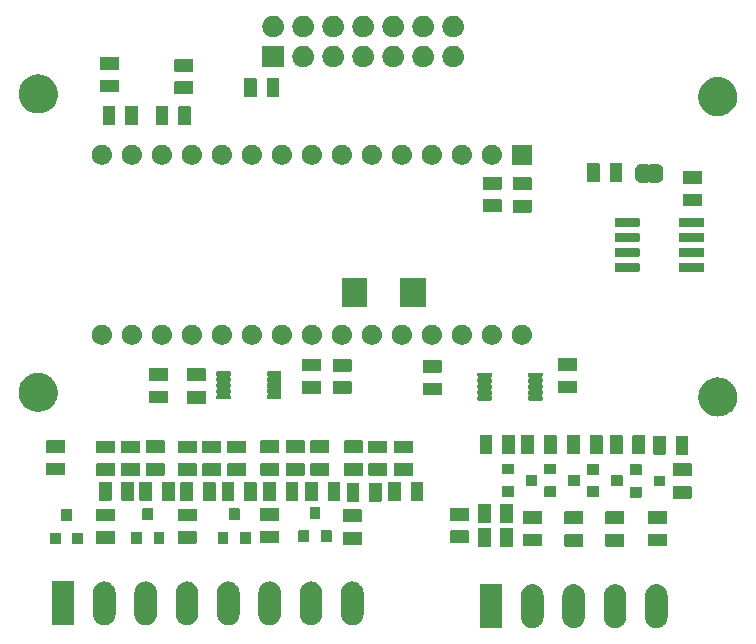
<source format=gbr>
G04 #@! TF.GenerationSoftware,KiCad,Pcbnew,5.99.0-unknown-c3175b4~86~ubuntu16.04.1*
G04 #@! TF.CreationDate,2019-12-02T17:53:19+01:00*
G04 #@! TF.ProjectId,IntAna,496e7441-6e61-42e6-9b69-6361645f7063,rev?*
G04 #@! TF.SameCoordinates,Original*
G04 #@! TF.FileFunction,Soldermask,Top*
G04 #@! TF.FilePolarity,Negative*
%FSLAX46Y46*%
G04 Gerber Fmt 4.6, Leading zero omitted, Abs format (unit mm)*
G04 Created by KiCad (PCBNEW 5.99.0-unknown-c3175b4~86~ubuntu16.04.1) date 2019-12-02 17:53:19*
%MOMM*%
%LPD*%
G04 APERTURE LIST*
%ADD10C,0.100000*%
G04 APERTURE END LIST*
D10*
G36*
X170712924Y-123007838D02*
G01*
X170756667Y-123005813D01*
X170803299Y-123012574D01*
X170856239Y-123015349D01*
X170898681Y-123026404D01*
X170936254Y-123031852D01*
X170986253Y-123049215D01*
X171043200Y-123064048D01*
X171077330Y-123080842D01*
X171107682Y-123091382D01*
X171158518Y-123120791D01*
X171216551Y-123149347D01*
X171241998Y-123169086D01*
X171264762Y-123182255D01*
X171313504Y-123224551D01*
X171369210Y-123267761D01*
X171386367Y-123287778D01*
X171401819Y-123301187D01*
X171445262Y-123356493D01*
X171494940Y-123414453D01*
X171504889Y-123432401D01*
X171513919Y-123443897D01*
X171548777Y-123511577D01*
X171588605Y-123583429D01*
X171592990Y-123597422D01*
X171597008Y-123605223D01*
X171620066Y-123683822D01*
X171646380Y-123767789D01*
X171647270Y-123776552D01*
X171648091Y-123779350D01*
X171656391Y-123866346D01*
X171661000Y-123911721D01*
X171661000Y-125791678D01*
X171645138Y-125894139D01*
X171624832Y-126034189D01*
X171622600Y-126039726D01*
X171621159Y-126049037D01*
X171587520Y-126126772D01*
X171558153Y-126199641D01*
X171551585Y-126209814D01*
X171544430Y-126226347D01*
X171499209Y-126290930D01*
X171459716Y-126352093D01*
X171447300Y-126365063D01*
X171433615Y-126384607D01*
X171380583Y-126434757D01*
X171334231Y-126483177D01*
X171314819Y-126496947D01*
X171293240Y-126517353D01*
X171236152Y-126552749D01*
X171186219Y-126588169D01*
X171159247Y-126600432D01*
X171129041Y-126619161D01*
X171071458Y-126640347D01*
X171021025Y-126663278D01*
X170986558Y-126671585D01*
X170947724Y-126685873D01*
X170892820Y-126694176D01*
X170844603Y-126705797D01*
X170803359Y-126707706D01*
X170756696Y-126714763D01*
X170707076Y-126712162D01*
X170663333Y-126714187D01*
X170616701Y-126707426D01*
X170563761Y-126704651D01*
X170521319Y-126693596D01*
X170483746Y-126688148D01*
X170433747Y-126670785D01*
X170376800Y-126655952D01*
X170342670Y-126639158D01*
X170312318Y-126628618D01*
X170261481Y-126599208D01*
X170203449Y-126570653D01*
X170178004Y-126550916D01*
X170155239Y-126537746D01*
X170106493Y-126495446D01*
X170050791Y-126452239D01*
X170033634Y-126432222D01*
X170018182Y-126418813D01*
X169974739Y-126363507D01*
X169925061Y-126305547D01*
X169915112Y-126287599D01*
X169906082Y-126276103D01*
X169871224Y-126208423D01*
X169831396Y-126136571D01*
X169827011Y-126122578D01*
X169822993Y-126114777D01*
X169799935Y-126036178D01*
X169773621Y-125952211D01*
X169772731Y-125943448D01*
X169771910Y-125940650D01*
X169763601Y-125853570D01*
X169759001Y-125808279D01*
X169759001Y-125805353D01*
X169759000Y-125805343D01*
X169759000Y-123928323D01*
X169774862Y-123825862D01*
X169795168Y-123685812D01*
X169797400Y-123680274D01*
X169798841Y-123670964D01*
X169832478Y-123593233D01*
X169861848Y-123520357D01*
X169868417Y-123510183D01*
X169875570Y-123493654D01*
X169920780Y-123429088D01*
X169960282Y-123367909D01*
X169972701Y-123354936D01*
X169986385Y-123335393D01*
X170039417Y-123285243D01*
X170085769Y-123236823D01*
X170105181Y-123223053D01*
X170126760Y-123202647D01*
X170183848Y-123167251D01*
X170233781Y-123131831D01*
X170260753Y-123119568D01*
X170290959Y-123100839D01*
X170348542Y-123079653D01*
X170398975Y-123056722D01*
X170433442Y-123048415D01*
X170472276Y-123034127D01*
X170527180Y-123025824D01*
X170575397Y-123014203D01*
X170616641Y-123012294D01*
X170663304Y-123005237D01*
X170712924Y-123007838D01*
X170712924Y-123007838D01*
G37*
G36*
X160212924Y-123007838D02*
G01*
X160256667Y-123005813D01*
X160303299Y-123012574D01*
X160356239Y-123015349D01*
X160398681Y-123026404D01*
X160436254Y-123031852D01*
X160486253Y-123049215D01*
X160543200Y-123064048D01*
X160577330Y-123080842D01*
X160607682Y-123091382D01*
X160658518Y-123120791D01*
X160716551Y-123149347D01*
X160741998Y-123169086D01*
X160764762Y-123182255D01*
X160813504Y-123224551D01*
X160869210Y-123267761D01*
X160886367Y-123287778D01*
X160901819Y-123301187D01*
X160945262Y-123356493D01*
X160994940Y-123414453D01*
X161004889Y-123432401D01*
X161013919Y-123443897D01*
X161048777Y-123511577D01*
X161088605Y-123583429D01*
X161092990Y-123597422D01*
X161097008Y-123605223D01*
X161120066Y-123683822D01*
X161146380Y-123767789D01*
X161147270Y-123776552D01*
X161148091Y-123779350D01*
X161156391Y-123866346D01*
X161161000Y-123911721D01*
X161161000Y-125791678D01*
X161145138Y-125894139D01*
X161124832Y-126034189D01*
X161122600Y-126039726D01*
X161121159Y-126049037D01*
X161087520Y-126126772D01*
X161058153Y-126199641D01*
X161051585Y-126209814D01*
X161044430Y-126226347D01*
X160999209Y-126290930D01*
X160959716Y-126352093D01*
X160947300Y-126365063D01*
X160933615Y-126384607D01*
X160880583Y-126434757D01*
X160834231Y-126483177D01*
X160814819Y-126496947D01*
X160793240Y-126517353D01*
X160736152Y-126552749D01*
X160686219Y-126588169D01*
X160659247Y-126600432D01*
X160629041Y-126619161D01*
X160571458Y-126640347D01*
X160521025Y-126663278D01*
X160486558Y-126671585D01*
X160447724Y-126685873D01*
X160392820Y-126694176D01*
X160344603Y-126705797D01*
X160303359Y-126707706D01*
X160256696Y-126714763D01*
X160207076Y-126712162D01*
X160163333Y-126714187D01*
X160116701Y-126707426D01*
X160063761Y-126704651D01*
X160021319Y-126693596D01*
X159983746Y-126688148D01*
X159933747Y-126670785D01*
X159876800Y-126655952D01*
X159842670Y-126639158D01*
X159812318Y-126628618D01*
X159761481Y-126599208D01*
X159703449Y-126570653D01*
X159678004Y-126550916D01*
X159655239Y-126537746D01*
X159606493Y-126495446D01*
X159550791Y-126452239D01*
X159533634Y-126432222D01*
X159518182Y-126418813D01*
X159474739Y-126363507D01*
X159425061Y-126305547D01*
X159415112Y-126287599D01*
X159406082Y-126276103D01*
X159371224Y-126208423D01*
X159331396Y-126136571D01*
X159327011Y-126122578D01*
X159322993Y-126114777D01*
X159299935Y-126036178D01*
X159273621Y-125952211D01*
X159272731Y-125943448D01*
X159271910Y-125940650D01*
X159263601Y-125853570D01*
X159259001Y-125808279D01*
X159259001Y-125805353D01*
X159259000Y-125805343D01*
X159259000Y-123928323D01*
X159274862Y-123825862D01*
X159295168Y-123685812D01*
X159297400Y-123680274D01*
X159298841Y-123670964D01*
X159332478Y-123593233D01*
X159361848Y-123520357D01*
X159368417Y-123510183D01*
X159375570Y-123493654D01*
X159420780Y-123429088D01*
X159460282Y-123367909D01*
X159472701Y-123354936D01*
X159486385Y-123335393D01*
X159539417Y-123285243D01*
X159585769Y-123236823D01*
X159605181Y-123223053D01*
X159626760Y-123202647D01*
X159683848Y-123167251D01*
X159733781Y-123131831D01*
X159760753Y-123119568D01*
X159790959Y-123100839D01*
X159848542Y-123079653D01*
X159898975Y-123056722D01*
X159933442Y-123048415D01*
X159972276Y-123034127D01*
X160027180Y-123025824D01*
X160075397Y-123014203D01*
X160116641Y-123012294D01*
X160163304Y-123005237D01*
X160212924Y-123007838D01*
X160212924Y-123007838D01*
G37*
G36*
X163712924Y-123007838D02*
G01*
X163756667Y-123005813D01*
X163803299Y-123012574D01*
X163856239Y-123015349D01*
X163898681Y-123026404D01*
X163936254Y-123031852D01*
X163986253Y-123049215D01*
X164043200Y-123064048D01*
X164077330Y-123080842D01*
X164107682Y-123091382D01*
X164158518Y-123120791D01*
X164216551Y-123149347D01*
X164241998Y-123169086D01*
X164264762Y-123182255D01*
X164313504Y-123224551D01*
X164369210Y-123267761D01*
X164386367Y-123287778D01*
X164401819Y-123301187D01*
X164445262Y-123356493D01*
X164494940Y-123414453D01*
X164504889Y-123432401D01*
X164513919Y-123443897D01*
X164548777Y-123511577D01*
X164588605Y-123583429D01*
X164592990Y-123597422D01*
X164597008Y-123605223D01*
X164620066Y-123683822D01*
X164646380Y-123767789D01*
X164647270Y-123776552D01*
X164648091Y-123779350D01*
X164656391Y-123866346D01*
X164661000Y-123911721D01*
X164661000Y-125791678D01*
X164645138Y-125894139D01*
X164624832Y-126034189D01*
X164622600Y-126039726D01*
X164621159Y-126049037D01*
X164587520Y-126126772D01*
X164558153Y-126199641D01*
X164551585Y-126209814D01*
X164544430Y-126226347D01*
X164499209Y-126290930D01*
X164459716Y-126352093D01*
X164447300Y-126365063D01*
X164433615Y-126384607D01*
X164380583Y-126434757D01*
X164334231Y-126483177D01*
X164314819Y-126496947D01*
X164293240Y-126517353D01*
X164236152Y-126552749D01*
X164186219Y-126588169D01*
X164159247Y-126600432D01*
X164129041Y-126619161D01*
X164071458Y-126640347D01*
X164021025Y-126663278D01*
X163986558Y-126671585D01*
X163947724Y-126685873D01*
X163892820Y-126694176D01*
X163844603Y-126705797D01*
X163803359Y-126707706D01*
X163756696Y-126714763D01*
X163707076Y-126712162D01*
X163663333Y-126714187D01*
X163616701Y-126707426D01*
X163563761Y-126704651D01*
X163521319Y-126693596D01*
X163483746Y-126688148D01*
X163433747Y-126670785D01*
X163376800Y-126655952D01*
X163342670Y-126639158D01*
X163312318Y-126628618D01*
X163261481Y-126599208D01*
X163203449Y-126570653D01*
X163178004Y-126550916D01*
X163155239Y-126537746D01*
X163106493Y-126495446D01*
X163050791Y-126452239D01*
X163033634Y-126432222D01*
X163018182Y-126418813D01*
X162974739Y-126363507D01*
X162925061Y-126305547D01*
X162915112Y-126287599D01*
X162906082Y-126276103D01*
X162871224Y-126208423D01*
X162831396Y-126136571D01*
X162827011Y-126122578D01*
X162822993Y-126114777D01*
X162799935Y-126036178D01*
X162773621Y-125952211D01*
X162772731Y-125943448D01*
X162771910Y-125940650D01*
X162763601Y-125853570D01*
X162759001Y-125808279D01*
X162759001Y-125805353D01*
X162759000Y-125805343D01*
X162759000Y-123928323D01*
X162774862Y-123825862D01*
X162795168Y-123685812D01*
X162797400Y-123680274D01*
X162798841Y-123670964D01*
X162832478Y-123593233D01*
X162861848Y-123520357D01*
X162868417Y-123510183D01*
X162875570Y-123493654D01*
X162920780Y-123429088D01*
X162960282Y-123367909D01*
X162972701Y-123354936D01*
X162986385Y-123335393D01*
X163039417Y-123285243D01*
X163085769Y-123236823D01*
X163105181Y-123223053D01*
X163126760Y-123202647D01*
X163183848Y-123167251D01*
X163233781Y-123131831D01*
X163260753Y-123119568D01*
X163290959Y-123100839D01*
X163348542Y-123079653D01*
X163398975Y-123056722D01*
X163433442Y-123048415D01*
X163472276Y-123034127D01*
X163527180Y-123025824D01*
X163575397Y-123014203D01*
X163616641Y-123012294D01*
X163663304Y-123005237D01*
X163712924Y-123007838D01*
X163712924Y-123007838D01*
G37*
G36*
X167212924Y-123007838D02*
G01*
X167256667Y-123005813D01*
X167303299Y-123012574D01*
X167356239Y-123015349D01*
X167398681Y-123026404D01*
X167436254Y-123031852D01*
X167486253Y-123049215D01*
X167543200Y-123064048D01*
X167577330Y-123080842D01*
X167607682Y-123091382D01*
X167658518Y-123120791D01*
X167716551Y-123149347D01*
X167741998Y-123169086D01*
X167764762Y-123182255D01*
X167813504Y-123224551D01*
X167869210Y-123267761D01*
X167886367Y-123287778D01*
X167901819Y-123301187D01*
X167945262Y-123356493D01*
X167994940Y-123414453D01*
X168004889Y-123432401D01*
X168013919Y-123443897D01*
X168048777Y-123511577D01*
X168088605Y-123583429D01*
X168092990Y-123597422D01*
X168097008Y-123605223D01*
X168120066Y-123683822D01*
X168146380Y-123767789D01*
X168147270Y-123776552D01*
X168148091Y-123779350D01*
X168156391Y-123866346D01*
X168161000Y-123911721D01*
X168161000Y-125791678D01*
X168145138Y-125894139D01*
X168124832Y-126034189D01*
X168122600Y-126039726D01*
X168121159Y-126049037D01*
X168087520Y-126126772D01*
X168058153Y-126199641D01*
X168051585Y-126209814D01*
X168044430Y-126226347D01*
X167999209Y-126290930D01*
X167959716Y-126352093D01*
X167947300Y-126365063D01*
X167933615Y-126384607D01*
X167880583Y-126434757D01*
X167834231Y-126483177D01*
X167814819Y-126496947D01*
X167793240Y-126517353D01*
X167736152Y-126552749D01*
X167686219Y-126588169D01*
X167659247Y-126600432D01*
X167629041Y-126619161D01*
X167571458Y-126640347D01*
X167521025Y-126663278D01*
X167486558Y-126671585D01*
X167447724Y-126685873D01*
X167392820Y-126694176D01*
X167344603Y-126705797D01*
X167303359Y-126707706D01*
X167256696Y-126714763D01*
X167207076Y-126712162D01*
X167163333Y-126714187D01*
X167116701Y-126707426D01*
X167063761Y-126704651D01*
X167021319Y-126693596D01*
X166983746Y-126688148D01*
X166933747Y-126670785D01*
X166876800Y-126655952D01*
X166842670Y-126639158D01*
X166812318Y-126628618D01*
X166761481Y-126599208D01*
X166703449Y-126570653D01*
X166678004Y-126550916D01*
X166655239Y-126537746D01*
X166606493Y-126495446D01*
X166550791Y-126452239D01*
X166533634Y-126432222D01*
X166518182Y-126418813D01*
X166474739Y-126363507D01*
X166425061Y-126305547D01*
X166415112Y-126287599D01*
X166406082Y-126276103D01*
X166371224Y-126208423D01*
X166331396Y-126136571D01*
X166327011Y-126122578D01*
X166322993Y-126114777D01*
X166299935Y-126036178D01*
X166273621Y-125952211D01*
X166272731Y-125943448D01*
X166271910Y-125940650D01*
X166263601Y-125853570D01*
X166259001Y-125808279D01*
X166259001Y-125805353D01*
X166259000Y-125805343D01*
X166259000Y-123928323D01*
X166274862Y-123825862D01*
X166295168Y-123685812D01*
X166297400Y-123680274D01*
X166298841Y-123670964D01*
X166332478Y-123593233D01*
X166361848Y-123520357D01*
X166368417Y-123510183D01*
X166375570Y-123493654D01*
X166420780Y-123429088D01*
X166460282Y-123367909D01*
X166472701Y-123354936D01*
X166486385Y-123335393D01*
X166539417Y-123285243D01*
X166585769Y-123236823D01*
X166605181Y-123223053D01*
X166626760Y-123202647D01*
X166683848Y-123167251D01*
X166733781Y-123131831D01*
X166760753Y-123119568D01*
X166790959Y-123100839D01*
X166848542Y-123079653D01*
X166898975Y-123056722D01*
X166933442Y-123048415D01*
X166972276Y-123034127D01*
X167027180Y-123025824D01*
X167075397Y-123014203D01*
X167116641Y-123012294D01*
X167163304Y-123005237D01*
X167212924Y-123007838D01*
X167212924Y-123007838D01*
G37*
G36*
X157629899Y-123011959D02*
G01*
X157646769Y-123023231D01*
X157658041Y-123040101D01*
X157664448Y-123072312D01*
X157664448Y-126647688D01*
X157661999Y-126660000D01*
X157658041Y-126679899D01*
X157646769Y-126696769D01*
X157629899Y-126708041D01*
X157610000Y-126711999D01*
X157597688Y-126714448D01*
X155822312Y-126714448D01*
X155790101Y-126708041D01*
X155773231Y-126696769D01*
X155761959Y-126679899D01*
X155755552Y-126647688D01*
X155755552Y-123072312D01*
X155761959Y-123040101D01*
X155773231Y-123023231D01*
X155790101Y-123011959D01*
X155822312Y-123005552D01*
X157597688Y-123005552D01*
X157629899Y-123011959D01*
X157629899Y-123011959D01*
G37*
G36*
X141472924Y-122767838D02*
G01*
X141516667Y-122765813D01*
X141563299Y-122772574D01*
X141616239Y-122775349D01*
X141658681Y-122786404D01*
X141696254Y-122791852D01*
X141746253Y-122809215D01*
X141803200Y-122824048D01*
X141837330Y-122840842D01*
X141867682Y-122851382D01*
X141918518Y-122880791D01*
X141976551Y-122909347D01*
X142001998Y-122929086D01*
X142024762Y-122942255D01*
X142073504Y-122984551D01*
X142129210Y-123027761D01*
X142146367Y-123047778D01*
X142161819Y-123061187D01*
X142205262Y-123116493D01*
X142254940Y-123174453D01*
X142264889Y-123192401D01*
X142273919Y-123203897D01*
X142308777Y-123271577D01*
X142348605Y-123343429D01*
X142352990Y-123357422D01*
X142357008Y-123365223D01*
X142380066Y-123443822D01*
X142406380Y-123527789D01*
X142407270Y-123536552D01*
X142408091Y-123539350D01*
X142416391Y-123626346D01*
X142421000Y-123671721D01*
X142421000Y-125551678D01*
X142405138Y-125654139D01*
X142384832Y-125794189D01*
X142382600Y-125799726D01*
X142381159Y-125809037D01*
X142347520Y-125886772D01*
X142318153Y-125959641D01*
X142311585Y-125969814D01*
X142304430Y-125986347D01*
X142259209Y-126050930D01*
X142219716Y-126112093D01*
X142207300Y-126125063D01*
X142193615Y-126144607D01*
X142140583Y-126194757D01*
X142094231Y-126243177D01*
X142074819Y-126256947D01*
X142053240Y-126277353D01*
X141996152Y-126312749D01*
X141946219Y-126348169D01*
X141919247Y-126360432D01*
X141889041Y-126379161D01*
X141831458Y-126400347D01*
X141781025Y-126423278D01*
X141746558Y-126431585D01*
X141707724Y-126445873D01*
X141652820Y-126454176D01*
X141604603Y-126465797D01*
X141563359Y-126467706D01*
X141516696Y-126474763D01*
X141467076Y-126472162D01*
X141423333Y-126474187D01*
X141376701Y-126467426D01*
X141323761Y-126464651D01*
X141281319Y-126453596D01*
X141243746Y-126448148D01*
X141193747Y-126430785D01*
X141136800Y-126415952D01*
X141102670Y-126399158D01*
X141072318Y-126388618D01*
X141021481Y-126359208D01*
X140963449Y-126330653D01*
X140938004Y-126310916D01*
X140915239Y-126297746D01*
X140866493Y-126255446D01*
X140810791Y-126212239D01*
X140793634Y-126192222D01*
X140778182Y-126178813D01*
X140734739Y-126123507D01*
X140685061Y-126065547D01*
X140675112Y-126047599D01*
X140666082Y-126036103D01*
X140631224Y-125968423D01*
X140591396Y-125896571D01*
X140587011Y-125882578D01*
X140582993Y-125874777D01*
X140559935Y-125796178D01*
X140533621Y-125712211D01*
X140532731Y-125703448D01*
X140531910Y-125700650D01*
X140523601Y-125613570D01*
X140519001Y-125568279D01*
X140519001Y-125565353D01*
X140519000Y-125565343D01*
X140519000Y-123688323D01*
X140534862Y-123585862D01*
X140555168Y-123445812D01*
X140557400Y-123440274D01*
X140558841Y-123430964D01*
X140592478Y-123353233D01*
X140621848Y-123280357D01*
X140628417Y-123270183D01*
X140635570Y-123253654D01*
X140680780Y-123189088D01*
X140720282Y-123127909D01*
X140732701Y-123114936D01*
X140746385Y-123095393D01*
X140799417Y-123045243D01*
X140845769Y-122996823D01*
X140865181Y-122983053D01*
X140886760Y-122962647D01*
X140943848Y-122927251D01*
X140993781Y-122891831D01*
X141020753Y-122879568D01*
X141050959Y-122860839D01*
X141108542Y-122839653D01*
X141158975Y-122816722D01*
X141193442Y-122808415D01*
X141232276Y-122794127D01*
X141287180Y-122785824D01*
X141335397Y-122774203D01*
X141376641Y-122772294D01*
X141423304Y-122765237D01*
X141472924Y-122767838D01*
X141472924Y-122767838D01*
G37*
G36*
X130972924Y-122767838D02*
G01*
X131016667Y-122765813D01*
X131063299Y-122772574D01*
X131116239Y-122775349D01*
X131158681Y-122786404D01*
X131196254Y-122791852D01*
X131246253Y-122809215D01*
X131303200Y-122824048D01*
X131337330Y-122840842D01*
X131367682Y-122851382D01*
X131418518Y-122880791D01*
X131476551Y-122909347D01*
X131501998Y-122929086D01*
X131524762Y-122942255D01*
X131573504Y-122984551D01*
X131629210Y-123027761D01*
X131646367Y-123047778D01*
X131661819Y-123061187D01*
X131705262Y-123116493D01*
X131754940Y-123174453D01*
X131764889Y-123192401D01*
X131773919Y-123203897D01*
X131808777Y-123271577D01*
X131848605Y-123343429D01*
X131852990Y-123357422D01*
X131857008Y-123365223D01*
X131880066Y-123443822D01*
X131906380Y-123527789D01*
X131907270Y-123536552D01*
X131908091Y-123539350D01*
X131916391Y-123626346D01*
X131921000Y-123671721D01*
X131921000Y-125551678D01*
X131905138Y-125654139D01*
X131884832Y-125794189D01*
X131882600Y-125799726D01*
X131881159Y-125809037D01*
X131847520Y-125886772D01*
X131818153Y-125959641D01*
X131811585Y-125969814D01*
X131804430Y-125986347D01*
X131759209Y-126050930D01*
X131719716Y-126112093D01*
X131707300Y-126125063D01*
X131693615Y-126144607D01*
X131640583Y-126194757D01*
X131594231Y-126243177D01*
X131574819Y-126256947D01*
X131553240Y-126277353D01*
X131496152Y-126312749D01*
X131446219Y-126348169D01*
X131419247Y-126360432D01*
X131389041Y-126379161D01*
X131331458Y-126400347D01*
X131281025Y-126423278D01*
X131246558Y-126431585D01*
X131207724Y-126445873D01*
X131152820Y-126454176D01*
X131104603Y-126465797D01*
X131063359Y-126467706D01*
X131016696Y-126474763D01*
X130967076Y-126472162D01*
X130923333Y-126474187D01*
X130876701Y-126467426D01*
X130823761Y-126464651D01*
X130781319Y-126453596D01*
X130743746Y-126448148D01*
X130693747Y-126430785D01*
X130636800Y-126415952D01*
X130602670Y-126399158D01*
X130572318Y-126388618D01*
X130521481Y-126359208D01*
X130463449Y-126330653D01*
X130438004Y-126310916D01*
X130415239Y-126297746D01*
X130366493Y-126255446D01*
X130310791Y-126212239D01*
X130293634Y-126192222D01*
X130278182Y-126178813D01*
X130234739Y-126123507D01*
X130185061Y-126065547D01*
X130175112Y-126047599D01*
X130166082Y-126036103D01*
X130131224Y-125968423D01*
X130091396Y-125896571D01*
X130087011Y-125882578D01*
X130082993Y-125874777D01*
X130059935Y-125796178D01*
X130033621Y-125712211D01*
X130032731Y-125703448D01*
X130031910Y-125700650D01*
X130023601Y-125613570D01*
X130019001Y-125568279D01*
X130019001Y-125565353D01*
X130019000Y-125565343D01*
X130019000Y-123688323D01*
X130034862Y-123585862D01*
X130055168Y-123445812D01*
X130057400Y-123440274D01*
X130058841Y-123430964D01*
X130092478Y-123353233D01*
X130121848Y-123280357D01*
X130128417Y-123270183D01*
X130135570Y-123253654D01*
X130180780Y-123189088D01*
X130220282Y-123127909D01*
X130232701Y-123114936D01*
X130246385Y-123095393D01*
X130299417Y-123045243D01*
X130345769Y-122996823D01*
X130365181Y-122983053D01*
X130386760Y-122962647D01*
X130443848Y-122927251D01*
X130493781Y-122891831D01*
X130520753Y-122879568D01*
X130550959Y-122860839D01*
X130608542Y-122839653D01*
X130658975Y-122816722D01*
X130693442Y-122808415D01*
X130732276Y-122794127D01*
X130787180Y-122785824D01*
X130835397Y-122774203D01*
X130876641Y-122772294D01*
X130923304Y-122765237D01*
X130972924Y-122767838D01*
X130972924Y-122767838D01*
G37*
G36*
X134472924Y-122767838D02*
G01*
X134516667Y-122765813D01*
X134563299Y-122772574D01*
X134616239Y-122775349D01*
X134658681Y-122786404D01*
X134696254Y-122791852D01*
X134746253Y-122809215D01*
X134803200Y-122824048D01*
X134837330Y-122840842D01*
X134867682Y-122851382D01*
X134918518Y-122880791D01*
X134976551Y-122909347D01*
X135001998Y-122929086D01*
X135024762Y-122942255D01*
X135073504Y-122984551D01*
X135129210Y-123027761D01*
X135146367Y-123047778D01*
X135161819Y-123061187D01*
X135205262Y-123116493D01*
X135254940Y-123174453D01*
X135264889Y-123192401D01*
X135273919Y-123203897D01*
X135308777Y-123271577D01*
X135348605Y-123343429D01*
X135352990Y-123357422D01*
X135357008Y-123365223D01*
X135380066Y-123443822D01*
X135406380Y-123527789D01*
X135407270Y-123536552D01*
X135408091Y-123539350D01*
X135416391Y-123626346D01*
X135421000Y-123671721D01*
X135421000Y-125551678D01*
X135405138Y-125654139D01*
X135384832Y-125794189D01*
X135382600Y-125799726D01*
X135381159Y-125809037D01*
X135347520Y-125886772D01*
X135318153Y-125959641D01*
X135311585Y-125969814D01*
X135304430Y-125986347D01*
X135259209Y-126050930D01*
X135219716Y-126112093D01*
X135207300Y-126125063D01*
X135193615Y-126144607D01*
X135140583Y-126194757D01*
X135094231Y-126243177D01*
X135074819Y-126256947D01*
X135053240Y-126277353D01*
X134996152Y-126312749D01*
X134946219Y-126348169D01*
X134919247Y-126360432D01*
X134889041Y-126379161D01*
X134831458Y-126400347D01*
X134781025Y-126423278D01*
X134746558Y-126431585D01*
X134707724Y-126445873D01*
X134652820Y-126454176D01*
X134604603Y-126465797D01*
X134563359Y-126467706D01*
X134516696Y-126474763D01*
X134467076Y-126472162D01*
X134423333Y-126474187D01*
X134376701Y-126467426D01*
X134323761Y-126464651D01*
X134281319Y-126453596D01*
X134243746Y-126448148D01*
X134193747Y-126430785D01*
X134136800Y-126415952D01*
X134102670Y-126399158D01*
X134072318Y-126388618D01*
X134021481Y-126359208D01*
X133963449Y-126330653D01*
X133938004Y-126310916D01*
X133915239Y-126297746D01*
X133866493Y-126255446D01*
X133810791Y-126212239D01*
X133793634Y-126192222D01*
X133778182Y-126178813D01*
X133734739Y-126123507D01*
X133685061Y-126065547D01*
X133675112Y-126047599D01*
X133666082Y-126036103D01*
X133631224Y-125968423D01*
X133591396Y-125896571D01*
X133587011Y-125882578D01*
X133582993Y-125874777D01*
X133559935Y-125796178D01*
X133533621Y-125712211D01*
X133532731Y-125703448D01*
X133531910Y-125700650D01*
X133523601Y-125613570D01*
X133519001Y-125568279D01*
X133519001Y-125565353D01*
X133519000Y-125565343D01*
X133519000Y-123688323D01*
X133534862Y-123585862D01*
X133555168Y-123445812D01*
X133557400Y-123440274D01*
X133558841Y-123430964D01*
X133592478Y-123353233D01*
X133621848Y-123280357D01*
X133628417Y-123270183D01*
X133635570Y-123253654D01*
X133680780Y-123189088D01*
X133720282Y-123127909D01*
X133732701Y-123114936D01*
X133746385Y-123095393D01*
X133799417Y-123045243D01*
X133845769Y-122996823D01*
X133865181Y-122983053D01*
X133886760Y-122962647D01*
X133943848Y-122927251D01*
X133993781Y-122891831D01*
X134020753Y-122879568D01*
X134050959Y-122860839D01*
X134108542Y-122839653D01*
X134158975Y-122816722D01*
X134193442Y-122808415D01*
X134232276Y-122794127D01*
X134287180Y-122785824D01*
X134335397Y-122774203D01*
X134376641Y-122772294D01*
X134423304Y-122765237D01*
X134472924Y-122767838D01*
X134472924Y-122767838D01*
G37*
G36*
X123972924Y-122767838D02*
G01*
X124016667Y-122765813D01*
X124063299Y-122772574D01*
X124116239Y-122775349D01*
X124158681Y-122786404D01*
X124196254Y-122791852D01*
X124246253Y-122809215D01*
X124303200Y-122824048D01*
X124337330Y-122840842D01*
X124367682Y-122851382D01*
X124418518Y-122880791D01*
X124476551Y-122909347D01*
X124501998Y-122929086D01*
X124524762Y-122942255D01*
X124573504Y-122984551D01*
X124629210Y-123027761D01*
X124646367Y-123047778D01*
X124661819Y-123061187D01*
X124705262Y-123116493D01*
X124754940Y-123174453D01*
X124764889Y-123192401D01*
X124773919Y-123203897D01*
X124808777Y-123271577D01*
X124848605Y-123343429D01*
X124852990Y-123357422D01*
X124857008Y-123365223D01*
X124880066Y-123443822D01*
X124906380Y-123527789D01*
X124907270Y-123536552D01*
X124908091Y-123539350D01*
X124916391Y-123626346D01*
X124921000Y-123671721D01*
X124921000Y-125551678D01*
X124905138Y-125654139D01*
X124884832Y-125794189D01*
X124882600Y-125799726D01*
X124881159Y-125809037D01*
X124847520Y-125886772D01*
X124818153Y-125959641D01*
X124811585Y-125969814D01*
X124804430Y-125986347D01*
X124759209Y-126050930D01*
X124719716Y-126112093D01*
X124707300Y-126125063D01*
X124693615Y-126144607D01*
X124640583Y-126194757D01*
X124594231Y-126243177D01*
X124574819Y-126256947D01*
X124553240Y-126277353D01*
X124496152Y-126312749D01*
X124446219Y-126348169D01*
X124419247Y-126360432D01*
X124389041Y-126379161D01*
X124331458Y-126400347D01*
X124281025Y-126423278D01*
X124246558Y-126431585D01*
X124207724Y-126445873D01*
X124152820Y-126454176D01*
X124104603Y-126465797D01*
X124063359Y-126467706D01*
X124016696Y-126474763D01*
X123967076Y-126472162D01*
X123923333Y-126474187D01*
X123876701Y-126467426D01*
X123823761Y-126464651D01*
X123781319Y-126453596D01*
X123743746Y-126448148D01*
X123693747Y-126430785D01*
X123636800Y-126415952D01*
X123602670Y-126399158D01*
X123572318Y-126388618D01*
X123521481Y-126359208D01*
X123463449Y-126330653D01*
X123438004Y-126310916D01*
X123415239Y-126297746D01*
X123366493Y-126255446D01*
X123310791Y-126212239D01*
X123293634Y-126192222D01*
X123278182Y-126178813D01*
X123234739Y-126123507D01*
X123185061Y-126065547D01*
X123175112Y-126047599D01*
X123166082Y-126036103D01*
X123131224Y-125968423D01*
X123091396Y-125896571D01*
X123087011Y-125882578D01*
X123082993Y-125874777D01*
X123059935Y-125796178D01*
X123033621Y-125712211D01*
X123032731Y-125703448D01*
X123031910Y-125700650D01*
X123023601Y-125613570D01*
X123019001Y-125568279D01*
X123019001Y-125565353D01*
X123019000Y-125565343D01*
X123019000Y-123688323D01*
X123034862Y-123585862D01*
X123055168Y-123445812D01*
X123057400Y-123440274D01*
X123058841Y-123430964D01*
X123092478Y-123353233D01*
X123121848Y-123280357D01*
X123128417Y-123270183D01*
X123135570Y-123253654D01*
X123180780Y-123189088D01*
X123220282Y-123127909D01*
X123232701Y-123114936D01*
X123246385Y-123095393D01*
X123299417Y-123045243D01*
X123345769Y-122996823D01*
X123365181Y-122983053D01*
X123386760Y-122962647D01*
X123443848Y-122927251D01*
X123493781Y-122891831D01*
X123520753Y-122879568D01*
X123550959Y-122860839D01*
X123608542Y-122839653D01*
X123658975Y-122816722D01*
X123693442Y-122808415D01*
X123732276Y-122794127D01*
X123787180Y-122785824D01*
X123835397Y-122774203D01*
X123876641Y-122772294D01*
X123923304Y-122765237D01*
X123972924Y-122767838D01*
X123972924Y-122767838D01*
G37*
G36*
X137972924Y-122767838D02*
G01*
X138016667Y-122765813D01*
X138063299Y-122772574D01*
X138116239Y-122775349D01*
X138158681Y-122786404D01*
X138196254Y-122791852D01*
X138246253Y-122809215D01*
X138303200Y-122824048D01*
X138337330Y-122840842D01*
X138367682Y-122851382D01*
X138418518Y-122880791D01*
X138476551Y-122909347D01*
X138501998Y-122929086D01*
X138524762Y-122942255D01*
X138573504Y-122984551D01*
X138629210Y-123027761D01*
X138646367Y-123047778D01*
X138661819Y-123061187D01*
X138705262Y-123116493D01*
X138754940Y-123174453D01*
X138764889Y-123192401D01*
X138773919Y-123203897D01*
X138808777Y-123271577D01*
X138848605Y-123343429D01*
X138852990Y-123357422D01*
X138857008Y-123365223D01*
X138880066Y-123443822D01*
X138906380Y-123527789D01*
X138907270Y-123536552D01*
X138908091Y-123539350D01*
X138916391Y-123626346D01*
X138921000Y-123671721D01*
X138921000Y-125551678D01*
X138905138Y-125654139D01*
X138884832Y-125794189D01*
X138882600Y-125799726D01*
X138881159Y-125809037D01*
X138847520Y-125886772D01*
X138818153Y-125959641D01*
X138811585Y-125969814D01*
X138804430Y-125986347D01*
X138759209Y-126050930D01*
X138719716Y-126112093D01*
X138707300Y-126125063D01*
X138693615Y-126144607D01*
X138640583Y-126194757D01*
X138594231Y-126243177D01*
X138574819Y-126256947D01*
X138553240Y-126277353D01*
X138496152Y-126312749D01*
X138446219Y-126348169D01*
X138419247Y-126360432D01*
X138389041Y-126379161D01*
X138331458Y-126400347D01*
X138281025Y-126423278D01*
X138246558Y-126431585D01*
X138207724Y-126445873D01*
X138152820Y-126454176D01*
X138104603Y-126465797D01*
X138063359Y-126467706D01*
X138016696Y-126474763D01*
X137967076Y-126472162D01*
X137923333Y-126474187D01*
X137876701Y-126467426D01*
X137823761Y-126464651D01*
X137781319Y-126453596D01*
X137743746Y-126448148D01*
X137693747Y-126430785D01*
X137636800Y-126415952D01*
X137602670Y-126399158D01*
X137572318Y-126388618D01*
X137521481Y-126359208D01*
X137463449Y-126330653D01*
X137438004Y-126310916D01*
X137415239Y-126297746D01*
X137366493Y-126255446D01*
X137310791Y-126212239D01*
X137293634Y-126192222D01*
X137278182Y-126178813D01*
X137234739Y-126123507D01*
X137185061Y-126065547D01*
X137175112Y-126047599D01*
X137166082Y-126036103D01*
X137131224Y-125968423D01*
X137091396Y-125896571D01*
X137087011Y-125882578D01*
X137082993Y-125874777D01*
X137059935Y-125796178D01*
X137033621Y-125712211D01*
X137032731Y-125703448D01*
X137031910Y-125700650D01*
X137023601Y-125613570D01*
X137019001Y-125568279D01*
X137019001Y-125565353D01*
X137019000Y-125565343D01*
X137019000Y-123688323D01*
X137034862Y-123585862D01*
X137055168Y-123445812D01*
X137057400Y-123440274D01*
X137058841Y-123430964D01*
X137092478Y-123353233D01*
X137121848Y-123280357D01*
X137128417Y-123270183D01*
X137135570Y-123253654D01*
X137180780Y-123189088D01*
X137220282Y-123127909D01*
X137232701Y-123114936D01*
X137246385Y-123095393D01*
X137299417Y-123045243D01*
X137345769Y-122996823D01*
X137365181Y-122983053D01*
X137386760Y-122962647D01*
X137443848Y-122927251D01*
X137493781Y-122891831D01*
X137520753Y-122879568D01*
X137550959Y-122860839D01*
X137608542Y-122839653D01*
X137658975Y-122816722D01*
X137693442Y-122808415D01*
X137732276Y-122794127D01*
X137787180Y-122785824D01*
X137835397Y-122774203D01*
X137876641Y-122772294D01*
X137923304Y-122765237D01*
X137972924Y-122767838D01*
X137972924Y-122767838D01*
G37*
G36*
X144972924Y-122767838D02*
G01*
X145016667Y-122765813D01*
X145063299Y-122772574D01*
X145116239Y-122775349D01*
X145158681Y-122786404D01*
X145196254Y-122791852D01*
X145246253Y-122809215D01*
X145303200Y-122824048D01*
X145337330Y-122840842D01*
X145367682Y-122851382D01*
X145418518Y-122880791D01*
X145476551Y-122909347D01*
X145501998Y-122929086D01*
X145524762Y-122942255D01*
X145573504Y-122984551D01*
X145629210Y-123027761D01*
X145646367Y-123047778D01*
X145661819Y-123061187D01*
X145705262Y-123116493D01*
X145754940Y-123174453D01*
X145764889Y-123192401D01*
X145773919Y-123203897D01*
X145808777Y-123271577D01*
X145848605Y-123343429D01*
X145852990Y-123357422D01*
X145857008Y-123365223D01*
X145880066Y-123443822D01*
X145906380Y-123527789D01*
X145907270Y-123536552D01*
X145908091Y-123539350D01*
X145916391Y-123626346D01*
X145921000Y-123671721D01*
X145921000Y-125551678D01*
X145905138Y-125654139D01*
X145884832Y-125794189D01*
X145882600Y-125799726D01*
X145881159Y-125809037D01*
X145847520Y-125886772D01*
X145818153Y-125959641D01*
X145811585Y-125969814D01*
X145804430Y-125986347D01*
X145759209Y-126050930D01*
X145719716Y-126112093D01*
X145707300Y-126125063D01*
X145693615Y-126144607D01*
X145640583Y-126194757D01*
X145594231Y-126243177D01*
X145574819Y-126256947D01*
X145553240Y-126277353D01*
X145496152Y-126312749D01*
X145446219Y-126348169D01*
X145419247Y-126360432D01*
X145389041Y-126379161D01*
X145331458Y-126400347D01*
X145281025Y-126423278D01*
X145246558Y-126431585D01*
X145207724Y-126445873D01*
X145152820Y-126454176D01*
X145104603Y-126465797D01*
X145063359Y-126467706D01*
X145016696Y-126474763D01*
X144967076Y-126472162D01*
X144923333Y-126474187D01*
X144876701Y-126467426D01*
X144823761Y-126464651D01*
X144781319Y-126453596D01*
X144743746Y-126448148D01*
X144693747Y-126430785D01*
X144636800Y-126415952D01*
X144602670Y-126399158D01*
X144572318Y-126388618D01*
X144521481Y-126359208D01*
X144463449Y-126330653D01*
X144438004Y-126310916D01*
X144415239Y-126297746D01*
X144366493Y-126255446D01*
X144310791Y-126212239D01*
X144293634Y-126192222D01*
X144278182Y-126178813D01*
X144234739Y-126123507D01*
X144185061Y-126065547D01*
X144175112Y-126047599D01*
X144166082Y-126036103D01*
X144131224Y-125968423D01*
X144091396Y-125896571D01*
X144087011Y-125882578D01*
X144082993Y-125874777D01*
X144059935Y-125796178D01*
X144033621Y-125712211D01*
X144032731Y-125703448D01*
X144031910Y-125700650D01*
X144023601Y-125613570D01*
X144019001Y-125568279D01*
X144019001Y-125565353D01*
X144019000Y-125565343D01*
X144019000Y-123688323D01*
X144034862Y-123585862D01*
X144055168Y-123445812D01*
X144057400Y-123440274D01*
X144058841Y-123430964D01*
X144092478Y-123353233D01*
X144121848Y-123280357D01*
X144128417Y-123270183D01*
X144135570Y-123253654D01*
X144180780Y-123189088D01*
X144220282Y-123127909D01*
X144232701Y-123114936D01*
X144246385Y-123095393D01*
X144299417Y-123045243D01*
X144345769Y-122996823D01*
X144365181Y-122983053D01*
X144386760Y-122962647D01*
X144443848Y-122927251D01*
X144493781Y-122891831D01*
X144520753Y-122879568D01*
X144550959Y-122860839D01*
X144608542Y-122839653D01*
X144658975Y-122816722D01*
X144693442Y-122808415D01*
X144732276Y-122794127D01*
X144787180Y-122785824D01*
X144835397Y-122774203D01*
X144876641Y-122772294D01*
X144923304Y-122765237D01*
X144972924Y-122767838D01*
X144972924Y-122767838D01*
G37*
G36*
X127472924Y-122767838D02*
G01*
X127516667Y-122765813D01*
X127563299Y-122772574D01*
X127616239Y-122775349D01*
X127658681Y-122786404D01*
X127696254Y-122791852D01*
X127746253Y-122809215D01*
X127803200Y-122824048D01*
X127837330Y-122840842D01*
X127867682Y-122851382D01*
X127918518Y-122880791D01*
X127976551Y-122909347D01*
X128001998Y-122929086D01*
X128024762Y-122942255D01*
X128073504Y-122984551D01*
X128129210Y-123027761D01*
X128146367Y-123047778D01*
X128161819Y-123061187D01*
X128205262Y-123116493D01*
X128254940Y-123174453D01*
X128264889Y-123192401D01*
X128273919Y-123203897D01*
X128308777Y-123271577D01*
X128348605Y-123343429D01*
X128352990Y-123357422D01*
X128357008Y-123365223D01*
X128380066Y-123443822D01*
X128406380Y-123527789D01*
X128407270Y-123536552D01*
X128408091Y-123539350D01*
X128416391Y-123626346D01*
X128421000Y-123671721D01*
X128421000Y-125551678D01*
X128405138Y-125654139D01*
X128384832Y-125794189D01*
X128382600Y-125799726D01*
X128381159Y-125809037D01*
X128347520Y-125886772D01*
X128318153Y-125959641D01*
X128311585Y-125969814D01*
X128304430Y-125986347D01*
X128259209Y-126050930D01*
X128219716Y-126112093D01*
X128207300Y-126125063D01*
X128193615Y-126144607D01*
X128140583Y-126194757D01*
X128094231Y-126243177D01*
X128074819Y-126256947D01*
X128053240Y-126277353D01*
X127996152Y-126312749D01*
X127946219Y-126348169D01*
X127919247Y-126360432D01*
X127889041Y-126379161D01*
X127831458Y-126400347D01*
X127781025Y-126423278D01*
X127746558Y-126431585D01*
X127707724Y-126445873D01*
X127652820Y-126454176D01*
X127604603Y-126465797D01*
X127563359Y-126467706D01*
X127516696Y-126474763D01*
X127467076Y-126472162D01*
X127423333Y-126474187D01*
X127376701Y-126467426D01*
X127323761Y-126464651D01*
X127281319Y-126453596D01*
X127243746Y-126448148D01*
X127193747Y-126430785D01*
X127136800Y-126415952D01*
X127102670Y-126399158D01*
X127072318Y-126388618D01*
X127021481Y-126359208D01*
X126963449Y-126330653D01*
X126938004Y-126310916D01*
X126915239Y-126297746D01*
X126866493Y-126255446D01*
X126810791Y-126212239D01*
X126793634Y-126192222D01*
X126778182Y-126178813D01*
X126734739Y-126123507D01*
X126685061Y-126065547D01*
X126675112Y-126047599D01*
X126666082Y-126036103D01*
X126631224Y-125968423D01*
X126591396Y-125896571D01*
X126587011Y-125882578D01*
X126582993Y-125874777D01*
X126559935Y-125796178D01*
X126533621Y-125712211D01*
X126532731Y-125703448D01*
X126531910Y-125700650D01*
X126523601Y-125613570D01*
X126519001Y-125568279D01*
X126519001Y-125565353D01*
X126519000Y-125565343D01*
X126519000Y-123688323D01*
X126534862Y-123585862D01*
X126555168Y-123445812D01*
X126557400Y-123440274D01*
X126558841Y-123430964D01*
X126592478Y-123353233D01*
X126621848Y-123280357D01*
X126628417Y-123270183D01*
X126635570Y-123253654D01*
X126680780Y-123189088D01*
X126720282Y-123127909D01*
X126732701Y-123114936D01*
X126746385Y-123095393D01*
X126799417Y-123045243D01*
X126845769Y-122996823D01*
X126865181Y-122983053D01*
X126886760Y-122962647D01*
X126943848Y-122927251D01*
X126993781Y-122891831D01*
X127020753Y-122879568D01*
X127050959Y-122860839D01*
X127108542Y-122839653D01*
X127158975Y-122816722D01*
X127193442Y-122808415D01*
X127232276Y-122794127D01*
X127287180Y-122785824D01*
X127335397Y-122774203D01*
X127376641Y-122772294D01*
X127423304Y-122765237D01*
X127472924Y-122767838D01*
X127472924Y-122767838D01*
G37*
G36*
X121389899Y-122771959D02*
G01*
X121406769Y-122783231D01*
X121418041Y-122800101D01*
X121424448Y-122832312D01*
X121424448Y-126407688D01*
X121421999Y-126420000D01*
X121418041Y-126439899D01*
X121406769Y-126456769D01*
X121389899Y-126468041D01*
X121370000Y-126471999D01*
X121357688Y-126474448D01*
X119582312Y-126474448D01*
X119550101Y-126468041D01*
X119533231Y-126456769D01*
X119521959Y-126439899D01*
X119515552Y-126407688D01*
X119515552Y-122832312D01*
X119521959Y-122800101D01*
X119533231Y-122783231D01*
X119550101Y-122771959D01*
X119582312Y-122765552D01*
X121357688Y-122765552D01*
X121389899Y-122771959D01*
X121389899Y-122771959D01*
G37*
G36*
X156644899Y-118251959D02*
G01*
X156661769Y-118263231D01*
X156673041Y-118280101D01*
X156679448Y-118312312D01*
X156679448Y-119787688D01*
X156676999Y-119800000D01*
X156673041Y-119819899D01*
X156661769Y-119836769D01*
X156644899Y-119848041D01*
X156625000Y-119851999D01*
X156612688Y-119854448D01*
X155667312Y-119854448D01*
X155635101Y-119848041D01*
X155618231Y-119836769D01*
X155606959Y-119819899D01*
X155600552Y-119787688D01*
X155600552Y-118312312D01*
X155606959Y-118280101D01*
X155618231Y-118263231D01*
X155635101Y-118251959D01*
X155667312Y-118245552D01*
X156612688Y-118245552D01*
X156644899Y-118251959D01*
X156644899Y-118251959D01*
G37*
G36*
X158554899Y-118251959D02*
G01*
X158571769Y-118263231D01*
X158583041Y-118280101D01*
X158589448Y-118312312D01*
X158589448Y-119787688D01*
X158586999Y-119800000D01*
X158583041Y-119819899D01*
X158571769Y-119836769D01*
X158554899Y-119848041D01*
X158535000Y-119851999D01*
X158522688Y-119854448D01*
X157577312Y-119854448D01*
X157545101Y-119848041D01*
X157528231Y-119836769D01*
X157516959Y-119819899D01*
X157510552Y-119787688D01*
X157510552Y-118312312D01*
X157516959Y-118280101D01*
X157528231Y-118263231D01*
X157545101Y-118251959D01*
X157577312Y-118245552D01*
X158522688Y-118245552D01*
X158554899Y-118251959D01*
X158554899Y-118251959D01*
G37*
G36*
X164509899Y-118756959D02*
G01*
X164526769Y-118768231D01*
X164538041Y-118785101D01*
X164544448Y-118817312D01*
X164544448Y-119762688D01*
X164541999Y-119775000D01*
X164538041Y-119794899D01*
X164526769Y-119811769D01*
X164509899Y-119823041D01*
X164490000Y-119826999D01*
X164477688Y-119829448D01*
X163002312Y-119829448D01*
X162970101Y-119823041D01*
X162953231Y-119811769D01*
X162941959Y-119794899D01*
X162935552Y-119762688D01*
X162935552Y-118817312D01*
X162941959Y-118785101D01*
X162953231Y-118768231D01*
X162970101Y-118756959D01*
X163002312Y-118750552D01*
X164477688Y-118750552D01*
X164509899Y-118756959D01*
X164509899Y-118756959D01*
G37*
G36*
X167969899Y-118746959D02*
G01*
X167986769Y-118758231D01*
X167998041Y-118775101D01*
X168004448Y-118807312D01*
X168004448Y-119752688D01*
X168001999Y-119765000D01*
X167998041Y-119784899D01*
X167986769Y-119801769D01*
X167969899Y-119813041D01*
X167950000Y-119816999D01*
X167937688Y-119819448D01*
X166462312Y-119819448D01*
X166430101Y-119813041D01*
X166413231Y-119801769D01*
X166401959Y-119784899D01*
X166395552Y-119752688D01*
X166395552Y-118807312D01*
X166401959Y-118775101D01*
X166413231Y-118758231D01*
X166430101Y-118746959D01*
X166462312Y-118740552D01*
X167937688Y-118740552D01*
X167969899Y-118746959D01*
X167969899Y-118746959D01*
G37*
G36*
X160979899Y-118726959D02*
G01*
X160996769Y-118738231D01*
X161008041Y-118755101D01*
X161014448Y-118787312D01*
X161014448Y-119732688D01*
X161011999Y-119745000D01*
X161008041Y-119764899D01*
X160996769Y-119781769D01*
X160979899Y-119793041D01*
X160960000Y-119796999D01*
X160947688Y-119799448D01*
X159472312Y-119799448D01*
X159440101Y-119793041D01*
X159423231Y-119781769D01*
X159411959Y-119764899D01*
X159405552Y-119732688D01*
X159405552Y-118787312D01*
X159411959Y-118755101D01*
X159423231Y-118738231D01*
X159440101Y-118726959D01*
X159472312Y-118720552D01*
X160947688Y-118720552D01*
X160979899Y-118726959D01*
X160979899Y-118726959D01*
G37*
G36*
X171549899Y-118726959D02*
G01*
X171566769Y-118738231D01*
X171578041Y-118755101D01*
X171584448Y-118787312D01*
X171584448Y-119732688D01*
X171581999Y-119745000D01*
X171578041Y-119764899D01*
X171566769Y-119781769D01*
X171549899Y-119793041D01*
X171530000Y-119796999D01*
X171517688Y-119799448D01*
X170042312Y-119799448D01*
X170010101Y-119793041D01*
X169993231Y-119781769D01*
X169981959Y-119764899D01*
X169975552Y-119732688D01*
X169975552Y-118787312D01*
X169981959Y-118755101D01*
X169993231Y-118738231D01*
X170010101Y-118726959D01*
X170042312Y-118720552D01*
X171517688Y-118720552D01*
X171549899Y-118726959D01*
X171549899Y-118726959D01*
G37*
G36*
X145739899Y-118576959D02*
G01*
X145756769Y-118588231D01*
X145768041Y-118605101D01*
X145774448Y-118637312D01*
X145774448Y-119582688D01*
X145771999Y-119595000D01*
X145768041Y-119614899D01*
X145756769Y-119631769D01*
X145739899Y-119643041D01*
X145720000Y-119646999D01*
X145707688Y-119649448D01*
X144232312Y-119649448D01*
X144200101Y-119643041D01*
X144183231Y-119631769D01*
X144171959Y-119614899D01*
X144165552Y-119582688D01*
X144165552Y-118637312D01*
X144171959Y-118605101D01*
X144183231Y-118588231D01*
X144200101Y-118576959D01*
X144232312Y-118570552D01*
X145707688Y-118570552D01*
X145739899Y-118576959D01*
X145739899Y-118576959D01*
G37*
G36*
X122139899Y-118631959D02*
G01*
X122156769Y-118643231D01*
X122168041Y-118660101D01*
X122174448Y-118692312D01*
X122174448Y-119567688D01*
X122168041Y-119599899D01*
X122156769Y-119616769D01*
X122139899Y-119628041D01*
X122121157Y-119631769D01*
X122120000Y-119631999D01*
X122107688Y-119634448D01*
X121332312Y-119634448D01*
X121300101Y-119628041D01*
X121283231Y-119616769D01*
X121271959Y-119599899D01*
X121265552Y-119567688D01*
X121265552Y-118692312D01*
X121271959Y-118660101D01*
X121283231Y-118643231D01*
X121300101Y-118631959D01*
X121332312Y-118625552D01*
X122107688Y-118625552D01*
X122139899Y-118631959D01*
X122139899Y-118631959D01*
G37*
G36*
X120239899Y-118631959D02*
G01*
X120256769Y-118643231D01*
X120268041Y-118660101D01*
X120274448Y-118692312D01*
X120274448Y-119567688D01*
X120268041Y-119599899D01*
X120256769Y-119616769D01*
X120239899Y-119628041D01*
X120221157Y-119631769D01*
X120220000Y-119631999D01*
X120207688Y-119634448D01*
X119432312Y-119634448D01*
X119400101Y-119628041D01*
X119383231Y-119616769D01*
X119371959Y-119599899D01*
X119365552Y-119567688D01*
X119365552Y-118692312D01*
X119371959Y-118660101D01*
X119383231Y-118643231D01*
X119400101Y-118631959D01*
X119432312Y-118625552D01*
X120207688Y-118625552D01*
X120239899Y-118631959D01*
X120239899Y-118631959D01*
G37*
G36*
X124829899Y-118526959D02*
G01*
X124846769Y-118538231D01*
X124858041Y-118555101D01*
X124864448Y-118587312D01*
X124864448Y-119532688D01*
X124861999Y-119545000D01*
X124858041Y-119564899D01*
X124846769Y-119581769D01*
X124829899Y-119593041D01*
X124810000Y-119596999D01*
X124797688Y-119599448D01*
X123322312Y-119599448D01*
X123290101Y-119593041D01*
X123273231Y-119581769D01*
X123261959Y-119564899D01*
X123255552Y-119532688D01*
X123255552Y-118587312D01*
X123261959Y-118555101D01*
X123273231Y-118538231D01*
X123290101Y-118526959D01*
X123322312Y-118520552D01*
X124797688Y-118520552D01*
X124829899Y-118526959D01*
X124829899Y-118526959D01*
G37*
G36*
X129029899Y-118581959D02*
G01*
X129046769Y-118593231D01*
X129058041Y-118610101D01*
X129064448Y-118642312D01*
X129064448Y-119517688D01*
X129058041Y-119549899D01*
X129046769Y-119566769D01*
X129029899Y-119578041D01*
X129011157Y-119581769D01*
X129010000Y-119581999D01*
X128997688Y-119584448D01*
X128222312Y-119584448D01*
X128190101Y-119578041D01*
X128173231Y-119566769D01*
X128161959Y-119549899D01*
X128155552Y-119517688D01*
X128155552Y-118642312D01*
X128161959Y-118610101D01*
X128173231Y-118593231D01*
X128190101Y-118581959D01*
X128222312Y-118575552D01*
X128997688Y-118575552D01*
X129029899Y-118581959D01*
X129029899Y-118581959D01*
G37*
G36*
X127129899Y-118581959D02*
G01*
X127146769Y-118593231D01*
X127158041Y-118610101D01*
X127164448Y-118642312D01*
X127164448Y-119517688D01*
X127158041Y-119549899D01*
X127146769Y-119566769D01*
X127129899Y-119578041D01*
X127111157Y-119581769D01*
X127110000Y-119581999D01*
X127097688Y-119584448D01*
X126322312Y-119584448D01*
X126290101Y-119578041D01*
X126273231Y-119566769D01*
X126261959Y-119549899D01*
X126255552Y-119517688D01*
X126255552Y-118642312D01*
X126261959Y-118610101D01*
X126273231Y-118593231D01*
X126290101Y-118581959D01*
X126322312Y-118575552D01*
X127097688Y-118575552D01*
X127129899Y-118581959D01*
X127129899Y-118581959D01*
G37*
G36*
X131749899Y-118511959D02*
G01*
X131766769Y-118523231D01*
X131778041Y-118540101D01*
X131784448Y-118572312D01*
X131784448Y-119517688D01*
X131778041Y-119549899D01*
X131766769Y-119566769D01*
X131749899Y-119578041D01*
X131731157Y-119581769D01*
X131730000Y-119581999D01*
X131717688Y-119584448D01*
X130242312Y-119584448D01*
X130210101Y-119578041D01*
X130193231Y-119566769D01*
X130181959Y-119549899D01*
X130175552Y-119517688D01*
X130175552Y-118572312D01*
X130181959Y-118540101D01*
X130193231Y-118523231D01*
X130210101Y-118511959D01*
X130242312Y-118505552D01*
X131717688Y-118505552D01*
X131749899Y-118511959D01*
X131749899Y-118511959D01*
G37*
G36*
X134449899Y-118581959D02*
G01*
X134466769Y-118593231D01*
X134478041Y-118610101D01*
X134484448Y-118642312D01*
X134484448Y-119517688D01*
X134478041Y-119549899D01*
X134466769Y-119566769D01*
X134449899Y-119578041D01*
X134431157Y-119581769D01*
X134430000Y-119581999D01*
X134417688Y-119584448D01*
X133642312Y-119584448D01*
X133610101Y-119578041D01*
X133593231Y-119566769D01*
X133581959Y-119549899D01*
X133575552Y-119517688D01*
X133575552Y-118642312D01*
X133581959Y-118610101D01*
X133593231Y-118593231D01*
X133610101Y-118581959D01*
X133642312Y-118575552D01*
X134417688Y-118575552D01*
X134449899Y-118581959D01*
X134449899Y-118581959D01*
G37*
G36*
X136349899Y-118581959D02*
G01*
X136366769Y-118593231D01*
X136378041Y-118610101D01*
X136384448Y-118642312D01*
X136384448Y-119517688D01*
X136378041Y-119549899D01*
X136366769Y-119566769D01*
X136349899Y-119578041D01*
X136331157Y-119581769D01*
X136330000Y-119581999D01*
X136317688Y-119584448D01*
X135542312Y-119584448D01*
X135510101Y-119578041D01*
X135493231Y-119566769D01*
X135481959Y-119549899D01*
X135475552Y-119517688D01*
X135475552Y-118642312D01*
X135481959Y-118610101D01*
X135493231Y-118593231D01*
X135510101Y-118581959D01*
X135542312Y-118575552D01*
X136317688Y-118575552D01*
X136349899Y-118581959D01*
X136349899Y-118581959D01*
G37*
G36*
X138709899Y-118476959D02*
G01*
X138726769Y-118488231D01*
X138738041Y-118505101D01*
X138744448Y-118537312D01*
X138744448Y-119482688D01*
X138741999Y-119495000D01*
X138738041Y-119514899D01*
X138726769Y-119531769D01*
X138709899Y-119543041D01*
X138690000Y-119546999D01*
X138677688Y-119549448D01*
X137202312Y-119549448D01*
X137170101Y-119543041D01*
X137153231Y-119531769D01*
X137141959Y-119514899D01*
X137135552Y-119482688D01*
X137135552Y-118537312D01*
X137141959Y-118505101D01*
X137153231Y-118488231D01*
X137170101Y-118476959D01*
X137202312Y-118470552D01*
X138677688Y-118470552D01*
X138709899Y-118476959D01*
X138709899Y-118476959D01*
G37*
G36*
X154799899Y-118456959D02*
G01*
X154816769Y-118468231D01*
X154828041Y-118485101D01*
X154834448Y-118517312D01*
X154834448Y-119462688D01*
X154831999Y-119475000D01*
X154828041Y-119494899D01*
X154816769Y-119511769D01*
X154799899Y-119523041D01*
X154780000Y-119526999D01*
X154767688Y-119529448D01*
X153292312Y-119529448D01*
X153260101Y-119523041D01*
X153243231Y-119511769D01*
X153231959Y-119494899D01*
X153225552Y-119462688D01*
X153225552Y-118517312D01*
X153231959Y-118485101D01*
X153243231Y-118468231D01*
X153260101Y-118456959D01*
X153292312Y-118450552D01*
X154767688Y-118450552D01*
X154799899Y-118456959D01*
X154799899Y-118456959D01*
G37*
G36*
X141279899Y-118451959D02*
G01*
X141296769Y-118463231D01*
X141308041Y-118480101D01*
X141314448Y-118512312D01*
X141314448Y-119387688D01*
X141311999Y-119400000D01*
X141308041Y-119419899D01*
X141296769Y-119436769D01*
X141279899Y-119448041D01*
X141260000Y-119451999D01*
X141247688Y-119454448D01*
X140472312Y-119454448D01*
X140440101Y-119448041D01*
X140423231Y-119436769D01*
X140411959Y-119419899D01*
X140405552Y-119387688D01*
X140405552Y-118512312D01*
X140411959Y-118480101D01*
X140423231Y-118463231D01*
X140440101Y-118451959D01*
X140472312Y-118445552D01*
X141247688Y-118445552D01*
X141279899Y-118451959D01*
X141279899Y-118451959D01*
G37*
G36*
X143179899Y-118451959D02*
G01*
X143196769Y-118463231D01*
X143208041Y-118480101D01*
X143214448Y-118512312D01*
X143214448Y-119387688D01*
X143211999Y-119400000D01*
X143208041Y-119419899D01*
X143196769Y-119436769D01*
X143179899Y-119448041D01*
X143160000Y-119451999D01*
X143147688Y-119454448D01*
X142372312Y-119454448D01*
X142340101Y-119448041D01*
X142323231Y-119436769D01*
X142311959Y-119419899D01*
X142305552Y-119387688D01*
X142305552Y-118512312D01*
X142311959Y-118480101D01*
X142323231Y-118463231D01*
X142340101Y-118451959D01*
X142372312Y-118445552D01*
X143147688Y-118445552D01*
X143179899Y-118451959D01*
X143179899Y-118451959D01*
G37*
G36*
X164509899Y-116846959D02*
G01*
X164526769Y-116858231D01*
X164538041Y-116875101D01*
X164544448Y-116907312D01*
X164544448Y-117852688D01*
X164541999Y-117865000D01*
X164538041Y-117884899D01*
X164526769Y-117901769D01*
X164509899Y-117913041D01*
X164490000Y-117916999D01*
X164477688Y-117919448D01*
X163002312Y-117919448D01*
X162970101Y-117913041D01*
X162953231Y-117901769D01*
X162941959Y-117884899D01*
X162935552Y-117852688D01*
X162935552Y-116907312D01*
X162941959Y-116875101D01*
X162953231Y-116858231D01*
X162970101Y-116846959D01*
X163002312Y-116840552D01*
X164477688Y-116840552D01*
X164509899Y-116846959D01*
X164509899Y-116846959D01*
G37*
G36*
X167969899Y-116836959D02*
G01*
X167986769Y-116848231D01*
X167998041Y-116865101D01*
X168004448Y-116897312D01*
X168004448Y-117842688D01*
X168001999Y-117855000D01*
X167998041Y-117874899D01*
X167986769Y-117891769D01*
X167969899Y-117903041D01*
X167950000Y-117906999D01*
X167937688Y-117909448D01*
X166462312Y-117909448D01*
X166430101Y-117903041D01*
X166413231Y-117891769D01*
X166401959Y-117874899D01*
X166395552Y-117842688D01*
X166395552Y-116897312D01*
X166401959Y-116865101D01*
X166413231Y-116848231D01*
X166430101Y-116836959D01*
X166462312Y-116830552D01*
X167937688Y-116830552D01*
X167969899Y-116836959D01*
X167969899Y-116836959D01*
G37*
G36*
X171549899Y-116816959D02*
G01*
X171566769Y-116828231D01*
X171578041Y-116845101D01*
X171584448Y-116877312D01*
X171584448Y-117822688D01*
X171581999Y-117835000D01*
X171578041Y-117854899D01*
X171566769Y-117871769D01*
X171549899Y-117883041D01*
X171530000Y-117886999D01*
X171517688Y-117889448D01*
X170042312Y-117889448D01*
X170010101Y-117883041D01*
X169993231Y-117871769D01*
X169981959Y-117854899D01*
X169975552Y-117822688D01*
X169975552Y-116877312D01*
X169981959Y-116845101D01*
X169993231Y-116828231D01*
X170010101Y-116816959D01*
X170042312Y-116810552D01*
X171517688Y-116810552D01*
X171549899Y-116816959D01*
X171549899Y-116816959D01*
G37*
G36*
X160979899Y-116816959D02*
G01*
X160996769Y-116828231D01*
X161008041Y-116845101D01*
X161014448Y-116877312D01*
X161014448Y-117822688D01*
X161011999Y-117835000D01*
X161008041Y-117854899D01*
X160996769Y-117871769D01*
X160979899Y-117883041D01*
X160960000Y-117886999D01*
X160947688Y-117889448D01*
X159472312Y-117889448D01*
X159440101Y-117883041D01*
X159423231Y-117871769D01*
X159411959Y-117854899D01*
X159405552Y-117822688D01*
X159405552Y-116877312D01*
X159411959Y-116845101D01*
X159423231Y-116828231D01*
X159440101Y-116816959D01*
X159472312Y-116810552D01*
X160947688Y-116810552D01*
X160979899Y-116816959D01*
X160979899Y-116816959D01*
G37*
G36*
X158554899Y-116201959D02*
G01*
X158571769Y-116213231D01*
X158583041Y-116230101D01*
X158589448Y-116262312D01*
X158589448Y-117737688D01*
X158586999Y-117750000D01*
X158583041Y-117769899D01*
X158571769Y-117786769D01*
X158554899Y-117798041D01*
X158535000Y-117801999D01*
X158522688Y-117804448D01*
X157577312Y-117804448D01*
X157545101Y-117798041D01*
X157528231Y-117786769D01*
X157516959Y-117769899D01*
X157510552Y-117737688D01*
X157510552Y-116262312D01*
X157516959Y-116230101D01*
X157528231Y-116213231D01*
X157545101Y-116201959D01*
X157577312Y-116195552D01*
X158522688Y-116195552D01*
X158554899Y-116201959D01*
X158554899Y-116201959D01*
G37*
G36*
X156644899Y-116201959D02*
G01*
X156661769Y-116213231D01*
X156673041Y-116230101D01*
X156679448Y-116262312D01*
X156679448Y-117737688D01*
X156676999Y-117750000D01*
X156673041Y-117769899D01*
X156661769Y-117786769D01*
X156644899Y-117798041D01*
X156625000Y-117801999D01*
X156612688Y-117804448D01*
X155667312Y-117804448D01*
X155635101Y-117798041D01*
X155618231Y-117786769D01*
X155606959Y-117769899D01*
X155600552Y-117737688D01*
X155600552Y-116262312D01*
X155606959Y-116230101D01*
X155618231Y-116213231D01*
X155635101Y-116201959D01*
X155667312Y-116195552D01*
X156612688Y-116195552D01*
X156644899Y-116201959D01*
X156644899Y-116201959D01*
G37*
G36*
X145739899Y-116666959D02*
G01*
X145756769Y-116678231D01*
X145768041Y-116695101D01*
X145774448Y-116727312D01*
X145774448Y-117672688D01*
X145771999Y-117685000D01*
X145768041Y-117704899D01*
X145756769Y-117721769D01*
X145739899Y-117733041D01*
X145720000Y-117736999D01*
X145707688Y-117739448D01*
X144232312Y-117739448D01*
X144200101Y-117733041D01*
X144183231Y-117721769D01*
X144171959Y-117704899D01*
X144165552Y-117672688D01*
X144165552Y-116727312D01*
X144171959Y-116695101D01*
X144183231Y-116678231D01*
X144200101Y-116666959D01*
X144232312Y-116660552D01*
X145707688Y-116660552D01*
X145739899Y-116666959D01*
X145739899Y-116666959D01*
G37*
G36*
X124829899Y-116616959D02*
G01*
X124846769Y-116628231D01*
X124858041Y-116645101D01*
X124864448Y-116677312D01*
X124864448Y-117622688D01*
X124861999Y-117635000D01*
X124858041Y-117654899D01*
X124846769Y-117671769D01*
X124829899Y-117683041D01*
X124810000Y-117686999D01*
X124797688Y-117689448D01*
X123322312Y-117689448D01*
X123290101Y-117683041D01*
X123273231Y-117671769D01*
X123261959Y-117654899D01*
X123255552Y-117622688D01*
X123255552Y-116677312D01*
X123261959Y-116645101D01*
X123273231Y-116628231D01*
X123290101Y-116616959D01*
X123322312Y-116610552D01*
X124797688Y-116610552D01*
X124829899Y-116616959D01*
X124829899Y-116616959D01*
G37*
G36*
X131749899Y-116601959D02*
G01*
X131766769Y-116613231D01*
X131778041Y-116630101D01*
X131784448Y-116662312D01*
X131784448Y-117607688D01*
X131778041Y-117639899D01*
X131766769Y-117656769D01*
X131749899Y-117668041D01*
X131731157Y-117671769D01*
X131730000Y-117671999D01*
X131717688Y-117674448D01*
X130242312Y-117674448D01*
X130210101Y-117668041D01*
X130193231Y-117656769D01*
X130181959Y-117639899D01*
X130175552Y-117607688D01*
X130175552Y-116662312D01*
X130181959Y-116630101D01*
X130193231Y-116613231D01*
X130210101Y-116601959D01*
X130242312Y-116595552D01*
X131717688Y-116595552D01*
X131749899Y-116601959D01*
X131749899Y-116601959D01*
G37*
G36*
X138709899Y-116566959D02*
G01*
X138726769Y-116578231D01*
X138738041Y-116595101D01*
X138744448Y-116627312D01*
X138744448Y-117572688D01*
X138741999Y-117585000D01*
X138738041Y-117604899D01*
X138726769Y-117621769D01*
X138709899Y-117633041D01*
X138690000Y-117636999D01*
X138677688Y-117639448D01*
X137202312Y-117639448D01*
X137170101Y-117633041D01*
X137153231Y-117621769D01*
X137141959Y-117604899D01*
X137135552Y-117572688D01*
X137135552Y-116627312D01*
X137141959Y-116595101D01*
X137153231Y-116578231D01*
X137170101Y-116566959D01*
X137202312Y-116560552D01*
X138677688Y-116560552D01*
X138709899Y-116566959D01*
X138709899Y-116566959D01*
G37*
G36*
X121189899Y-116631959D02*
G01*
X121206769Y-116643231D01*
X121218041Y-116660101D01*
X121224448Y-116692312D01*
X121224448Y-117567688D01*
X121218041Y-117599899D01*
X121206769Y-117616769D01*
X121189899Y-117628041D01*
X121170000Y-117631999D01*
X121157688Y-117634448D01*
X120382312Y-117634448D01*
X120350101Y-117628041D01*
X120333231Y-117616769D01*
X120321959Y-117599899D01*
X120315552Y-117567688D01*
X120315552Y-116692312D01*
X120321959Y-116660101D01*
X120333231Y-116643231D01*
X120350101Y-116631959D01*
X120382312Y-116625552D01*
X121157688Y-116625552D01*
X121189899Y-116631959D01*
X121189899Y-116631959D01*
G37*
G36*
X154799899Y-116546959D02*
G01*
X154816769Y-116558231D01*
X154828041Y-116575101D01*
X154834448Y-116607312D01*
X154834448Y-117552688D01*
X154828041Y-117584899D01*
X154816769Y-117601769D01*
X154799899Y-117613041D01*
X154781157Y-117616769D01*
X154780000Y-117616999D01*
X154767688Y-117619448D01*
X153292312Y-117619448D01*
X153260101Y-117613041D01*
X153243231Y-117601769D01*
X153231959Y-117584899D01*
X153225552Y-117552688D01*
X153225552Y-116607312D01*
X153231959Y-116575101D01*
X153243231Y-116558231D01*
X153260101Y-116546959D01*
X153292312Y-116540552D01*
X154767688Y-116540552D01*
X154799899Y-116546959D01*
X154799899Y-116546959D01*
G37*
G36*
X135399899Y-116581959D02*
G01*
X135416769Y-116593231D01*
X135428041Y-116610101D01*
X135434448Y-116642312D01*
X135434448Y-117517688D01*
X135431999Y-117530000D01*
X135428041Y-117549899D01*
X135416769Y-117566769D01*
X135399899Y-117578041D01*
X135380000Y-117581999D01*
X135367688Y-117584448D01*
X134592312Y-117584448D01*
X134560101Y-117578041D01*
X134543231Y-117566769D01*
X134531959Y-117549899D01*
X134525552Y-117517688D01*
X134525552Y-116642312D01*
X134531959Y-116610101D01*
X134543231Y-116593231D01*
X134560101Y-116581959D01*
X134592312Y-116575552D01*
X135367688Y-116575552D01*
X135399899Y-116581959D01*
X135399899Y-116581959D01*
G37*
G36*
X128079899Y-116581959D02*
G01*
X128096769Y-116593231D01*
X128108041Y-116610101D01*
X128114448Y-116642312D01*
X128114448Y-117517688D01*
X128111999Y-117530000D01*
X128108041Y-117549899D01*
X128096769Y-117566769D01*
X128079899Y-117578041D01*
X128060000Y-117581999D01*
X128047688Y-117584448D01*
X127272312Y-117584448D01*
X127240101Y-117578041D01*
X127223231Y-117566769D01*
X127211959Y-117549899D01*
X127205552Y-117517688D01*
X127205552Y-116642312D01*
X127211959Y-116610101D01*
X127223231Y-116593231D01*
X127240101Y-116581959D01*
X127272312Y-116575552D01*
X128047688Y-116575552D01*
X128079899Y-116581959D01*
X128079899Y-116581959D01*
G37*
G36*
X142229899Y-116451959D02*
G01*
X142246769Y-116463231D01*
X142258041Y-116480101D01*
X142264448Y-116512312D01*
X142264448Y-117387688D01*
X142261999Y-117400000D01*
X142258041Y-117419899D01*
X142246769Y-117436769D01*
X142229899Y-117448041D01*
X142210000Y-117451999D01*
X142197688Y-117454448D01*
X141422312Y-117454448D01*
X141390101Y-117448041D01*
X141373231Y-117436769D01*
X141361959Y-117419899D01*
X141355552Y-117387688D01*
X141355552Y-116512312D01*
X141361959Y-116480101D01*
X141373231Y-116463231D01*
X141390101Y-116451959D01*
X141422312Y-116445552D01*
X142197688Y-116445552D01*
X142229899Y-116451959D01*
X142229899Y-116451959D01*
G37*
G36*
X147434899Y-114401959D02*
G01*
X147451769Y-114413231D01*
X147463041Y-114430101D01*
X147469448Y-114462312D01*
X147469448Y-115937688D01*
X147466999Y-115950000D01*
X147463041Y-115969899D01*
X147451769Y-115986769D01*
X147434899Y-115998041D01*
X147415000Y-116001999D01*
X147402688Y-116004448D01*
X146457312Y-116004448D01*
X146425101Y-115998041D01*
X146408231Y-115986769D01*
X146396959Y-115969899D01*
X146390552Y-115937688D01*
X146390552Y-114462312D01*
X146396959Y-114430101D01*
X146408231Y-114413231D01*
X146425101Y-114401959D01*
X146457312Y-114395552D01*
X147402688Y-114395552D01*
X147434899Y-114401959D01*
X147434899Y-114401959D01*
G37*
G36*
X145524899Y-114401959D02*
G01*
X145541769Y-114413231D01*
X145553041Y-114430101D01*
X145559448Y-114462312D01*
X145559448Y-115937688D01*
X145556999Y-115950000D01*
X145553041Y-115969899D01*
X145541769Y-115986769D01*
X145524899Y-115998041D01*
X145505000Y-116001999D01*
X145492688Y-116004448D01*
X144547312Y-116004448D01*
X144515101Y-115998041D01*
X144498231Y-115986769D01*
X144486959Y-115969899D01*
X144480552Y-115937688D01*
X144480552Y-114462312D01*
X144486959Y-114430101D01*
X144498231Y-114413231D01*
X144515101Y-114401959D01*
X144547312Y-114395552D01*
X145492688Y-114395552D01*
X145524899Y-114401959D01*
X145524899Y-114401959D01*
G37*
G36*
X136849899Y-114381959D02*
G01*
X136866769Y-114393231D01*
X136878041Y-114410101D01*
X136884448Y-114442312D01*
X136884448Y-115917688D01*
X136881999Y-115930000D01*
X136878041Y-115949899D01*
X136866769Y-115966769D01*
X136849899Y-115978041D01*
X136830000Y-115981999D01*
X136817688Y-115984448D01*
X135872312Y-115984448D01*
X135840101Y-115978041D01*
X135823231Y-115966769D01*
X135811959Y-115949899D01*
X135805552Y-115917688D01*
X135805552Y-114442312D01*
X135811959Y-114410101D01*
X135823231Y-114393231D01*
X135840101Y-114381959D01*
X135872312Y-114375552D01*
X136817688Y-114375552D01*
X136849899Y-114381959D01*
X136849899Y-114381959D01*
G37*
G36*
X134939899Y-114381959D02*
G01*
X134956769Y-114393231D01*
X134968041Y-114410101D01*
X134974448Y-114442312D01*
X134974448Y-115917688D01*
X134971999Y-115930000D01*
X134968041Y-115949899D01*
X134956769Y-115966769D01*
X134939899Y-115978041D01*
X134920000Y-115981999D01*
X134907688Y-115984448D01*
X133962312Y-115984448D01*
X133930101Y-115978041D01*
X133913231Y-115966769D01*
X133901959Y-115949899D01*
X133895552Y-115917688D01*
X133895552Y-114442312D01*
X133901959Y-114410101D01*
X133913231Y-114393231D01*
X133930101Y-114381959D01*
X133962312Y-114375552D01*
X134907688Y-114375552D01*
X134939899Y-114381959D01*
X134939899Y-114381959D01*
G37*
G36*
X133364899Y-114381959D02*
G01*
X133381769Y-114393231D01*
X133393041Y-114410101D01*
X133399448Y-114442312D01*
X133399448Y-115917688D01*
X133396999Y-115930000D01*
X133393041Y-115949899D01*
X133381769Y-115966769D01*
X133364899Y-115978041D01*
X133345000Y-115981999D01*
X133332688Y-115984448D01*
X132387312Y-115984448D01*
X132355101Y-115978041D01*
X132338231Y-115966769D01*
X132326959Y-115949899D01*
X132320552Y-115917688D01*
X132320552Y-114442312D01*
X132326959Y-114410101D01*
X132338231Y-114393231D01*
X132355101Y-114381959D01*
X132387312Y-114375552D01*
X133332688Y-114375552D01*
X133364899Y-114381959D01*
X133364899Y-114381959D01*
G37*
G36*
X131454899Y-114381959D02*
G01*
X131471769Y-114393231D01*
X131483041Y-114410101D01*
X131489448Y-114442312D01*
X131489448Y-115917688D01*
X131486999Y-115930000D01*
X131483041Y-115949899D01*
X131471769Y-115966769D01*
X131454899Y-115978041D01*
X131435000Y-115981999D01*
X131422688Y-115984448D01*
X130477312Y-115984448D01*
X130445101Y-115978041D01*
X130428231Y-115966769D01*
X130416959Y-115949899D01*
X130410552Y-115917688D01*
X130410552Y-114442312D01*
X130416959Y-114410101D01*
X130428231Y-114393231D01*
X130445101Y-114381959D01*
X130477312Y-114375552D01*
X131422688Y-114375552D01*
X131454899Y-114381959D01*
X131454899Y-114381959D01*
G37*
G36*
X150944899Y-114371959D02*
G01*
X150961769Y-114383231D01*
X150973041Y-114400101D01*
X150979448Y-114432312D01*
X150979448Y-115907688D01*
X150976999Y-115920000D01*
X150973041Y-115939899D01*
X150961769Y-115956769D01*
X150944899Y-115968041D01*
X150925000Y-115971999D01*
X150912688Y-115974448D01*
X149967312Y-115974448D01*
X149935101Y-115968041D01*
X149918231Y-115956769D01*
X149906959Y-115939899D01*
X149900552Y-115907688D01*
X149900552Y-114432312D01*
X149906959Y-114400101D01*
X149918231Y-114383231D01*
X149935101Y-114371959D01*
X149967312Y-114365552D01*
X150912688Y-114365552D01*
X150944899Y-114371959D01*
X150944899Y-114371959D01*
G37*
G36*
X149034899Y-114371959D02*
G01*
X149051769Y-114383231D01*
X149063041Y-114400101D01*
X149069448Y-114432312D01*
X149069448Y-115907688D01*
X149066999Y-115920000D01*
X149063041Y-115939899D01*
X149051769Y-115956769D01*
X149034899Y-115968041D01*
X149015000Y-115971999D01*
X149002688Y-115974448D01*
X148057312Y-115974448D01*
X148025101Y-115968041D01*
X148008231Y-115956769D01*
X147996959Y-115939899D01*
X147990552Y-115907688D01*
X147990552Y-114432312D01*
X147996959Y-114400101D01*
X148008231Y-114383231D01*
X148025101Y-114371959D01*
X148057312Y-114365552D01*
X149002688Y-114365552D01*
X149034899Y-114371959D01*
X149034899Y-114371959D01*
G37*
G36*
X143914899Y-114351959D02*
G01*
X143931769Y-114363231D01*
X143943041Y-114380101D01*
X143949448Y-114412312D01*
X143949448Y-115887688D01*
X143946999Y-115900000D01*
X143943041Y-115919899D01*
X143931769Y-115936769D01*
X143914899Y-115948041D01*
X143895000Y-115951999D01*
X143882688Y-115954448D01*
X142937312Y-115954448D01*
X142905101Y-115948041D01*
X142888231Y-115936769D01*
X142876959Y-115919899D01*
X142870552Y-115887688D01*
X142870552Y-114412312D01*
X142876959Y-114380101D01*
X142888231Y-114363231D01*
X142905101Y-114351959D01*
X142937312Y-114345552D01*
X143882688Y-114345552D01*
X143914899Y-114351959D01*
X143914899Y-114351959D01*
G37*
G36*
X142004899Y-114351959D02*
G01*
X142021769Y-114363231D01*
X142033041Y-114380101D01*
X142039448Y-114412312D01*
X142039448Y-115887688D01*
X142036999Y-115900000D01*
X142033041Y-115919899D01*
X142021769Y-115936769D01*
X142004899Y-115948041D01*
X141985000Y-115951999D01*
X141972688Y-115954448D01*
X141027312Y-115954448D01*
X140995101Y-115948041D01*
X140978231Y-115936769D01*
X140966959Y-115919899D01*
X140960552Y-115887688D01*
X140960552Y-114412312D01*
X140966959Y-114380101D01*
X140978231Y-114363231D01*
X140995101Y-114351959D01*
X141027312Y-114345552D01*
X141972688Y-114345552D01*
X142004899Y-114351959D01*
X142004899Y-114351959D01*
G37*
G36*
X140374899Y-114341959D02*
G01*
X140391769Y-114353231D01*
X140403041Y-114370101D01*
X140409448Y-114402312D01*
X140409448Y-115877688D01*
X140406999Y-115890000D01*
X140403041Y-115909899D01*
X140391769Y-115926769D01*
X140374899Y-115938041D01*
X140355000Y-115941999D01*
X140342688Y-115944448D01*
X139397312Y-115944448D01*
X139365101Y-115938041D01*
X139348231Y-115926769D01*
X139336959Y-115909899D01*
X139330552Y-115877688D01*
X139330552Y-114402312D01*
X139336959Y-114370101D01*
X139348231Y-114353231D01*
X139365101Y-114341959D01*
X139397312Y-114335552D01*
X140342688Y-114335552D01*
X140374899Y-114341959D01*
X140374899Y-114341959D01*
G37*
G36*
X138464899Y-114341959D02*
G01*
X138481769Y-114353231D01*
X138493041Y-114370101D01*
X138499448Y-114402312D01*
X138499448Y-115877688D01*
X138496999Y-115890000D01*
X138493041Y-115909899D01*
X138481769Y-115926769D01*
X138464899Y-115938041D01*
X138445000Y-115941999D01*
X138432688Y-115944448D01*
X137487312Y-115944448D01*
X137455101Y-115938041D01*
X137438231Y-115926769D01*
X137426959Y-115909899D01*
X137420552Y-115877688D01*
X137420552Y-114402312D01*
X137426959Y-114370101D01*
X137438231Y-114353231D01*
X137455101Y-114341959D01*
X137487312Y-114335552D01*
X138432688Y-114335552D01*
X138464899Y-114341959D01*
X138464899Y-114341959D01*
G37*
G36*
X127994899Y-114321959D02*
G01*
X128011769Y-114333231D01*
X128023041Y-114350101D01*
X128029448Y-114382312D01*
X128029448Y-115857688D01*
X128026999Y-115870000D01*
X128023041Y-115889899D01*
X128011769Y-115906769D01*
X127994899Y-115918041D01*
X127975000Y-115921999D01*
X127962688Y-115924448D01*
X127017312Y-115924448D01*
X126985101Y-115918041D01*
X126968231Y-115906769D01*
X126956959Y-115889899D01*
X126950552Y-115857688D01*
X126950552Y-114382312D01*
X126956959Y-114350101D01*
X126968231Y-114333231D01*
X126985101Y-114321959D01*
X127017312Y-114315552D01*
X127962688Y-114315552D01*
X127994899Y-114321959D01*
X127994899Y-114321959D01*
G37*
G36*
X129904899Y-114321959D02*
G01*
X129921769Y-114333231D01*
X129933041Y-114350101D01*
X129939448Y-114382312D01*
X129939448Y-115857688D01*
X129936999Y-115870000D01*
X129933041Y-115889899D01*
X129921769Y-115906769D01*
X129904899Y-115918041D01*
X129885000Y-115921999D01*
X129872688Y-115924448D01*
X128927312Y-115924448D01*
X128895101Y-115918041D01*
X128878231Y-115906769D01*
X128866959Y-115889899D01*
X128860552Y-115857688D01*
X128860552Y-114382312D01*
X128866959Y-114350101D01*
X128878231Y-114333231D01*
X128895101Y-114321959D01*
X128927312Y-114315552D01*
X129872688Y-114315552D01*
X129904899Y-114321959D01*
X129904899Y-114321959D01*
G37*
G36*
X126464899Y-114321959D02*
G01*
X126481769Y-114333231D01*
X126493041Y-114350101D01*
X126499448Y-114382312D01*
X126499448Y-115857688D01*
X126496999Y-115870000D01*
X126493041Y-115889899D01*
X126481769Y-115906769D01*
X126464899Y-115918041D01*
X126445000Y-115921999D01*
X126432688Y-115924448D01*
X125487312Y-115924448D01*
X125455101Y-115918041D01*
X125438231Y-115906769D01*
X125426959Y-115889899D01*
X125420552Y-115857688D01*
X125420552Y-114382312D01*
X125426959Y-114350101D01*
X125438231Y-114333231D01*
X125455101Y-114321959D01*
X125487312Y-114315552D01*
X126432688Y-114315552D01*
X126464899Y-114321959D01*
X126464899Y-114321959D01*
G37*
G36*
X124554899Y-114321959D02*
G01*
X124571769Y-114333231D01*
X124583041Y-114350101D01*
X124589448Y-114382312D01*
X124589448Y-115857688D01*
X124586999Y-115870000D01*
X124583041Y-115889899D01*
X124571769Y-115906769D01*
X124554899Y-115918041D01*
X124535000Y-115921999D01*
X124522688Y-115924448D01*
X123577312Y-115924448D01*
X123545101Y-115918041D01*
X123528231Y-115906769D01*
X123516959Y-115889899D01*
X123510552Y-115857688D01*
X123510552Y-114382312D01*
X123516959Y-114350101D01*
X123528231Y-114333231D01*
X123545101Y-114321959D01*
X123577312Y-114315552D01*
X124522688Y-114315552D01*
X124554899Y-114321959D01*
X124554899Y-114321959D01*
G37*
G36*
X173659899Y-114681959D02*
G01*
X173676769Y-114693231D01*
X173688041Y-114710101D01*
X173694448Y-114742312D01*
X173694448Y-115687688D01*
X173691999Y-115700000D01*
X173688041Y-115719899D01*
X173676769Y-115736769D01*
X173659899Y-115748041D01*
X173640000Y-115751999D01*
X173627688Y-115754448D01*
X172152312Y-115754448D01*
X172120101Y-115748041D01*
X172103231Y-115736769D01*
X172091959Y-115719899D01*
X172085552Y-115687688D01*
X172085552Y-114742312D01*
X172091959Y-114710101D01*
X172103231Y-114693231D01*
X172120101Y-114681959D01*
X172152312Y-114675552D01*
X173627688Y-114675552D01*
X173659899Y-114681959D01*
X173659899Y-114681959D01*
G37*
G36*
X169449899Y-114761959D02*
G01*
X169466769Y-114773231D01*
X169478041Y-114790101D01*
X169484448Y-114822312D01*
X169484448Y-115597688D01*
X169481999Y-115610000D01*
X169478041Y-115629899D01*
X169466769Y-115646769D01*
X169449899Y-115658041D01*
X169430000Y-115661999D01*
X169417688Y-115664448D01*
X168542312Y-115664448D01*
X168510101Y-115658041D01*
X168493231Y-115646769D01*
X168481959Y-115629899D01*
X168475552Y-115597688D01*
X168475552Y-114822312D01*
X168481959Y-114790101D01*
X168493231Y-114773231D01*
X168510101Y-114761959D01*
X168542312Y-114755552D01*
X169417688Y-114755552D01*
X169449899Y-114761959D01*
X169449899Y-114761959D01*
G37*
G36*
X165819899Y-114721959D02*
G01*
X165836769Y-114733231D01*
X165848041Y-114750101D01*
X165854448Y-114782312D01*
X165854448Y-115557688D01*
X165851999Y-115570000D01*
X165848041Y-115589899D01*
X165836769Y-115606769D01*
X165819899Y-115618041D01*
X165800000Y-115621999D01*
X165787688Y-115624448D01*
X164912312Y-115624448D01*
X164880101Y-115618041D01*
X164863231Y-115606769D01*
X164851959Y-115589899D01*
X164845552Y-115557688D01*
X164845552Y-114782312D01*
X164851959Y-114750101D01*
X164863231Y-114733231D01*
X164880101Y-114721959D01*
X164912312Y-114715552D01*
X165787688Y-114715552D01*
X165819899Y-114721959D01*
X165819899Y-114721959D01*
G37*
G36*
X162199899Y-114701959D02*
G01*
X162216769Y-114713231D01*
X162228041Y-114730101D01*
X162234448Y-114762312D01*
X162234448Y-115537688D01*
X162231999Y-115550000D01*
X162228041Y-115569899D01*
X162216769Y-115586769D01*
X162199899Y-115598041D01*
X162180000Y-115601999D01*
X162167688Y-115604448D01*
X161292312Y-115604448D01*
X161260101Y-115598041D01*
X161243231Y-115586769D01*
X161231959Y-115569899D01*
X161225552Y-115537688D01*
X161225552Y-114762312D01*
X161231959Y-114730101D01*
X161243231Y-114713231D01*
X161260101Y-114701959D01*
X161292312Y-114695552D01*
X162167688Y-114695552D01*
X162199899Y-114701959D01*
X162199899Y-114701959D01*
G37*
G36*
X158609899Y-114701959D02*
G01*
X158626769Y-114713231D01*
X158638041Y-114730101D01*
X158644448Y-114762312D01*
X158644448Y-115537688D01*
X158641999Y-115550000D01*
X158638041Y-115569899D01*
X158626769Y-115586769D01*
X158609899Y-115598041D01*
X158590000Y-115601999D01*
X158577688Y-115604448D01*
X157702312Y-115604448D01*
X157670101Y-115598041D01*
X157653231Y-115586769D01*
X157641959Y-115569899D01*
X157635552Y-115537688D01*
X157635552Y-114762312D01*
X157641959Y-114730101D01*
X157653231Y-114713231D01*
X157670101Y-114701959D01*
X157702312Y-114695552D01*
X158577688Y-114695552D01*
X158609899Y-114701959D01*
X158609899Y-114701959D01*
G37*
G36*
X171449899Y-113811959D02*
G01*
X171466769Y-113823231D01*
X171478041Y-113840101D01*
X171484448Y-113872312D01*
X171484448Y-114647688D01*
X171481999Y-114660000D01*
X171478041Y-114679899D01*
X171466769Y-114696769D01*
X171449899Y-114708041D01*
X171430000Y-114711999D01*
X171417688Y-114714448D01*
X170542312Y-114714448D01*
X170510101Y-114708041D01*
X170493231Y-114696769D01*
X170481959Y-114679899D01*
X170475552Y-114647688D01*
X170475552Y-113872312D01*
X170481959Y-113840101D01*
X170493231Y-113823231D01*
X170510101Y-113811959D01*
X170542312Y-113805552D01*
X171417688Y-113805552D01*
X171449899Y-113811959D01*
X171449899Y-113811959D01*
G37*
G36*
X167819899Y-113771959D02*
G01*
X167836769Y-113783231D01*
X167848041Y-113800101D01*
X167854448Y-113832312D01*
X167854448Y-114607688D01*
X167851999Y-114620000D01*
X167848041Y-114639899D01*
X167836769Y-114656769D01*
X167819899Y-114668041D01*
X167800000Y-114671999D01*
X167787688Y-114674448D01*
X166912312Y-114674448D01*
X166880101Y-114668041D01*
X166863231Y-114656769D01*
X166851959Y-114639899D01*
X166845552Y-114607688D01*
X166845552Y-113832312D01*
X166851959Y-113800101D01*
X166863231Y-113783231D01*
X166880101Y-113771959D01*
X166912312Y-113765552D01*
X167787688Y-113765552D01*
X167819899Y-113771959D01*
X167819899Y-113771959D01*
G37*
G36*
X164199899Y-113751959D02*
G01*
X164216769Y-113763231D01*
X164228041Y-113780101D01*
X164234448Y-113812312D01*
X164234448Y-114587688D01*
X164231999Y-114600000D01*
X164228041Y-114619899D01*
X164216769Y-114636769D01*
X164199899Y-114648041D01*
X164180000Y-114651999D01*
X164167688Y-114654448D01*
X163292312Y-114654448D01*
X163260101Y-114648041D01*
X163243231Y-114636769D01*
X163231959Y-114619899D01*
X163225552Y-114587688D01*
X163225552Y-113812312D01*
X163231959Y-113780101D01*
X163243231Y-113763231D01*
X163260101Y-113751959D01*
X163292312Y-113745552D01*
X164167688Y-113745552D01*
X164199899Y-113751959D01*
X164199899Y-113751959D01*
G37*
G36*
X160609899Y-113751959D02*
G01*
X160626769Y-113763231D01*
X160638041Y-113780101D01*
X160644448Y-113812312D01*
X160644448Y-114587688D01*
X160641999Y-114600000D01*
X160638041Y-114619899D01*
X160626769Y-114636769D01*
X160609899Y-114648041D01*
X160590000Y-114651999D01*
X160577688Y-114654448D01*
X159702312Y-114654448D01*
X159670101Y-114648041D01*
X159653231Y-114636769D01*
X159641959Y-114619899D01*
X159635552Y-114587688D01*
X159635552Y-113812312D01*
X159641959Y-113780101D01*
X159653231Y-113763231D01*
X159670101Y-113751959D01*
X159702312Y-113745552D01*
X160577688Y-113745552D01*
X160609899Y-113751959D01*
X160609899Y-113751959D01*
G37*
G36*
X173659899Y-112771959D02*
G01*
X173676769Y-112783231D01*
X173688041Y-112800101D01*
X173694448Y-112832312D01*
X173694448Y-113777688D01*
X173691999Y-113790000D01*
X173688041Y-113809899D01*
X173676769Y-113826769D01*
X173659899Y-113838041D01*
X173640000Y-113841999D01*
X173627688Y-113844448D01*
X172152312Y-113844448D01*
X172120101Y-113838041D01*
X172103231Y-113826769D01*
X172091959Y-113809899D01*
X172085552Y-113777688D01*
X172085552Y-112832312D01*
X172091959Y-112800101D01*
X172103231Y-112783231D01*
X172120101Y-112771959D01*
X172152312Y-112765552D01*
X173627688Y-112765552D01*
X173659899Y-112771959D01*
X173659899Y-112771959D01*
G37*
G36*
X135969899Y-112766959D02*
G01*
X135986769Y-112778231D01*
X135998041Y-112795101D01*
X136004448Y-112827312D01*
X136004448Y-113772688D01*
X136000653Y-113791769D01*
X135998041Y-113804899D01*
X135986769Y-113821769D01*
X135969899Y-113833041D01*
X135950000Y-113836999D01*
X135937688Y-113839448D01*
X134462312Y-113839448D01*
X134430101Y-113833041D01*
X134413231Y-113821769D01*
X134401959Y-113804899D01*
X134395552Y-113772688D01*
X134395552Y-112827312D01*
X134401959Y-112795101D01*
X134413231Y-112778231D01*
X134430101Y-112766959D01*
X134462312Y-112760552D01*
X135937688Y-112760552D01*
X135969899Y-112766959D01*
X135969899Y-112766959D01*
G37*
G36*
X133859899Y-112766959D02*
G01*
X133876769Y-112778231D01*
X133888041Y-112795101D01*
X133894448Y-112827312D01*
X133894448Y-113772688D01*
X133890653Y-113791769D01*
X133888041Y-113804899D01*
X133876769Y-113821769D01*
X133859899Y-113833041D01*
X133840000Y-113836999D01*
X133827688Y-113839448D01*
X132352312Y-113839448D01*
X132320101Y-113833041D01*
X132303231Y-113821769D01*
X132291959Y-113804899D01*
X132285552Y-113772688D01*
X132285552Y-112827312D01*
X132291959Y-112795101D01*
X132303231Y-112778231D01*
X132320101Y-112766959D01*
X132352312Y-112760552D01*
X133827688Y-112760552D01*
X133859899Y-112766959D01*
X133859899Y-112766959D01*
G37*
G36*
X131759899Y-112766959D02*
G01*
X131776769Y-112778231D01*
X131788041Y-112795101D01*
X131794448Y-112827312D01*
X131794448Y-113772688D01*
X131790653Y-113791769D01*
X131788041Y-113804899D01*
X131776769Y-113821769D01*
X131759899Y-113833041D01*
X131740000Y-113836999D01*
X131727688Y-113839448D01*
X130252312Y-113839448D01*
X130220101Y-113833041D01*
X130203231Y-113821769D01*
X130191959Y-113804899D01*
X130185552Y-113772688D01*
X130185552Y-112827312D01*
X130191959Y-112795101D01*
X130203231Y-112778231D01*
X130220101Y-112766959D01*
X130252312Y-112760552D01*
X131727688Y-112760552D01*
X131759899Y-112766959D01*
X131759899Y-112766959D01*
G37*
G36*
X124879899Y-112761959D02*
G01*
X124896769Y-112773231D01*
X124908041Y-112790101D01*
X124914448Y-112822312D01*
X124914448Y-113767688D01*
X124910400Y-113788041D01*
X124908041Y-113799899D01*
X124896769Y-113816769D01*
X124879899Y-113828041D01*
X124860000Y-113831999D01*
X124847688Y-113834448D01*
X123372312Y-113834448D01*
X123340101Y-113828041D01*
X123323231Y-113816769D01*
X123311959Y-113799899D01*
X123305552Y-113767688D01*
X123305552Y-112822312D01*
X123311959Y-112790101D01*
X123323231Y-112773231D01*
X123340101Y-112761959D01*
X123372312Y-112755552D01*
X124847688Y-112755552D01*
X124879899Y-112761959D01*
X124879899Y-112761959D01*
G37*
G36*
X126959899Y-112761959D02*
G01*
X126976769Y-112773231D01*
X126988041Y-112790101D01*
X126994448Y-112822312D01*
X126994448Y-113767688D01*
X126990400Y-113788041D01*
X126988041Y-113799899D01*
X126976769Y-113816769D01*
X126959899Y-113828041D01*
X126940000Y-113831999D01*
X126927688Y-113834448D01*
X125452312Y-113834448D01*
X125420101Y-113828041D01*
X125403231Y-113816769D01*
X125391959Y-113799899D01*
X125385552Y-113767688D01*
X125385552Y-112822312D01*
X125391959Y-112790101D01*
X125403231Y-112773231D01*
X125420101Y-112761959D01*
X125452312Y-112755552D01*
X126927688Y-112755552D01*
X126959899Y-112761959D01*
X126959899Y-112761959D01*
G37*
G36*
X147909899Y-112756959D02*
G01*
X147926769Y-112768231D01*
X147938041Y-112785101D01*
X147944448Y-112817312D01*
X147944448Y-113762688D01*
X147938041Y-113794899D01*
X147926769Y-113811769D01*
X147909899Y-113823041D01*
X147891157Y-113826769D01*
X147890000Y-113826999D01*
X147877688Y-113829448D01*
X146402312Y-113829448D01*
X146370101Y-113823041D01*
X146353231Y-113811769D01*
X146341959Y-113794899D01*
X146335552Y-113762688D01*
X146335552Y-112817312D01*
X146341959Y-112785101D01*
X146353231Y-112768231D01*
X146370101Y-112756959D01*
X146402312Y-112750552D01*
X147877688Y-112750552D01*
X147909899Y-112756959D01*
X147909899Y-112756959D01*
G37*
G36*
X150049899Y-112756959D02*
G01*
X150066769Y-112768231D01*
X150078041Y-112785101D01*
X150084448Y-112817312D01*
X150084448Y-113762688D01*
X150078041Y-113794899D01*
X150066769Y-113811769D01*
X150049899Y-113823041D01*
X150031157Y-113826769D01*
X150030000Y-113826999D01*
X150017688Y-113829448D01*
X148542312Y-113829448D01*
X148510101Y-113823041D01*
X148493231Y-113811769D01*
X148481959Y-113794899D01*
X148475552Y-113762688D01*
X148475552Y-112817312D01*
X148481959Y-112785101D01*
X148493231Y-112768231D01*
X148510101Y-112756959D01*
X148542312Y-112750552D01*
X150017688Y-112750552D01*
X150049899Y-112756959D01*
X150049899Y-112756959D01*
G37*
G36*
X145839899Y-112746959D02*
G01*
X145856769Y-112758231D01*
X145868041Y-112775101D01*
X145874448Y-112807312D01*
X145874448Y-113752688D01*
X145868041Y-113784899D01*
X145856769Y-113801769D01*
X145839899Y-113813041D01*
X145821157Y-113816769D01*
X145820000Y-113816999D01*
X145807688Y-113819448D01*
X144332312Y-113819448D01*
X144300101Y-113813041D01*
X144283231Y-113801769D01*
X144271959Y-113784899D01*
X144265552Y-113752688D01*
X144265552Y-112807312D01*
X144271959Y-112775101D01*
X144283231Y-112758231D01*
X144300101Y-112746959D01*
X144332312Y-112740552D01*
X145807688Y-112740552D01*
X145839899Y-112746959D01*
X145839899Y-112746959D01*
G37*
G36*
X138769899Y-112746959D02*
G01*
X138786769Y-112758231D01*
X138798041Y-112775101D01*
X138804448Y-112807312D01*
X138804448Y-113752688D01*
X138798041Y-113784899D01*
X138786769Y-113801769D01*
X138769899Y-113813041D01*
X138751157Y-113816769D01*
X138750000Y-113816999D01*
X138737688Y-113819448D01*
X137262312Y-113819448D01*
X137230101Y-113813041D01*
X137213231Y-113801769D01*
X137201959Y-113784899D01*
X137195552Y-113752688D01*
X137195552Y-112807312D01*
X137201959Y-112775101D01*
X137213231Y-112758231D01*
X137230101Y-112746959D01*
X137262312Y-112740552D01*
X138737688Y-112740552D01*
X138769899Y-112746959D01*
X138769899Y-112746959D01*
G37*
G36*
X140889899Y-112746959D02*
G01*
X140906769Y-112758231D01*
X140918041Y-112775101D01*
X140924448Y-112807312D01*
X140924448Y-113752688D01*
X140918041Y-113784899D01*
X140906769Y-113801769D01*
X140889899Y-113813041D01*
X140871157Y-113816769D01*
X140870000Y-113816999D01*
X140857688Y-113819448D01*
X139382312Y-113819448D01*
X139350101Y-113813041D01*
X139333231Y-113801769D01*
X139321959Y-113784899D01*
X139315552Y-113752688D01*
X139315552Y-112807312D01*
X139321959Y-112775101D01*
X139333231Y-112758231D01*
X139350101Y-112746959D01*
X139382312Y-112740552D01*
X140857688Y-112740552D01*
X140889899Y-112746959D01*
X140889899Y-112746959D01*
G37*
G36*
X129039899Y-112741959D02*
G01*
X129056769Y-112753231D01*
X129068041Y-112770101D01*
X129074448Y-112802312D01*
X129074448Y-113747688D01*
X129068041Y-113779899D01*
X129056769Y-113796769D01*
X129039899Y-113808041D01*
X129021157Y-113811769D01*
X129020000Y-113811999D01*
X129007688Y-113814448D01*
X127532312Y-113814448D01*
X127500101Y-113808041D01*
X127483231Y-113796769D01*
X127471959Y-113779899D01*
X127465552Y-113747688D01*
X127465552Y-112802312D01*
X127471959Y-112770101D01*
X127483231Y-112753231D01*
X127500101Y-112741959D01*
X127532312Y-112735552D01*
X129007688Y-112735552D01*
X129039899Y-112741959D01*
X129039899Y-112741959D01*
G37*
G36*
X142999899Y-112736959D02*
G01*
X143016769Y-112748231D01*
X143028041Y-112765101D01*
X143034448Y-112797312D01*
X143034448Y-113742688D01*
X143030607Y-113761999D01*
X143028041Y-113774899D01*
X143016769Y-113791769D01*
X142999899Y-113803041D01*
X142980000Y-113806999D01*
X142967688Y-113809448D01*
X141492312Y-113809448D01*
X141460101Y-113803041D01*
X141443231Y-113791769D01*
X141431959Y-113774899D01*
X141425552Y-113742688D01*
X141425552Y-112797312D01*
X141431959Y-112765101D01*
X141443231Y-112748231D01*
X141460101Y-112736959D01*
X141492312Y-112730552D01*
X142967688Y-112730552D01*
X142999899Y-112736959D01*
X142999899Y-112736959D01*
G37*
G36*
X120639899Y-112721959D02*
G01*
X120656769Y-112733231D01*
X120668041Y-112750101D01*
X120674448Y-112782312D01*
X120674448Y-113727688D01*
X120668041Y-113759899D01*
X120656769Y-113776769D01*
X120639899Y-113788041D01*
X120621157Y-113791769D01*
X120620000Y-113791999D01*
X120607688Y-113794448D01*
X119132312Y-113794448D01*
X119100101Y-113788041D01*
X119083231Y-113776769D01*
X119071959Y-113759899D01*
X119065552Y-113727688D01*
X119065552Y-112782312D01*
X119071959Y-112750101D01*
X119083231Y-112733231D01*
X119100101Y-112721959D01*
X119132312Y-112715552D01*
X120607688Y-112715552D01*
X120639899Y-112721959D01*
X120639899Y-112721959D01*
G37*
G36*
X169449899Y-112861959D02*
G01*
X169466769Y-112873231D01*
X169478041Y-112890101D01*
X169484448Y-112922312D01*
X169484448Y-113697688D01*
X169481999Y-113710000D01*
X169478041Y-113729899D01*
X169466769Y-113746769D01*
X169449899Y-113758041D01*
X169430000Y-113761999D01*
X169417688Y-113764448D01*
X168542312Y-113764448D01*
X168510101Y-113758041D01*
X168493231Y-113746769D01*
X168481959Y-113729899D01*
X168475552Y-113697688D01*
X168475552Y-112922312D01*
X168481959Y-112890101D01*
X168493231Y-112873231D01*
X168510101Y-112861959D01*
X168542312Y-112855552D01*
X169417688Y-112855552D01*
X169449899Y-112861959D01*
X169449899Y-112861959D01*
G37*
G36*
X165819899Y-112821959D02*
G01*
X165836769Y-112833231D01*
X165848041Y-112850101D01*
X165854448Y-112882312D01*
X165854448Y-113657688D01*
X165851999Y-113670000D01*
X165848041Y-113689899D01*
X165836769Y-113706769D01*
X165819899Y-113718041D01*
X165800000Y-113721999D01*
X165787688Y-113724448D01*
X164912312Y-113724448D01*
X164880101Y-113718041D01*
X164863231Y-113706769D01*
X164851959Y-113689899D01*
X164845552Y-113657688D01*
X164845552Y-112882312D01*
X164851959Y-112850101D01*
X164863231Y-112833231D01*
X164880101Y-112821959D01*
X164912312Y-112815552D01*
X165787688Y-112815552D01*
X165819899Y-112821959D01*
X165819899Y-112821959D01*
G37*
G36*
X162199899Y-112801959D02*
G01*
X162216769Y-112813231D01*
X162228041Y-112830101D01*
X162234448Y-112862312D01*
X162234448Y-113637688D01*
X162231999Y-113650000D01*
X162228041Y-113669899D01*
X162216769Y-113686769D01*
X162199899Y-113698041D01*
X162180000Y-113701999D01*
X162167688Y-113704448D01*
X161292312Y-113704448D01*
X161260101Y-113698041D01*
X161243231Y-113686769D01*
X161231959Y-113669899D01*
X161225552Y-113637688D01*
X161225552Y-112862312D01*
X161231959Y-112830101D01*
X161243231Y-112813231D01*
X161260101Y-112801959D01*
X161292312Y-112795552D01*
X162167688Y-112795552D01*
X162199899Y-112801959D01*
X162199899Y-112801959D01*
G37*
G36*
X158609899Y-112801959D02*
G01*
X158626769Y-112813231D01*
X158638041Y-112830101D01*
X158644448Y-112862312D01*
X158644448Y-113637688D01*
X158641999Y-113650000D01*
X158638041Y-113669899D01*
X158626769Y-113686769D01*
X158609899Y-113698041D01*
X158590000Y-113701999D01*
X158577688Y-113704448D01*
X157702312Y-113704448D01*
X157670101Y-113698041D01*
X157653231Y-113686769D01*
X157641959Y-113669899D01*
X157635552Y-113637688D01*
X157635552Y-112862312D01*
X157641959Y-112830101D01*
X157653231Y-112813231D01*
X157670101Y-112801959D01*
X157702312Y-112795552D01*
X158577688Y-112795552D01*
X158609899Y-112801959D01*
X158609899Y-112801959D01*
G37*
G36*
X173394899Y-110421959D02*
G01*
X173411769Y-110433231D01*
X173423041Y-110450101D01*
X173429448Y-110482312D01*
X173429448Y-111957688D01*
X173426999Y-111970000D01*
X173423041Y-111989899D01*
X173411769Y-112006769D01*
X173394899Y-112018041D01*
X173375000Y-112021999D01*
X173362688Y-112024448D01*
X172417312Y-112024448D01*
X172385101Y-112018041D01*
X172368231Y-112006769D01*
X172356959Y-111989899D01*
X172350552Y-111957688D01*
X172350552Y-110482312D01*
X172356959Y-110450101D01*
X172368231Y-110433231D01*
X172385101Y-110421959D01*
X172417312Y-110415552D01*
X173362688Y-110415552D01*
X173394899Y-110421959D01*
X173394899Y-110421959D01*
G37*
G36*
X171484899Y-110421959D02*
G01*
X171501769Y-110433231D01*
X171513041Y-110450101D01*
X171519448Y-110482312D01*
X171519448Y-111957688D01*
X171516999Y-111970000D01*
X171513041Y-111989899D01*
X171501769Y-112006769D01*
X171484899Y-112018041D01*
X171465000Y-112021999D01*
X171452688Y-112024448D01*
X170507312Y-112024448D01*
X170475101Y-112018041D01*
X170458231Y-112006769D01*
X170446959Y-111989899D01*
X170440552Y-111957688D01*
X170440552Y-110482312D01*
X170446959Y-110450101D01*
X170458231Y-110433231D01*
X170475101Y-110421959D01*
X170507312Y-110415552D01*
X171452688Y-110415552D01*
X171484899Y-110421959D01*
X171484899Y-110421959D01*
G37*
G36*
X169724899Y-110391959D02*
G01*
X169741769Y-110403231D01*
X169753041Y-110420101D01*
X169759448Y-110452312D01*
X169759448Y-111927688D01*
X169756999Y-111940000D01*
X169753041Y-111959899D01*
X169741769Y-111976769D01*
X169724899Y-111988041D01*
X169705000Y-111991999D01*
X169692688Y-111994448D01*
X168747312Y-111994448D01*
X168715101Y-111988041D01*
X168698231Y-111976769D01*
X168686959Y-111959899D01*
X168680552Y-111927688D01*
X168680552Y-110452312D01*
X168686959Y-110420101D01*
X168698231Y-110403231D01*
X168715101Y-110391959D01*
X168747312Y-110385552D01*
X169692688Y-110385552D01*
X169724899Y-110391959D01*
X169724899Y-110391959D01*
G37*
G36*
X167814899Y-110391959D02*
G01*
X167831769Y-110403231D01*
X167843041Y-110420101D01*
X167849448Y-110452312D01*
X167849448Y-111927688D01*
X167846999Y-111940000D01*
X167843041Y-111959899D01*
X167831769Y-111976769D01*
X167814899Y-111988041D01*
X167795000Y-111991999D01*
X167782688Y-111994448D01*
X166837312Y-111994448D01*
X166805101Y-111988041D01*
X166788231Y-111976769D01*
X166776959Y-111959899D01*
X166770552Y-111927688D01*
X166770552Y-110452312D01*
X166776959Y-110420101D01*
X166788231Y-110403231D01*
X166805101Y-110391959D01*
X166837312Y-110385552D01*
X167782688Y-110385552D01*
X167814899Y-110391959D01*
X167814899Y-110391959D01*
G37*
G36*
X164214899Y-110381959D02*
G01*
X164231769Y-110393231D01*
X164243041Y-110410101D01*
X164249448Y-110442312D01*
X164249448Y-111917688D01*
X164246999Y-111930000D01*
X164243041Y-111949899D01*
X164231769Y-111966769D01*
X164214899Y-111978041D01*
X164195000Y-111981999D01*
X164182688Y-111984448D01*
X163237312Y-111984448D01*
X163205101Y-111978041D01*
X163188231Y-111966769D01*
X163176959Y-111949899D01*
X163170552Y-111917688D01*
X163170552Y-110442312D01*
X163176959Y-110410101D01*
X163188231Y-110393231D01*
X163205101Y-110381959D01*
X163237312Y-110375552D01*
X164182688Y-110375552D01*
X164214899Y-110381959D01*
X164214899Y-110381959D01*
G37*
G36*
X162229899Y-110381959D02*
G01*
X162246769Y-110393231D01*
X162258041Y-110410101D01*
X162264448Y-110442312D01*
X162264448Y-111917688D01*
X162261999Y-111930000D01*
X162258041Y-111949899D01*
X162246769Y-111966769D01*
X162229899Y-111978041D01*
X162210000Y-111981999D01*
X162197688Y-111984448D01*
X161252312Y-111984448D01*
X161220101Y-111978041D01*
X161203231Y-111966769D01*
X161191959Y-111949899D01*
X161185552Y-111917688D01*
X161185552Y-110442312D01*
X161191959Y-110410101D01*
X161203231Y-110393231D01*
X161220101Y-110381959D01*
X161252312Y-110375552D01*
X162197688Y-110375552D01*
X162229899Y-110381959D01*
X162229899Y-110381959D01*
G37*
G36*
X160319899Y-110381959D02*
G01*
X160336769Y-110393231D01*
X160348041Y-110410101D01*
X160354448Y-110442312D01*
X160354448Y-111917688D01*
X160351999Y-111930000D01*
X160348041Y-111949899D01*
X160336769Y-111966769D01*
X160319899Y-111978041D01*
X160300000Y-111981999D01*
X160287688Y-111984448D01*
X159342312Y-111984448D01*
X159310101Y-111978041D01*
X159293231Y-111966769D01*
X159281959Y-111949899D01*
X159275552Y-111917688D01*
X159275552Y-110442312D01*
X159281959Y-110410101D01*
X159293231Y-110393231D01*
X159310101Y-110381959D01*
X159342312Y-110375552D01*
X160287688Y-110375552D01*
X160319899Y-110381959D01*
X160319899Y-110381959D01*
G37*
G36*
X166124899Y-110381959D02*
G01*
X166141769Y-110393231D01*
X166153041Y-110410101D01*
X166159448Y-110442312D01*
X166159448Y-111917688D01*
X166156999Y-111930000D01*
X166153041Y-111949899D01*
X166141769Y-111966769D01*
X166124899Y-111978041D01*
X166105000Y-111981999D01*
X166092688Y-111984448D01*
X165147312Y-111984448D01*
X165115101Y-111978041D01*
X165098231Y-111966769D01*
X165086959Y-111949899D01*
X165080552Y-111917688D01*
X165080552Y-110442312D01*
X165086959Y-110410101D01*
X165098231Y-110393231D01*
X165115101Y-110381959D01*
X165147312Y-110375552D01*
X166092688Y-110375552D01*
X166124899Y-110381959D01*
X166124899Y-110381959D01*
G37*
G36*
X156794899Y-110341959D02*
G01*
X156811769Y-110353231D01*
X156823041Y-110370101D01*
X156829448Y-110402312D01*
X156829448Y-111877688D01*
X156826999Y-111890000D01*
X156823041Y-111909899D01*
X156811769Y-111926769D01*
X156794899Y-111938041D01*
X156775000Y-111941999D01*
X156762688Y-111944448D01*
X155817312Y-111944448D01*
X155785101Y-111938041D01*
X155768231Y-111926769D01*
X155756959Y-111909899D01*
X155750552Y-111877688D01*
X155750552Y-110402312D01*
X155756959Y-110370101D01*
X155768231Y-110353231D01*
X155785101Y-110341959D01*
X155817312Y-110335552D01*
X156762688Y-110335552D01*
X156794899Y-110341959D01*
X156794899Y-110341959D01*
G37*
G36*
X158704899Y-110341959D02*
G01*
X158721769Y-110353231D01*
X158733041Y-110370101D01*
X158739448Y-110402312D01*
X158739448Y-111877688D01*
X158736999Y-111890000D01*
X158733041Y-111909899D01*
X158721769Y-111926769D01*
X158704899Y-111938041D01*
X158685000Y-111941999D01*
X158672688Y-111944448D01*
X157727312Y-111944448D01*
X157695101Y-111938041D01*
X157678231Y-111926769D01*
X157666959Y-111909899D01*
X157660552Y-111877688D01*
X157660552Y-110402312D01*
X157666959Y-110370101D01*
X157678231Y-110353231D01*
X157695101Y-110341959D01*
X157727312Y-110335552D01*
X158672688Y-110335552D01*
X158704899Y-110341959D01*
X158704899Y-110341959D01*
G37*
G36*
X131759899Y-110856959D02*
G01*
X131776769Y-110868231D01*
X131788041Y-110885101D01*
X131794448Y-110917312D01*
X131794448Y-111862688D01*
X131788041Y-111894899D01*
X131776769Y-111911769D01*
X131759899Y-111923041D01*
X131741157Y-111926769D01*
X131740000Y-111926999D01*
X131727688Y-111929448D01*
X130252312Y-111929448D01*
X130220101Y-111923041D01*
X130203231Y-111911769D01*
X130191959Y-111894899D01*
X130185552Y-111862688D01*
X130185552Y-110917312D01*
X130191959Y-110885101D01*
X130203231Y-110868231D01*
X130220101Y-110856959D01*
X130252312Y-110850552D01*
X131727688Y-110850552D01*
X131759899Y-110856959D01*
X131759899Y-110856959D01*
G37*
G36*
X133859899Y-110856959D02*
G01*
X133876769Y-110868231D01*
X133888041Y-110885101D01*
X133894448Y-110917312D01*
X133894448Y-111862688D01*
X133888041Y-111894899D01*
X133876769Y-111911769D01*
X133859899Y-111923041D01*
X133841157Y-111926769D01*
X133840000Y-111926999D01*
X133827688Y-111929448D01*
X132352312Y-111929448D01*
X132320101Y-111923041D01*
X132303231Y-111911769D01*
X132291959Y-111894899D01*
X132285552Y-111862688D01*
X132285552Y-110917312D01*
X132291959Y-110885101D01*
X132303231Y-110868231D01*
X132320101Y-110856959D01*
X132352312Y-110850552D01*
X133827688Y-110850552D01*
X133859899Y-110856959D01*
X133859899Y-110856959D01*
G37*
G36*
X135969899Y-110856959D02*
G01*
X135986769Y-110868231D01*
X135998041Y-110885101D01*
X136004448Y-110917312D01*
X136004448Y-111862688D01*
X135998041Y-111894899D01*
X135986769Y-111911769D01*
X135969899Y-111923041D01*
X135951157Y-111926769D01*
X135950000Y-111926999D01*
X135937688Y-111929448D01*
X134462312Y-111929448D01*
X134430101Y-111923041D01*
X134413231Y-111911769D01*
X134401959Y-111894899D01*
X134395552Y-111862688D01*
X134395552Y-110917312D01*
X134401959Y-110885101D01*
X134413231Y-110868231D01*
X134430101Y-110856959D01*
X134462312Y-110850552D01*
X135937688Y-110850552D01*
X135969899Y-110856959D01*
X135969899Y-110856959D01*
G37*
G36*
X124879899Y-110851959D02*
G01*
X124896769Y-110863231D01*
X124908041Y-110880101D01*
X124914448Y-110912312D01*
X124914448Y-111857688D01*
X124910470Y-111877688D01*
X124908041Y-111889899D01*
X124896769Y-111906769D01*
X124879899Y-111918041D01*
X124860000Y-111921999D01*
X124847688Y-111924448D01*
X123372312Y-111924448D01*
X123340101Y-111918041D01*
X123323231Y-111906769D01*
X123311959Y-111889899D01*
X123305552Y-111857688D01*
X123305552Y-110912312D01*
X123311959Y-110880101D01*
X123323231Y-110863231D01*
X123340101Y-110851959D01*
X123372312Y-110845552D01*
X124847688Y-110845552D01*
X124879899Y-110851959D01*
X124879899Y-110851959D01*
G37*
G36*
X126959899Y-110851959D02*
G01*
X126976769Y-110863231D01*
X126988041Y-110880101D01*
X126994448Y-110912312D01*
X126994448Y-111857688D01*
X126990470Y-111877688D01*
X126988041Y-111889899D01*
X126976769Y-111906769D01*
X126959899Y-111918041D01*
X126940000Y-111921999D01*
X126927688Y-111924448D01*
X125452312Y-111924448D01*
X125420101Y-111918041D01*
X125403231Y-111906769D01*
X125391959Y-111889899D01*
X125385552Y-111857688D01*
X125385552Y-110912312D01*
X125391959Y-110880101D01*
X125403231Y-110863231D01*
X125420101Y-110851959D01*
X125452312Y-110845552D01*
X126927688Y-110845552D01*
X126959899Y-110851959D01*
X126959899Y-110851959D01*
G37*
G36*
X147909899Y-110846959D02*
G01*
X147926769Y-110858231D01*
X147938041Y-110875101D01*
X147944448Y-110907312D01*
X147944448Y-111852688D01*
X147940030Y-111874899D01*
X147938041Y-111884899D01*
X147926769Y-111901769D01*
X147909899Y-111913041D01*
X147890000Y-111916999D01*
X147877688Y-111919448D01*
X146402312Y-111919448D01*
X146370101Y-111913041D01*
X146353231Y-111901769D01*
X146341959Y-111884899D01*
X146335552Y-111852688D01*
X146335552Y-110907312D01*
X146341959Y-110875101D01*
X146353231Y-110858231D01*
X146370101Y-110846959D01*
X146402312Y-110840552D01*
X147877688Y-110840552D01*
X147909899Y-110846959D01*
X147909899Y-110846959D01*
G37*
G36*
X150049899Y-110846959D02*
G01*
X150066769Y-110858231D01*
X150078041Y-110875101D01*
X150084448Y-110907312D01*
X150084448Y-111852688D01*
X150080030Y-111874899D01*
X150078041Y-111884899D01*
X150066769Y-111901769D01*
X150049899Y-111913041D01*
X150030000Y-111916999D01*
X150017688Y-111919448D01*
X148542312Y-111919448D01*
X148510101Y-111913041D01*
X148493231Y-111901769D01*
X148481959Y-111884899D01*
X148475552Y-111852688D01*
X148475552Y-110907312D01*
X148481959Y-110875101D01*
X148493231Y-110858231D01*
X148510101Y-110846959D01*
X148542312Y-110840552D01*
X150017688Y-110840552D01*
X150049899Y-110846959D01*
X150049899Y-110846959D01*
G37*
G36*
X145839899Y-110836959D02*
G01*
X145856769Y-110848231D01*
X145868041Y-110865101D01*
X145874448Y-110897312D01*
X145874448Y-111842688D01*
X145868041Y-111874899D01*
X145856769Y-111891769D01*
X145839899Y-111903041D01*
X145821157Y-111906769D01*
X145820000Y-111906999D01*
X145807688Y-111909448D01*
X144332312Y-111909448D01*
X144300101Y-111903041D01*
X144283231Y-111891769D01*
X144271959Y-111874899D01*
X144265552Y-111842688D01*
X144265552Y-110897312D01*
X144271959Y-110865101D01*
X144283231Y-110848231D01*
X144300101Y-110836959D01*
X144332312Y-110830552D01*
X145807688Y-110830552D01*
X145839899Y-110836959D01*
X145839899Y-110836959D01*
G37*
G36*
X140889899Y-110836959D02*
G01*
X140906769Y-110848231D01*
X140918041Y-110865101D01*
X140924448Y-110897312D01*
X140924448Y-111842688D01*
X140918041Y-111874899D01*
X140906769Y-111891769D01*
X140889899Y-111903041D01*
X140871157Y-111906769D01*
X140870000Y-111906999D01*
X140857688Y-111909448D01*
X139382312Y-111909448D01*
X139350101Y-111903041D01*
X139333231Y-111891769D01*
X139321959Y-111874899D01*
X139315552Y-111842688D01*
X139315552Y-110897312D01*
X139321959Y-110865101D01*
X139333231Y-110848231D01*
X139350101Y-110836959D01*
X139382312Y-110830552D01*
X140857688Y-110830552D01*
X140889899Y-110836959D01*
X140889899Y-110836959D01*
G37*
G36*
X138769899Y-110836959D02*
G01*
X138786769Y-110848231D01*
X138798041Y-110865101D01*
X138804448Y-110897312D01*
X138804448Y-111842688D01*
X138798041Y-111874899D01*
X138786769Y-111891769D01*
X138769899Y-111903041D01*
X138751157Y-111906769D01*
X138750000Y-111906999D01*
X138737688Y-111909448D01*
X137262312Y-111909448D01*
X137230101Y-111903041D01*
X137213231Y-111891769D01*
X137201959Y-111874899D01*
X137195552Y-111842688D01*
X137195552Y-110897312D01*
X137201959Y-110865101D01*
X137213231Y-110848231D01*
X137230101Y-110836959D01*
X137262312Y-110830552D01*
X138737688Y-110830552D01*
X138769899Y-110836959D01*
X138769899Y-110836959D01*
G37*
G36*
X129039899Y-110831959D02*
G01*
X129056769Y-110843231D01*
X129068041Y-110860101D01*
X129074448Y-110892312D01*
X129074448Y-111837688D01*
X129068041Y-111869899D01*
X129056769Y-111886769D01*
X129039899Y-111898041D01*
X129021157Y-111901769D01*
X129020000Y-111901999D01*
X129007688Y-111904448D01*
X127532312Y-111904448D01*
X127500101Y-111898041D01*
X127483231Y-111886769D01*
X127471959Y-111869899D01*
X127465552Y-111837688D01*
X127465552Y-110892312D01*
X127471959Y-110860101D01*
X127483231Y-110843231D01*
X127500101Y-110831959D01*
X127532312Y-110825552D01*
X129007688Y-110825552D01*
X129039899Y-110831959D01*
X129039899Y-110831959D01*
G37*
G36*
X142999899Y-110826959D02*
G01*
X143016769Y-110838231D01*
X143028041Y-110855101D01*
X143034448Y-110887312D01*
X143034448Y-111832688D01*
X143030470Y-111852688D01*
X143028041Y-111864899D01*
X143016769Y-111881769D01*
X142999899Y-111893041D01*
X142980000Y-111896999D01*
X142967688Y-111899448D01*
X141492312Y-111899448D01*
X141460101Y-111893041D01*
X141443231Y-111881769D01*
X141431959Y-111864899D01*
X141425552Y-111832688D01*
X141425552Y-110887312D01*
X141431959Y-110855101D01*
X141443231Y-110838231D01*
X141460101Y-110826959D01*
X141492312Y-110820552D01*
X142967688Y-110820552D01*
X142999899Y-110826959D01*
X142999899Y-110826959D01*
G37*
G36*
X120639899Y-110811959D02*
G01*
X120656769Y-110823231D01*
X120668041Y-110840101D01*
X120674448Y-110872312D01*
X120674448Y-111817688D01*
X120668041Y-111849899D01*
X120656769Y-111866769D01*
X120639899Y-111878041D01*
X120621157Y-111881769D01*
X120620000Y-111881999D01*
X120607688Y-111884448D01*
X119132312Y-111884448D01*
X119100101Y-111878041D01*
X119083231Y-111866769D01*
X119071959Y-111849899D01*
X119065552Y-111817688D01*
X119065552Y-110872312D01*
X119071959Y-110840101D01*
X119083231Y-110823231D01*
X119100101Y-110811959D01*
X119132312Y-110805552D01*
X120607688Y-110805552D01*
X120639899Y-110811959D01*
X120639899Y-110811959D01*
G37*
G36*
X175993730Y-105499000D02*
G01*
X176049937Y-105499000D01*
X176120874Y-105510235D01*
X176187558Y-105516128D01*
X176244072Y-105529748D01*
X176306610Y-105539653D01*
X176368179Y-105559658D01*
X176426121Y-105573622D01*
X176486809Y-105598203D01*
X176553764Y-105619958D01*
X176605106Y-105646118D01*
X176653565Y-105665746D01*
X176716309Y-105702779D01*
X176785312Y-105737938D01*
X176826161Y-105767616D01*
X176864891Y-105790476D01*
X176927232Y-105841049D01*
X176995554Y-105890688D01*
X177026207Y-105921341D01*
X177055465Y-105945076D01*
X177114718Y-106009852D01*
X177179312Y-106074446D01*
X177200574Y-106103711D01*
X177221091Y-106126140D01*
X177274400Y-106205323D01*
X177332062Y-106284688D01*
X177345230Y-106310531D01*
X177358137Y-106329703D01*
X177402562Y-106423052D01*
X177450042Y-106516236D01*
X177456784Y-106536987D01*
X177463587Y-106551281D01*
X177496245Y-106658436D01*
X177530347Y-106763390D01*
X177532634Y-106777830D01*
X177535129Y-106786016D01*
X177553244Y-106907955D01*
X177571000Y-107020063D01*
X177571000Y-107279937D01*
X177562684Y-107332440D01*
X177561885Y-107361983D01*
X177544640Y-107446367D01*
X177530347Y-107536610D01*
X177519164Y-107571027D01*
X177513080Y-107600799D01*
X177480365Y-107690439D01*
X177450042Y-107783764D01*
X177436872Y-107809612D01*
X177428950Y-107831318D01*
X177379540Y-107922131D01*
X177332062Y-108015312D01*
X177319241Y-108032959D01*
X177311672Y-108046870D01*
X177244158Y-108136301D01*
X177179312Y-108225554D01*
X177168976Y-108235890D01*
X177163819Y-108242721D01*
X177075782Y-108329084D01*
X176995554Y-108409312D01*
X176989558Y-108413668D01*
X176988640Y-108414569D01*
X176813110Y-108541866D01*
X176785312Y-108562062D01*
X176684629Y-108613363D01*
X176572223Y-108671753D01*
X176565505Y-108674060D01*
X176553764Y-108680042D01*
X176447902Y-108714439D01*
X176340133Y-108751441D01*
X176325994Y-108754049D01*
X176306610Y-108760347D01*
X176202080Y-108776903D01*
X176098808Y-108795950D01*
X176077170Y-108796687D01*
X176049937Y-108801000D01*
X175950480Y-108801000D01*
X175853553Y-108804300D01*
X175824812Y-108801000D01*
X175790063Y-108801000D01*
X175698482Y-108786495D01*
X175609768Y-108776309D01*
X175574791Y-108766904D01*
X175533390Y-108760347D01*
X175451749Y-108733820D01*
X175372788Y-108712589D01*
X175332903Y-108695205D01*
X175286236Y-108680042D01*
X175215965Y-108644237D01*
X175147832Y-108614541D01*
X175104765Y-108587578D01*
X175054688Y-108562062D01*
X174996590Y-108519851D01*
X174939843Y-108484323D01*
X174895667Y-108446526D01*
X174844446Y-108409312D01*
X174798671Y-108363537D01*
X174753382Y-108324788D01*
X174710465Y-108275331D01*
X174660688Y-108225554D01*
X174626823Y-108178943D01*
X174592556Y-108139454D01*
X174553461Y-108077969D01*
X174507938Y-108015312D01*
X174485015Y-107970323D01*
X174460884Y-107932372D01*
X174428299Y-107859012D01*
X174389958Y-107783764D01*
X174376561Y-107742533D01*
X174361269Y-107708105D01*
X174337885Y-107623501D01*
X174309653Y-107536610D01*
X174303993Y-107500874D01*
X174295897Y-107471582D01*
X174284348Y-107376843D01*
X174269000Y-107279937D01*
X174269000Y-107250932D01*
X174266203Y-107227987D01*
X174269000Y-107124628D01*
X174269000Y-107020063D01*
X174272413Y-106998516D01*
X174272841Y-106982689D01*
X174292390Y-106872382D01*
X174309653Y-106763390D01*
X174314171Y-106749485D01*
X174315664Y-106741061D01*
X174354876Y-106624207D01*
X174389958Y-106516236D01*
X174393325Y-106509628D01*
X174393732Y-106508415D01*
X174491710Y-106316538D01*
X174507938Y-106284688D01*
X174574366Y-106193258D01*
X174648002Y-106090214D01*
X174652942Y-106085107D01*
X174660688Y-106074446D01*
X174739390Y-105995744D01*
X174818621Y-105913841D01*
X174830037Y-105905097D01*
X174844446Y-105890688D01*
X174930048Y-105828494D01*
X175013440Y-105764621D01*
X175032390Y-105754139D01*
X175054688Y-105737938D01*
X175143279Y-105692798D01*
X175228164Y-105645843D01*
X175255275Y-105635734D01*
X175286236Y-105619958D01*
X175374418Y-105591306D01*
X175458091Y-105560105D01*
X175493527Y-105552605D01*
X175533390Y-105539653D01*
X175618177Y-105526224D01*
X175698171Y-105509294D01*
X175741600Y-105506676D01*
X175790063Y-105499000D01*
X175868917Y-105499000D01*
X175943111Y-105494527D01*
X175993730Y-105499000D01*
X175993730Y-105499000D01*
G37*
G36*
X118443730Y-105099000D02*
G01*
X118499937Y-105099000D01*
X118570874Y-105110235D01*
X118637558Y-105116128D01*
X118694072Y-105129748D01*
X118756610Y-105139653D01*
X118818179Y-105159658D01*
X118876121Y-105173622D01*
X118936809Y-105198203D01*
X119003764Y-105219958D01*
X119055106Y-105246118D01*
X119103565Y-105265746D01*
X119166309Y-105302779D01*
X119235312Y-105337938D01*
X119276161Y-105367616D01*
X119314891Y-105390476D01*
X119377232Y-105441049D01*
X119445554Y-105490688D01*
X119476207Y-105521341D01*
X119505465Y-105545076D01*
X119564718Y-105609852D01*
X119629312Y-105674446D01*
X119650574Y-105703711D01*
X119671091Y-105726140D01*
X119724400Y-105805323D01*
X119782062Y-105884688D01*
X119795230Y-105910531D01*
X119808137Y-105929703D01*
X119852562Y-106023052D01*
X119900042Y-106116236D01*
X119906784Y-106136987D01*
X119913587Y-106151281D01*
X119946245Y-106258436D01*
X119980347Y-106363390D01*
X119982634Y-106377830D01*
X119985129Y-106386016D01*
X120003244Y-106507955D01*
X120021000Y-106620063D01*
X120021000Y-106879937D01*
X120012684Y-106932440D01*
X120011885Y-106961983D01*
X119994640Y-107046367D01*
X119980347Y-107136610D01*
X119969164Y-107171027D01*
X119963080Y-107200799D01*
X119930365Y-107290439D01*
X119900042Y-107383764D01*
X119886872Y-107409612D01*
X119878950Y-107431318D01*
X119829540Y-107522131D01*
X119782062Y-107615312D01*
X119769241Y-107632959D01*
X119761672Y-107646870D01*
X119694158Y-107736301D01*
X119629312Y-107825554D01*
X119618976Y-107835890D01*
X119613819Y-107842721D01*
X119525782Y-107929084D01*
X119445554Y-108009312D01*
X119439558Y-108013668D01*
X119438640Y-108014569D01*
X119263110Y-108141866D01*
X119235312Y-108162062D01*
X119134629Y-108213363D01*
X119022223Y-108271753D01*
X119015505Y-108274060D01*
X119003764Y-108280042D01*
X118897902Y-108314439D01*
X118790133Y-108351441D01*
X118775994Y-108354049D01*
X118756610Y-108360347D01*
X118652080Y-108376903D01*
X118548808Y-108395950D01*
X118527170Y-108396687D01*
X118499937Y-108401000D01*
X118400480Y-108401000D01*
X118303553Y-108404300D01*
X118274812Y-108401000D01*
X118240063Y-108401000D01*
X118148482Y-108386495D01*
X118059768Y-108376309D01*
X118024791Y-108366904D01*
X117983390Y-108360347D01*
X117901749Y-108333820D01*
X117822788Y-108312589D01*
X117782903Y-108295205D01*
X117736236Y-108280042D01*
X117665965Y-108244237D01*
X117597832Y-108214541D01*
X117554765Y-108187578D01*
X117504688Y-108162062D01*
X117446590Y-108119851D01*
X117389843Y-108084323D01*
X117345667Y-108046526D01*
X117294446Y-108009312D01*
X117248671Y-107963537D01*
X117203382Y-107924788D01*
X117160465Y-107875331D01*
X117110688Y-107825554D01*
X117076823Y-107778943D01*
X117042556Y-107739454D01*
X117003461Y-107677969D01*
X116957938Y-107615312D01*
X116935015Y-107570323D01*
X116910884Y-107532372D01*
X116878299Y-107459012D01*
X116839958Y-107383764D01*
X116826561Y-107342533D01*
X116811269Y-107308105D01*
X116787885Y-107223501D01*
X116759653Y-107136610D01*
X116753993Y-107100874D01*
X116745897Y-107071582D01*
X116734348Y-106976843D01*
X116719000Y-106879937D01*
X116719000Y-106850932D01*
X116716203Y-106827987D01*
X116719000Y-106724628D01*
X116719000Y-106620063D01*
X116722413Y-106598516D01*
X116722841Y-106582689D01*
X116742390Y-106472382D01*
X116759653Y-106363390D01*
X116764171Y-106349485D01*
X116765664Y-106341061D01*
X116804876Y-106224207D01*
X116839958Y-106116236D01*
X116843325Y-106109628D01*
X116843732Y-106108415D01*
X116941710Y-105916538D01*
X116957938Y-105884688D01*
X117024366Y-105793258D01*
X117098002Y-105690214D01*
X117102942Y-105685107D01*
X117110688Y-105674446D01*
X117189390Y-105595744D01*
X117268621Y-105513841D01*
X117280037Y-105505097D01*
X117294446Y-105490688D01*
X117380048Y-105428494D01*
X117463440Y-105364621D01*
X117482390Y-105354139D01*
X117504688Y-105337938D01*
X117593279Y-105292798D01*
X117678164Y-105245843D01*
X117705275Y-105235734D01*
X117736236Y-105219958D01*
X117824418Y-105191306D01*
X117908091Y-105160105D01*
X117943527Y-105152605D01*
X117983390Y-105139653D01*
X118068177Y-105126224D01*
X118148171Y-105109294D01*
X118191600Y-105106676D01*
X118240063Y-105099000D01*
X118318917Y-105099000D01*
X118393111Y-105094527D01*
X118443730Y-105099000D01*
X118443730Y-105099000D01*
G37*
G36*
X132529899Y-106641959D02*
G01*
X132546769Y-106653231D01*
X132558041Y-106670101D01*
X132564448Y-106702312D01*
X132564448Y-107647688D01*
X132561999Y-107660000D01*
X132558041Y-107679899D01*
X132546769Y-107696769D01*
X132529899Y-107708041D01*
X132510000Y-107711999D01*
X132497688Y-107714448D01*
X131022312Y-107714448D01*
X130990101Y-107708041D01*
X130973231Y-107696769D01*
X130961959Y-107679899D01*
X130955552Y-107647688D01*
X130955552Y-106702312D01*
X130961959Y-106670101D01*
X130973231Y-106653231D01*
X130990101Y-106641959D01*
X131022312Y-106635552D01*
X132497688Y-106635552D01*
X132529899Y-106641959D01*
X132529899Y-106641959D01*
G37*
G36*
X129359899Y-106616959D02*
G01*
X129376769Y-106628231D01*
X129388041Y-106645101D01*
X129394448Y-106677312D01*
X129394448Y-107622688D01*
X129391999Y-107635000D01*
X129388041Y-107654899D01*
X129376769Y-107671769D01*
X129359899Y-107683041D01*
X129340000Y-107686999D01*
X129327688Y-107689448D01*
X127852312Y-107689448D01*
X127820101Y-107683041D01*
X127803231Y-107671769D01*
X127791959Y-107654899D01*
X127785552Y-107622688D01*
X127785552Y-106677312D01*
X127791959Y-106645101D01*
X127803231Y-106628231D01*
X127820101Y-106616959D01*
X127852312Y-106610552D01*
X129327688Y-106610552D01*
X129359899Y-106616959D01*
X129359899Y-106616959D01*
G37*
G36*
X156739899Y-105096959D02*
G01*
X156756769Y-105108231D01*
X156768041Y-105125101D01*
X156774448Y-105157312D01*
X156774448Y-105382688D01*
X156771999Y-105395000D01*
X156768041Y-105414899D01*
X156756769Y-105431769D01*
X156756768Y-105431770D01*
X156744216Y-105450555D01*
X156723171Y-105517770D01*
X156744216Y-105589445D01*
X156756768Y-105608230D01*
X156756769Y-105608231D01*
X156768041Y-105625101D01*
X156768041Y-105625102D01*
X156774448Y-105657312D01*
X156774448Y-105882688D01*
X156771999Y-105895000D01*
X156768041Y-105914899D01*
X156756769Y-105931769D01*
X156756768Y-105931770D01*
X156744216Y-105950555D01*
X156723171Y-106017770D01*
X156744216Y-106089445D01*
X156756768Y-106108230D01*
X156756769Y-106108231D01*
X156768041Y-106125101D01*
X156771999Y-106145000D01*
X156774448Y-106157312D01*
X156774448Y-106382688D01*
X156771999Y-106395000D01*
X156768041Y-106414899D01*
X156756769Y-106431769D01*
X156756768Y-106431770D01*
X156744216Y-106450555D01*
X156723171Y-106517770D01*
X156744216Y-106589445D01*
X156756768Y-106608230D01*
X156756769Y-106608231D01*
X156768041Y-106625101D01*
X156770120Y-106635552D01*
X156774448Y-106657312D01*
X156774448Y-106882688D01*
X156771999Y-106895000D01*
X156768041Y-106914899D01*
X156756769Y-106931769D01*
X156756768Y-106931770D01*
X156744216Y-106950555D01*
X156723171Y-107017770D01*
X156744216Y-107089445D01*
X156756768Y-107108230D01*
X156756769Y-107108231D01*
X156768041Y-107125101D01*
X156768041Y-107125102D01*
X156774448Y-107157312D01*
X156774448Y-107382688D01*
X156771999Y-107395000D01*
X156768041Y-107414899D01*
X156756769Y-107431769D01*
X156739899Y-107443041D01*
X156720000Y-107446999D01*
X156707688Y-107449448D01*
X155632312Y-107449448D01*
X155600101Y-107443041D01*
X155583231Y-107431769D01*
X155571959Y-107414899D01*
X155565552Y-107382688D01*
X155565552Y-107157312D01*
X155571959Y-107125102D01*
X155571959Y-107125101D01*
X155583231Y-107108231D01*
X155583232Y-107108230D01*
X155595784Y-107089445D01*
X155616829Y-107022230D01*
X155595784Y-106950555D01*
X155583232Y-106931770D01*
X155583231Y-106931769D01*
X155571959Y-106914899D01*
X155568001Y-106895000D01*
X155565552Y-106882688D01*
X155565552Y-106657312D01*
X155569880Y-106635552D01*
X155571959Y-106625101D01*
X155583231Y-106608231D01*
X155583232Y-106608230D01*
X155595784Y-106589445D01*
X155616829Y-106522230D01*
X155595784Y-106450555D01*
X155583232Y-106431770D01*
X155583231Y-106431769D01*
X155571959Y-106414899D01*
X155568001Y-106395000D01*
X155565552Y-106382688D01*
X155565552Y-106157312D01*
X155568001Y-106145000D01*
X155571959Y-106125101D01*
X155583231Y-106108231D01*
X155583232Y-106108230D01*
X155595784Y-106089445D01*
X155616829Y-106022230D01*
X155595784Y-105950555D01*
X155583232Y-105931770D01*
X155583231Y-105931769D01*
X155571959Y-105914899D01*
X155568001Y-105895000D01*
X155565552Y-105882688D01*
X155565552Y-105657312D01*
X155571959Y-105625102D01*
X155571959Y-105625101D01*
X155583231Y-105608231D01*
X155583232Y-105608230D01*
X155595784Y-105589445D01*
X155616829Y-105522230D01*
X155595784Y-105450555D01*
X155583232Y-105431770D01*
X155583231Y-105431769D01*
X155571959Y-105414899D01*
X155568001Y-105395000D01*
X155565552Y-105382688D01*
X155565552Y-105157312D01*
X155571959Y-105125101D01*
X155583231Y-105108231D01*
X155600101Y-105096959D01*
X155632312Y-105090552D01*
X156707688Y-105090552D01*
X156739899Y-105096959D01*
X156739899Y-105096959D01*
G37*
G36*
X161039899Y-105096959D02*
G01*
X161056769Y-105108231D01*
X161068041Y-105125101D01*
X161074448Y-105157312D01*
X161074448Y-105382688D01*
X161071999Y-105395000D01*
X161068041Y-105414899D01*
X161056769Y-105431769D01*
X161056768Y-105431770D01*
X161044216Y-105450555D01*
X161023171Y-105517770D01*
X161044216Y-105589445D01*
X161056768Y-105608230D01*
X161056769Y-105608231D01*
X161068041Y-105625101D01*
X161068041Y-105625102D01*
X161074448Y-105657312D01*
X161074448Y-105882688D01*
X161071999Y-105895000D01*
X161068041Y-105914899D01*
X161056769Y-105931769D01*
X161056768Y-105931770D01*
X161044216Y-105950555D01*
X161023171Y-106017770D01*
X161044216Y-106089445D01*
X161056768Y-106108230D01*
X161056769Y-106108231D01*
X161068041Y-106125101D01*
X161071999Y-106145000D01*
X161074448Y-106157312D01*
X161074448Y-106382688D01*
X161071999Y-106395000D01*
X161068041Y-106414899D01*
X161056769Y-106431769D01*
X161056768Y-106431770D01*
X161044216Y-106450555D01*
X161023171Y-106517770D01*
X161044216Y-106589445D01*
X161056768Y-106608230D01*
X161056769Y-106608231D01*
X161068041Y-106625101D01*
X161070120Y-106635552D01*
X161074448Y-106657312D01*
X161074448Y-106882688D01*
X161071999Y-106895000D01*
X161068041Y-106914899D01*
X161056769Y-106931769D01*
X161056768Y-106931770D01*
X161044216Y-106950555D01*
X161023171Y-107017770D01*
X161044216Y-107089445D01*
X161056768Y-107108230D01*
X161056769Y-107108231D01*
X161068041Y-107125101D01*
X161068041Y-107125102D01*
X161074448Y-107157312D01*
X161074448Y-107382688D01*
X161071999Y-107395000D01*
X161068041Y-107414899D01*
X161056769Y-107431769D01*
X161039899Y-107443041D01*
X161020000Y-107446999D01*
X161007688Y-107449448D01*
X159932312Y-107449448D01*
X159900101Y-107443041D01*
X159883231Y-107431769D01*
X159871959Y-107414899D01*
X159865552Y-107382688D01*
X159865552Y-107157312D01*
X159871959Y-107125102D01*
X159871959Y-107125101D01*
X159883231Y-107108231D01*
X159883232Y-107108230D01*
X159895784Y-107089445D01*
X159916829Y-107022230D01*
X159895784Y-106950555D01*
X159883232Y-106931770D01*
X159883231Y-106931769D01*
X159871959Y-106914899D01*
X159868001Y-106895000D01*
X159865552Y-106882688D01*
X159865552Y-106657312D01*
X159869880Y-106635552D01*
X159871959Y-106625101D01*
X159883231Y-106608231D01*
X159883232Y-106608230D01*
X159895784Y-106589445D01*
X159916829Y-106522230D01*
X159895784Y-106450555D01*
X159883232Y-106431770D01*
X159883231Y-106431769D01*
X159871959Y-106414899D01*
X159868001Y-106395000D01*
X159865552Y-106382688D01*
X159865552Y-106157312D01*
X159868001Y-106145000D01*
X159871959Y-106125101D01*
X159883231Y-106108231D01*
X159883232Y-106108230D01*
X159895784Y-106089445D01*
X159916829Y-106022230D01*
X159895784Y-105950555D01*
X159883232Y-105931770D01*
X159883231Y-105931769D01*
X159871959Y-105914899D01*
X159868001Y-105895000D01*
X159865552Y-105882688D01*
X159865552Y-105657312D01*
X159871959Y-105625102D01*
X159871959Y-105625101D01*
X159883231Y-105608231D01*
X159883232Y-105608230D01*
X159895784Y-105589445D01*
X159916829Y-105522230D01*
X159895784Y-105450555D01*
X159883232Y-105431770D01*
X159883231Y-105431769D01*
X159871959Y-105414899D01*
X159868001Y-105395000D01*
X159865552Y-105382688D01*
X159865552Y-105157312D01*
X159871959Y-105125101D01*
X159883231Y-105108231D01*
X159900101Y-105096959D01*
X159932312Y-105090552D01*
X161007688Y-105090552D01*
X161039899Y-105096959D01*
X161039899Y-105096959D01*
G37*
G36*
X134639899Y-104996959D02*
G01*
X134656769Y-105008231D01*
X134668041Y-105025101D01*
X134674448Y-105057312D01*
X134674448Y-105282688D01*
X134671999Y-105295000D01*
X134668041Y-105314899D01*
X134656769Y-105331769D01*
X134656768Y-105331770D01*
X134644216Y-105350555D01*
X134623171Y-105417770D01*
X134644216Y-105489445D01*
X134656768Y-105508230D01*
X134656769Y-105508231D01*
X134668041Y-105525101D01*
X134668041Y-105525102D01*
X134674448Y-105557312D01*
X134674448Y-105782688D01*
X134671999Y-105795000D01*
X134668041Y-105814899D01*
X134656769Y-105831769D01*
X134656768Y-105831770D01*
X134644216Y-105850555D01*
X134623171Y-105917770D01*
X134644216Y-105989445D01*
X134656768Y-106008230D01*
X134656769Y-106008231D01*
X134668041Y-106025101D01*
X134668041Y-106025102D01*
X134674448Y-106057312D01*
X134674448Y-106282688D01*
X134671999Y-106295000D01*
X134668041Y-106314899D01*
X134656769Y-106331769D01*
X134656768Y-106331770D01*
X134644216Y-106350555D01*
X134623171Y-106417770D01*
X134644216Y-106489445D01*
X134656768Y-106508230D01*
X134656769Y-106508231D01*
X134668041Y-106525101D01*
X134668041Y-106525102D01*
X134674448Y-106557312D01*
X134674448Y-106782688D01*
X134671999Y-106795000D01*
X134668041Y-106814899D01*
X134656769Y-106831769D01*
X134656768Y-106831770D01*
X134644216Y-106850555D01*
X134623171Y-106917770D01*
X134644216Y-106989445D01*
X134656768Y-107008230D01*
X134656769Y-107008231D01*
X134668041Y-107025101D01*
X134668041Y-107025102D01*
X134674448Y-107057312D01*
X134674448Y-107282688D01*
X134671999Y-107295000D01*
X134668041Y-107314899D01*
X134656769Y-107331769D01*
X134639899Y-107343041D01*
X134620000Y-107346999D01*
X134607688Y-107349448D01*
X133532312Y-107349448D01*
X133500101Y-107343041D01*
X133483231Y-107331769D01*
X133471959Y-107314899D01*
X133465552Y-107282688D01*
X133465552Y-107057312D01*
X133471959Y-107025102D01*
X133471959Y-107025101D01*
X133483231Y-107008231D01*
X133483232Y-107008230D01*
X133495784Y-106989445D01*
X133516829Y-106922230D01*
X133495784Y-106850555D01*
X133483232Y-106831770D01*
X133483231Y-106831769D01*
X133471959Y-106814899D01*
X133468001Y-106795000D01*
X133465552Y-106782688D01*
X133465552Y-106557312D01*
X133471959Y-106525102D01*
X133471959Y-106525101D01*
X133483231Y-106508231D01*
X133483232Y-106508230D01*
X133495784Y-106489445D01*
X133516829Y-106422230D01*
X133495784Y-106350555D01*
X133483232Y-106331770D01*
X133483231Y-106331769D01*
X133471959Y-106314899D01*
X133468001Y-106295000D01*
X133465552Y-106282688D01*
X133465552Y-106057312D01*
X133471959Y-106025102D01*
X133471959Y-106025101D01*
X133483231Y-106008231D01*
X133483232Y-106008230D01*
X133495784Y-105989445D01*
X133516829Y-105922230D01*
X133495784Y-105850555D01*
X133483232Y-105831770D01*
X133483231Y-105831769D01*
X133471959Y-105814899D01*
X133468001Y-105795000D01*
X133465552Y-105782688D01*
X133465552Y-105557312D01*
X133471959Y-105525102D01*
X133471959Y-105525101D01*
X133483231Y-105508231D01*
X133483232Y-105508230D01*
X133495784Y-105489445D01*
X133516829Y-105422230D01*
X133495784Y-105350555D01*
X133483232Y-105331770D01*
X133483231Y-105331769D01*
X133471959Y-105314899D01*
X133468001Y-105295000D01*
X133465552Y-105282688D01*
X133465552Y-105057312D01*
X133471959Y-105025101D01*
X133483231Y-105008231D01*
X133500101Y-104996959D01*
X133532312Y-104990552D01*
X134607688Y-104990552D01*
X134639899Y-104996959D01*
X134639899Y-104996959D01*
G37*
G36*
X138939899Y-104996959D02*
G01*
X138956769Y-105008231D01*
X138968041Y-105025101D01*
X138974448Y-105057312D01*
X138974448Y-105282688D01*
X138971999Y-105295000D01*
X138968041Y-105314899D01*
X138956769Y-105331769D01*
X138956768Y-105331770D01*
X138944216Y-105350555D01*
X138923171Y-105417770D01*
X138944216Y-105489445D01*
X138956768Y-105508230D01*
X138956769Y-105508231D01*
X138968041Y-105525101D01*
X138968041Y-105525102D01*
X138974448Y-105557312D01*
X138974448Y-105782688D01*
X138971999Y-105795000D01*
X138968041Y-105814899D01*
X138956769Y-105831769D01*
X138956768Y-105831770D01*
X138944216Y-105850555D01*
X138923171Y-105917770D01*
X138944216Y-105989445D01*
X138956768Y-106008230D01*
X138956769Y-106008231D01*
X138968041Y-106025101D01*
X138968041Y-106025102D01*
X138974448Y-106057312D01*
X138974448Y-106282688D01*
X138971999Y-106295000D01*
X138968041Y-106314899D01*
X138956769Y-106331769D01*
X138956768Y-106331770D01*
X138944216Y-106350555D01*
X138923171Y-106417770D01*
X138944216Y-106489445D01*
X138956768Y-106508230D01*
X138956769Y-106508231D01*
X138968041Y-106525101D01*
X138968041Y-106525102D01*
X138974448Y-106557312D01*
X138974448Y-106782688D01*
X138971999Y-106795000D01*
X138968041Y-106814899D01*
X138956769Y-106831769D01*
X138956768Y-106831770D01*
X138944216Y-106850555D01*
X138923171Y-106917770D01*
X138944216Y-106989445D01*
X138956768Y-107008230D01*
X138956769Y-107008231D01*
X138968041Y-107025101D01*
X138968041Y-107025102D01*
X138974448Y-107057312D01*
X138974448Y-107282688D01*
X138971999Y-107295000D01*
X138968041Y-107314899D01*
X138956769Y-107331769D01*
X138939899Y-107343041D01*
X138920000Y-107346999D01*
X138907688Y-107349448D01*
X137832312Y-107349448D01*
X137800101Y-107343041D01*
X137783231Y-107331769D01*
X137771959Y-107314899D01*
X137765552Y-107282688D01*
X137765552Y-107057312D01*
X137771959Y-107025102D01*
X137771959Y-107025101D01*
X137783231Y-107008231D01*
X137783232Y-107008230D01*
X137795784Y-106989445D01*
X137816829Y-106922230D01*
X137795784Y-106850555D01*
X137783232Y-106831770D01*
X137783231Y-106831769D01*
X137771959Y-106814899D01*
X137768001Y-106795000D01*
X137765552Y-106782688D01*
X137765552Y-106557312D01*
X137771959Y-106525102D01*
X137771959Y-106525101D01*
X137783231Y-106508231D01*
X137783232Y-106508230D01*
X137795784Y-106489445D01*
X137816829Y-106422230D01*
X137795784Y-106350555D01*
X137783232Y-106331770D01*
X137783231Y-106331769D01*
X137771959Y-106314899D01*
X137768001Y-106295000D01*
X137765552Y-106282688D01*
X137765552Y-106057312D01*
X137771959Y-106025102D01*
X137771959Y-106025101D01*
X137783231Y-106008231D01*
X137783232Y-106008230D01*
X137795784Y-105989445D01*
X137816829Y-105922230D01*
X137795784Y-105850555D01*
X137783232Y-105831770D01*
X137783231Y-105831769D01*
X137771959Y-105814899D01*
X137768001Y-105795000D01*
X137765552Y-105782688D01*
X137765552Y-105557312D01*
X137771959Y-105525102D01*
X137771959Y-105525101D01*
X137783231Y-105508231D01*
X137783232Y-105508230D01*
X137795784Y-105489445D01*
X137816829Y-105422230D01*
X137795784Y-105350555D01*
X137783232Y-105331770D01*
X137783231Y-105331769D01*
X137771959Y-105314899D01*
X137768001Y-105295000D01*
X137765552Y-105282688D01*
X137765552Y-105057312D01*
X137771959Y-105025101D01*
X137783231Y-105008231D01*
X137800101Y-104996959D01*
X137832312Y-104990552D01*
X138907688Y-104990552D01*
X138939899Y-104996959D01*
X138939899Y-104996959D01*
G37*
G36*
X152489899Y-105936959D02*
G01*
X152506769Y-105948231D01*
X152518041Y-105965101D01*
X152524448Y-105997312D01*
X152524448Y-106942688D01*
X152521999Y-106955000D01*
X152518041Y-106974899D01*
X152506769Y-106991769D01*
X152489899Y-107003041D01*
X152470000Y-107006999D01*
X152457688Y-107009448D01*
X150982312Y-107009448D01*
X150950101Y-107003041D01*
X150933231Y-106991769D01*
X150921959Y-106974899D01*
X150915552Y-106942688D01*
X150915552Y-105997312D01*
X150921959Y-105965101D01*
X150933231Y-105948231D01*
X150950101Y-105936959D01*
X150982312Y-105930552D01*
X152457688Y-105930552D01*
X152489899Y-105936959D01*
X152489899Y-105936959D01*
G37*
G36*
X144869899Y-105831959D02*
G01*
X144886769Y-105843231D01*
X144898041Y-105860101D01*
X144904448Y-105892312D01*
X144904448Y-106837688D01*
X144901999Y-106850000D01*
X144898041Y-106869899D01*
X144886769Y-106886769D01*
X144869899Y-106898041D01*
X144850000Y-106901999D01*
X144837688Y-106904448D01*
X143362312Y-106904448D01*
X143330101Y-106898041D01*
X143313231Y-106886769D01*
X143301959Y-106869899D01*
X143295552Y-106837688D01*
X143295552Y-105892312D01*
X143301959Y-105860101D01*
X143313231Y-105843231D01*
X143330101Y-105831959D01*
X143362312Y-105825552D01*
X144837688Y-105825552D01*
X144869899Y-105831959D01*
X144869899Y-105831959D01*
G37*
G36*
X142279899Y-105821959D02*
G01*
X142296769Y-105833231D01*
X142308041Y-105850101D01*
X142314448Y-105882312D01*
X142314448Y-106827688D01*
X142311999Y-106840000D01*
X142308041Y-106859899D01*
X142296769Y-106876769D01*
X142279899Y-106888041D01*
X142260000Y-106891999D01*
X142247688Y-106894448D01*
X140772312Y-106894448D01*
X140740101Y-106888041D01*
X140723231Y-106876769D01*
X140711959Y-106859899D01*
X140705552Y-106827688D01*
X140705552Y-105882312D01*
X140711959Y-105850101D01*
X140723231Y-105833231D01*
X140740101Y-105821959D01*
X140772312Y-105815552D01*
X142247688Y-105815552D01*
X142279899Y-105821959D01*
X142279899Y-105821959D01*
G37*
G36*
X163939899Y-105761959D02*
G01*
X163956769Y-105773231D01*
X163968041Y-105790101D01*
X163974448Y-105822312D01*
X163974448Y-106767688D01*
X163968041Y-106799899D01*
X163956769Y-106816769D01*
X163939899Y-106828041D01*
X163921157Y-106831769D01*
X163920000Y-106831999D01*
X163907688Y-106834448D01*
X162432312Y-106834448D01*
X162400101Y-106828041D01*
X162383231Y-106816769D01*
X162371959Y-106799899D01*
X162365552Y-106767688D01*
X162365552Y-105822312D01*
X162371959Y-105790101D01*
X162383231Y-105773231D01*
X162400101Y-105761959D01*
X162432312Y-105755552D01*
X163907688Y-105755552D01*
X163939899Y-105761959D01*
X163939899Y-105761959D01*
G37*
G36*
X132529899Y-104731959D02*
G01*
X132546769Y-104743231D01*
X132558041Y-104760101D01*
X132564448Y-104792312D01*
X132564448Y-105737688D01*
X132561999Y-105750000D01*
X132558041Y-105769899D01*
X132546769Y-105786769D01*
X132529899Y-105798041D01*
X132510000Y-105801999D01*
X132497688Y-105804448D01*
X131022312Y-105804448D01*
X130990101Y-105798041D01*
X130973231Y-105786769D01*
X130961959Y-105769899D01*
X130955552Y-105737688D01*
X130955552Y-104792312D01*
X130961959Y-104760101D01*
X130973231Y-104743231D01*
X130990101Y-104731959D01*
X131022312Y-104725552D01*
X132497688Y-104725552D01*
X132529899Y-104731959D01*
X132529899Y-104731959D01*
G37*
G36*
X129359899Y-104706959D02*
G01*
X129376769Y-104718231D01*
X129388041Y-104735101D01*
X129394448Y-104767312D01*
X129394448Y-105712688D01*
X129391999Y-105725000D01*
X129388041Y-105744899D01*
X129376769Y-105761769D01*
X129359899Y-105773041D01*
X129340000Y-105776999D01*
X129327688Y-105779448D01*
X127852312Y-105779448D01*
X127820101Y-105773041D01*
X127803231Y-105761769D01*
X127791959Y-105744899D01*
X127785552Y-105712688D01*
X127785552Y-104767312D01*
X127791959Y-104735101D01*
X127803231Y-104718231D01*
X127820101Y-104706959D01*
X127852312Y-104700552D01*
X129327688Y-104700552D01*
X129359899Y-104706959D01*
X129359899Y-104706959D01*
G37*
G36*
X152489899Y-104026959D02*
G01*
X152506769Y-104038231D01*
X152518041Y-104055101D01*
X152524448Y-104087312D01*
X152524448Y-105032688D01*
X152521999Y-105045000D01*
X152518041Y-105064899D01*
X152506769Y-105081769D01*
X152489899Y-105093041D01*
X152470000Y-105096999D01*
X152457688Y-105099448D01*
X150982312Y-105099448D01*
X150950101Y-105093041D01*
X150933231Y-105081769D01*
X150921959Y-105064899D01*
X150915552Y-105032688D01*
X150915552Y-104087312D01*
X150921959Y-104055101D01*
X150933231Y-104038231D01*
X150950101Y-104026959D01*
X150982312Y-104020552D01*
X152457688Y-104020552D01*
X152489899Y-104026959D01*
X152489899Y-104026959D01*
G37*
G36*
X144869899Y-103921959D02*
G01*
X144886769Y-103933231D01*
X144898041Y-103950101D01*
X144904448Y-103982312D01*
X144904448Y-104927688D01*
X144901999Y-104940000D01*
X144898041Y-104959899D01*
X144886769Y-104976769D01*
X144869899Y-104988041D01*
X144850000Y-104991999D01*
X144837688Y-104994448D01*
X143362312Y-104994448D01*
X143330101Y-104988041D01*
X143313231Y-104976769D01*
X143301959Y-104959899D01*
X143295552Y-104927688D01*
X143295552Y-103982312D01*
X143301959Y-103950101D01*
X143313231Y-103933231D01*
X143330101Y-103921959D01*
X143362312Y-103915552D01*
X144837688Y-103915552D01*
X144869899Y-103921959D01*
X144869899Y-103921959D01*
G37*
G36*
X142279899Y-103911959D02*
G01*
X142296769Y-103923231D01*
X142308041Y-103940101D01*
X142314448Y-103972312D01*
X142314448Y-104917688D01*
X142311999Y-104930000D01*
X142308041Y-104949899D01*
X142296769Y-104966769D01*
X142279899Y-104978041D01*
X142260000Y-104981999D01*
X142247688Y-104984448D01*
X140772312Y-104984448D01*
X140740101Y-104978041D01*
X140723231Y-104966769D01*
X140711959Y-104949899D01*
X140705552Y-104917688D01*
X140705552Y-103972312D01*
X140711959Y-103940101D01*
X140723231Y-103923231D01*
X140740101Y-103911959D01*
X140772312Y-103905552D01*
X142247688Y-103905552D01*
X142279899Y-103911959D01*
X142279899Y-103911959D01*
G37*
G36*
X163939899Y-103851959D02*
G01*
X163956769Y-103863231D01*
X163968041Y-103880101D01*
X163974448Y-103912312D01*
X163974448Y-104857688D01*
X163971999Y-104870000D01*
X163968041Y-104889899D01*
X163956769Y-104906769D01*
X163939899Y-104918041D01*
X163920000Y-104921999D01*
X163907688Y-104924448D01*
X162432312Y-104924448D01*
X162400101Y-104918041D01*
X162383231Y-104906769D01*
X162371959Y-104889899D01*
X162365552Y-104857688D01*
X162365552Y-103912312D01*
X162371959Y-103880101D01*
X162383231Y-103863231D01*
X162400101Y-103851959D01*
X162432312Y-103845552D01*
X163907688Y-103845552D01*
X163939899Y-103851959D01*
X163939899Y-103851959D01*
G37*
G36*
X139137270Y-101036707D02*
G01*
X139261689Y-101055968D01*
X139266690Y-101058132D01*
X139275865Y-101059651D01*
X139348903Y-101093709D01*
X139417312Y-101123313D01*
X139427129Y-101130187D01*
X139443440Y-101137793D01*
X139502726Y-101183121D01*
X139558929Y-101222474D01*
X139571276Y-101235530D01*
X139590327Y-101250096D01*
X139634657Y-101302554D01*
X139677715Y-101348086D01*
X139690335Y-101368439D01*
X139709671Y-101391321D01*
X139738930Y-101446816D01*
X139768819Y-101495022D01*
X139779150Y-101523099D01*
X139795905Y-101554879D01*
X139810983Y-101609619D01*
X139828516Y-101657272D01*
X139833882Y-101692753D01*
X139845006Y-101733139D01*
X139847666Y-101783903D01*
X139854368Y-101828216D01*
X139852178Y-101869995D01*
X139854683Y-101917784D01*
X139847354Y-101962056D01*
X139845320Y-102000863D01*
X139833272Y-102047117D01*
X139824484Y-102100200D01*
X139810035Y-102136325D01*
X139801741Y-102168167D01*
X139778009Y-102216396D01*
X139755819Y-102271876D01*
X139737303Y-102299121D01*
X139725413Y-102323285D01*
X139688825Y-102370454D01*
X139651890Y-102424802D01*
X139632296Y-102443332D01*
X139619447Y-102459896D01*
X139569605Y-102502616D01*
X139517548Y-102551844D01*
X139499557Y-102562654D01*
X139488185Y-102572401D01*
X139425589Y-102607098D01*
X139359059Y-102647074D01*
X139344838Y-102651860D01*
X139336972Y-102656220D01*
X139262991Y-102679404D01*
X139183817Y-102706049D01*
X139174863Y-102707022D01*
X139172000Y-102707919D01*
X139088954Y-102716354D01*
X139046191Y-102721000D01*
X138969689Y-102721000D01*
X138862730Y-102703293D01*
X138738311Y-102684032D01*
X138733310Y-102681868D01*
X138724135Y-102680349D01*
X138651097Y-102646291D01*
X138582688Y-102616687D01*
X138572871Y-102609813D01*
X138556560Y-102602207D01*
X138497274Y-102556879D01*
X138441071Y-102517526D01*
X138428724Y-102504470D01*
X138409673Y-102489904D01*
X138365343Y-102437446D01*
X138322285Y-102391914D01*
X138309665Y-102371561D01*
X138290329Y-102348679D01*
X138261070Y-102293184D01*
X138231181Y-102244978D01*
X138220850Y-102216901D01*
X138204095Y-102185121D01*
X138189017Y-102130381D01*
X138171484Y-102082728D01*
X138166118Y-102047247D01*
X138154994Y-102006861D01*
X138152334Y-101956097D01*
X138145632Y-101911784D01*
X138147822Y-101870005D01*
X138145317Y-101822216D01*
X138152646Y-101777944D01*
X138154680Y-101739137D01*
X138166728Y-101692883D01*
X138175516Y-101639800D01*
X138189965Y-101603675D01*
X138198259Y-101571833D01*
X138221991Y-101523604D01*
X138244181Y-101468124D01*
X138262697Y-101440879D01*
X138274587Y-101416715D01*
X138311175Y-101369546D01*
X138348110Y-101315198D01*
X138367704Y-101296668D01*
X138380553Y-101280104D01*
X138430395Y-101237384D01*
X138482452Y-101188156D01*
X138500443Y-101177346D01*
X138511815Y-101167599D01*
X138574411Y-101132902D01*
X138640941Y-101092926D01*
X138655162Y-101088140D01*
X138663028Y-101083780D01*
X138737009Y-101060596D01*
X138816183Y-101033951D01*
X138825137Y-101032978D01*
X138828000Y-101032081D01*
X138911046Y-101023646D01*
X138953809Y-101019000D01*
X139030311Y-101019000D01*
X139137270Y-101036707D01*
X139137270Y-101036707D01*
G37*
G36*
X159457270Y-101036707D02*
G01*
X159581689Y-101055968D01*
X159586690Y-101058132D01*
X159595865Y-101059651D01*
X159668903Y-101093709D01*
X159737312Y-101123313D01*
X159747129Y-101130187D01*
X159763440Y-101137793D01*
X159822726Y-101183121D01*
X159878929Y-101222474D01*
X159891276Y-101235530D01*
X159910327Y-101250096D01*
X159954657Y-101302554D01*
X159997715Y-101348086D01*
X160010335Y-101368439D01*
X160029671Y-101391321D01*
X160058930Y-101446816D01*
X160088819Y-101495022D01*
X160099150Y-101523099D01*
X160115905Y-101554879D01*
X160130983Y-101609619D01*
X160148516Y-101657272D01*
X160153882Y-101692753D01*
X160165006Y-101733139D01*
X160167666Y-101783903D01*
X160174368Y-101828216D01*
X160172178Y-101869995D01*
X160174683Y-101917784D01*
X160167354Y-101962056D01*
X160165320Y-102000863D01*
X160153272Y-102047117D01*
X160144484Y-102100200D01*
X160130035Y-102136325D01*
X160121741Y-102168167D01*
X160098009Y-102216396D01*
X160075819Y-102271876D01*
X160057303Y-102299121D01*
X160045413Y-102323285D01*
X160008825Y-102370454D01*
X159971890Y-102424802D01*
X159952296Y-102443332D01*
X159939447Y-102459896D01*
X159889605Y-102502616D01*
X159837548Y-102551844D01*
X159819557Y-102562654D01*
X159808185Y-102572401D01*
X159745589Y-102607098D01*
X159679059Y-102647074D01*
X159664838Y-102651860D01*
X159656972Y-102656220D01*
X159582991Y-102679404D01*
X159503817Y-102706049D01*
X159494863Y-102707022D01*
X159492000Y-102707919D01*
X159408954Y-102716354D01*
X159366191Y-102721000D01*
X159289689Y-102721000D01*
X159182730Y-102703293D01*
X159058311Y-102684032D01*
X159053310Y-102681868D01*
X159044135Y-102680349D01*
X158971097Y-102646291D01*
X158902688Y-102616687D01*
X158892871Y-102609813D01*
X158876560Y-102602207D01*
X158817274Y-102556879D01*
X158761071Y-102517526D01*
X158748724Y-102504470D01*
X158729673Y-102489904D01*
X158685343Y-102437446D01*
X158642285Y-102391914D01*
X158629665Y-102371561D01*
X158610329Y-102348679D01*
X158581070Y-102293184D01*
X158551181Y-102244978D01*
X158540850Y-102216901D01*
X158524095Y-102185121D01*
X158509017Y-102130381D01*
X158491484Y-102082728D01*
X158486118Y-102047247D01*
X158474994Y-102006861D01*
X158472334Y-101956097D01*
X158465632Y-101911784D01*
X158467822Y-101870005D01*
X158465317Y-101822216D01*
X158472646Y-101777944D01*
X158474680Y-101739137D01*
X158486728Y-101692883D01*
X158495516Y-101639800D01*
X158509965Y-101603675D01*
X158518259Y-101571833D01*
X158541991Y-101523604D01*
X158564181Y-101468124D01*
X158582697Y-101440879D01*
X158594587Y-101416715D01*
X158631175Y-101369546D01*
X158668110Y-101315198D01*
X158687704Y-101296668D01*
X158700553Y-101280104D01*
X158750395Y-101237384D01*
X158802452Y-101188156D01*
X158820443Y-101177346D01*
X158831815Y-101167599D01*
X158894411Y-101132902D01*
X158960941Y-101092926D01*
X158975162Y-101088140D01*
X158983028Y-101083780D01*
X159057009Y-101060596D01*
X159136183Y-101033951D01*
X159145137Y-101032978D01*
X159148000Y-101032081D01*
X159231046Y-101023646D01*
X159273809Y-101019000D01*
X159350311Y-101019000D01*
X159457270Y-101036707D01*
X159457270Y-101036707D01*
G37*
G36*
X156917270Y-101036707D02*
G01*
X157041689Y-101055968D01*
X157046690Y-101058132D01*
X157055865Y-101059651D01*
X157128903Y-101093709D01*
X157197312Y-101123313D01*
X157207129Y-101130187D01*
X157223440Y-101137793D01*
X157282726Y-101183121D01*
X157338929Y-101222474D01*
X157351276Y-101235530D01*
X157370327Y-101250096D01*
X157414657Y-101302554D01*
X157457715Y-101348086D01*
X157470335Y-101368439D01*
X157489671Y-101391321D01*
X157518930Y-101446816D01*
X157548819Y-101495022D01*
X157559150Y-101523099D01*
X157575905Y-101554879D01*
X157590983Y-101609619D01*
X157608516Y-101657272D01*
X157613882Y-101692753D01*
X157625006Y-101733139D01*
X157627666Y-101783903D01*
X157634368Y-101828216D01*
X157632178Y-101869995D01*
X157634683Y-101917784D01*
X157627354Y-101962056D01*
X157625320Y-102000863D01*
X157613272Y-102047117D01*
X157604484Y-102100200D01*
X157590035Y-102136325D01*
X157581741Y-102168167D01*
X157558009Y-102216396D01*
X157535819Y-102271876D01*
X157517303Y-102299121D01*
X157505413Y-102323285D01*
X157468825Y-102370454D01*
X157431890Y-102424802D01*
X157412296Y-102443332D01*
X157399447Y-102459896D01*
X157349605Y-102502616D01*
X157297548Y-102551844D01*
X157279557Y-102562654D01*
X157268185Y-102572401D01*
X157205589Y-102607098D01*
X157139059Y-102647074D01*
X157124838Y-102651860D01*
X157116972Y-102656220D01*
X157042991Y-102679404D01*
X156963817Y-102706049D01*
X156954863Y-102707022D01*
X156952000Y-102707919D01*
X156868954Y-102716354D01*
X156826191Y-102721000D01*
X156749689Y-102721000D01*
X156642730Y-102703293D01*
X156518311Y-102684032D01*
X156513310Y-102681868D01*
X156504135Y-102680349D01*
X156431097Y-102646291D01*
X156362688Y-102616687D01*
X156352871Y-102609813D01*
X156336560Y-102602207D01*
X156277274Y-102556879D01*
X156221071Y-102517526D01*
X156208724Y-102504470D01*
X156189673Y-102489904D01*
X156145343Y-102437446D01*
X156102285Y-102391914D01*
X156089665Y-102371561D01*
X156070329Y-102348679D01*
X156041070Y-102293184D01*
X156011181Y-102244978D01*
X156000850Y-102216901D01*
X155984095Y-102185121D01*
X155969017Y-102130381D01*
X155951484Y-102082728D01*
X155946118Y-102047247D01*
X155934994Y-102006861D01*
X155932334Y-101956097D01*
X155925632Y-101911784D01*
X155927822Y-101870005D01*
X155925317Y-101822216D01*
X155932646Y-101777944D01*
X155934680Y-101739137D01*
X155946728Y-101692883D01*
X155955516Y-101639800D01*
X155969965Y-101603675D01*
X155978259Y-101571833D01*
X156001991Y-101523604D01*
X156024181Y-101468124D01*
X156042697Y-101440879D01*
X156054587Y-101416715D01*
X156091175Y-101369546D01*
X156128110Y-101315198D01*
X156147704Y-101296668D01*
X156160553Y-101280104D01*
X156210395Y-101237384D01*
X156262452Y-101188156D01*
X156280443Y-101177346D01*
X156291815Y-101167599D01*
X156354411Y-101132902D01*
X156420941Y-101092926D01*
X156435162Y-101088140D01*
X156443028Y-101083780D01*
X156517009Y-101060596D01*
X156596183Y-101033951D01*
X156605137Y-101032978D01*
X156608000Y-101032081D01*
X156691046Y-101023646D01*
X156733809Y-101019000D01*
X156810311Y-101019000D01*
X156917270Y-101036707D01*
X156917270Y-101036707D01*
G37*
G36*
X154377270Y-101036707D02*
G01*
X154501689Y-101055968D01*
X154506690Y-101058132D01*
X154515865Y-101059651D01*
X154588903Y-101093709D01*
X154657312Y-101123313D01*
X154667129Y-101130187D01*
X154683440Y-101137793D01*
X154742726Y-101183121D01*
X154798929Y-101222474D01*
X154811276Y-101235530D01*
X154830327Y-101250096D01*
X154874657Y-101302554D01*
X154917715Y-101348086D01*
X154930335Y-101368439D01*
X154949671Y-101391321D01*
X154978930Y-101446816D01*
X155008819Y-101495022D01*
X155019150Y-101523099D01*
X155035905Y-101554879D01*
X155050983Y-101609619D01*
X155068516Y-101657272D01*
X155073882Y-101692753D01*
X155085006Y-101733139D01*
X155087666Y-101783903D01*
X155094368Y-101828216D01*
X155092178Y-101869995D01*
X155094683Y-101917784D01*
X155087354Y-101962056D01*
X155085320Y-102000863D01*
X155073272Y-102047117D01*
X155064484Y-102100200D01*
X155050035Y-102136325D01*
X155041741Y-102168167D01*
X155018009Y-102216396D01*
X154995819Y-102271876D01*
X154977303Y-102299121D01*
X154965413Y-102323285D01*
X154928825Y-102370454D01*
X154891890Y-102424802D01*
X154872296Y-102443332D01*
X154859447Y-102459896D01*
X154809605Y-102502616D01*
X154757548Y-102551844D01*
X154739557Y-102562654D01*
X154728185Y-102572401D01*
X154665589Y-102607098D01*
X154599059Y-102647074D01*
X154584838Y-102651860D01*
X154576972Y-102656220D01*
X154502991Y-102679404D01*
X154423817Y-102706049D01*
X154414863Y-102707022D01*
X154412000Y-102707919D01*
X154328954Y-102716354D01*
X154286191Y-102721000D01*
X154209689Y-102721000D01*
X154102730Y-102703293D01*
X153978311Y-102684032D01*
X153973310Y-102681868D01*
X153964135Y-102680349D01*
X153891097Y-102646291D01*
X153822688Y-102616687D01*
X153812871Y-102609813D01*
X153796560Y-102602207D01*
X153737274Y-102556879D01*
X153681071Y-102517526D01*
X153668724Y-102504470D01*
X153649673Y-102489904D01*
X153605343Y-102437446D01*
X153562285Y-102391914D01*
X153549665Y-102371561D01*
X153530329Y-102348679D01*
X153501070Y-102293184D01*
X153471181Y-102244978D01*
X153460850Y-102216901D01*
X153444095Y-102185121D01*
X153429017Y-102130381D01*
X153411484Y-102082728D01*
X153406118Y-102047247D01*
X153394994Y-102006861D01*
X153392334Y-101956097D01*
X153385632Y-101911784D01*
X153387822Y-101870005D01*
X153385317Y-101822216D01*
X153392646Y-101777944D01*
X153394680Y-101739137D01*
X153406728Y-101692883D01*
X153415516Y-101639800D01*
X153429965Y-101603675D01*
X153438259Y-101571833D01*
X153461991Y-101523604D01*
X153484181Y-101468124D01*
X153502697Y-101440879D01*
X153514587Y-101416715D01*
X153551175Y-101369546D01*
X153588110Y-101315198D01*
X153607704Y-101296668D01*
X153620553Y-101280104D01*
X153670395Y-101237384D01*
X153722452Y-101188156D01*
X153740443Y-101177346D01*
X153751815Y-101167599D01*
X153814411Y-101132902D01*
X153880941Y-101092926D01*
X153895162Y-101088140D01*
X153903028Y-101083780D01*
X153977009Y-101060596D01*
X154056183Y-101033951D01*
X154065137Y-101032978D01*
X154068000Y-101032081D01*
X154151046Y-101023646D01*
X154193809Y-101019000D01*
X154270311Y-101019000D01*
X154377270Y-101036707D01*
X154377270Y-101036707D01*
G37*
G36*
X151837270Y-101036707D02*
G01*
X151961689Y-101055968D01*
X151966690Y-101058132D01*
X151975865Y-101059651D01*
X152048903Y-101093709D01*
X152117312Y-101123313D01*
X152127129Y-101130187D01*
X152143440Y-101137793D01*
X152202726Y-101183121D01*
X152258929Y-101222474D01*
X152271276Y-101235530D01*
X152290327Y-101250096D01*
X152334657Y-101302554D01*
X152377715Y-101348086D01*
X152390335Y-101368439D01*
X152409671Y-101391321D01*
X152438930Y-101446816D01*
X152468819Y-101495022D01*
X152479150Y-101523099D01*
X152495905Y-101554879D01*
X152510983Y-101609619D01*
X152528516Y-101657272D01*
X152533882Y-101692753D01*
X152545006Y-101733139D01*
X152547666Y-101783903D01*
X152554368Y-101828216D01*
X152552178Y-101869995D01*
X152554683Y-101917784D01*
X152547354Y-101962056D01*
X152545320Y-102000863D01*
X152533272Y-102047117D01*
X152524484Y-102100200D01*
X152510035Y-102136325D01*
X152501741Y-102168167D01*
X152478009Y-102216396D01*
X152455819Y-102271876D01*
X152437303Y-102299121D01*
X152425413Y-102323285D01*
X152388825Y-102370454D01*
X152351890Y-102424802D01*
X152332296Y-102443332D01*
X152319447Y-102459896D01*
X152269605Y-102502616D01*
X152217548Y-102551844D01*
X152199557Y-102562654D01*
X152188185Y-102572401D01*
X152125589Y-102607098D01*
X152059059Y-102647074D01*
X152044838Y-102651860D01*
X152036972Y-102656220D01*
X151962991Y-102679404D01*
X151883817Y-102706049D01*
X151874863Y-102707022D01*
X151872000Y-102707919D01*
X151788954Y-102716354D01*
X151746191Y-102721000D01*
X151669689Y-102721000D01*
X151562730Y-102703293D01*
X151438311Y-102684032D01*
X151433310Y-102681868D01*
X151424135Y-102680349D01*
X151351097Y-102646291D01*
X151282688Y-102616687D01*
X151272871Y-102609813D01*
X151256560Y-102602207D01*
X151197274Y-102556879D01*
X151141071Y-102517526D01*
X151128724Y-102504470D01*
X151109673Y-102489904D01*
X151065343Y-102437446D01*
X151022285Y-102391914D01*
X151009665Y-102371561D01*
X150990329Y-102348679D01*
X150961070Y-102293184D01*
X150931181Y-102244978D01*
X150920850Y-102216901D01*
X150904095Y-102185121D01*
X150889017Y-102130381D01*
X150871484Y-102082728D01*
X150866118Y-102047247D01*
X150854994Y-102006861D01*
X150852334Y-101956097D01*
X150845632Y-101911784D01*
X150847822Y-101870005D01*
X150845317Y-101822216D01*
X150852646Y-101777944D01*
X150854680Y-101739137D01*
X150866728Y-101692883D01*
X150875516Y-101639800D01*
X150889965Y-101603675D01*
X150898259Y-101571833D01*
X150921991Y-101523604D01*
X150944181Y-101468124D01*
X150962697Y-101440879D01*
X150974587Y-101416715D01*
X151011175Y-101369546D01*
X151048110Y-101315198D01*
X151067704Y-101296668D01*
X151080553Y-101280104D01*
X151130395Y-101237384D01*
X151182452Y-101188156D01*
X151200443Y-101177346D01*
X151211815Y-101167599D01*
X151274411Y-101132902D01*
X151340941Y-101092926D01*
X151355162Y-101088140D01*
X151363028Y-101083780D01*
X151437009Y-101060596D01*
X151516183Y-101033951D01*
X151525137Y-101032978D01*
X151528000Y-101032081D01*
X151611046Y-101023646D01*
X151653809Y-101019000D01*
X151730311Y-101019000D01*
X151837270Y-101036707D01*
X151837270Y-101036707D01*
G37*
G36*
X149297270Y-101036707D02*
G01*
X149421689Y-101055968D01*
X149426690Y-101058132D01*
X149435865Y-101059651D01*
X149508903Y-101093709D01*
X149577312Y-101123313D01*
X149587129Y-101130187D01*
X149603440Y-101137793D01*
X149662726Y-101183121D01*
X149718929Y-101222474D01*
X149731276Y-101235530D01*
X149750327Y-101250096D01*
X149794657Y-101302554D01*
X149837715Y-101348086D01*
X149850335Y-101368439D01*
X149869671Y-101391321D01*
X149898930Y-101446816D01*
X149928819Y-101495022D01*
X149939150Y-101523099D01*
X149955905Y-101554879D01*
X149970983Y-101609619D01*
X149988516Y-101657272D01*
X149993882Y-101692753D01*
X150005006Y-101733139D01*
X150007666Y-101783903D01*
X150014368Y-101828216D01*
X150012178Y-101869995D01*
X150014683Y-101917784D01*
X150007354Y-101962056D01*
X150005320Y-102000863D01*
X149993272Y-102047117D01*
X149984484Y-102100200D01*
X149970035Y-102136325D01*
X149961741Y-102168167D01*
X149938009Y-102216396D01*
X149915819Y-102271876D01*
X149897303Y-102299121D01*
X149885413Y-102323285D01*
X149848825Y-102370454D01*
X149811890Y-102424802D01*
X149792296Y-102443332D01*
X149779447Y-102459896D01*
X149729605Y-102502616D01*
X149677548Y-102551844D01*
X149659557Y-102562654D01*
X149648185Y-102572401D01*
X149585589Y-102607098D01*
X149519059Y-102647074D01*
X149504838Y-102651860D01*
X149496972Y-102656220D01*
X149422991Y-102679404D01*
X149343817Y-102706049D01*
X149334863Y-102707022D01*
X149332000Y-102707919D01*
X149248954Y-102716354D01*
X149206191Y-102721000D01*
X149129689Y-102721000D01*
X149022730Y-102703293D01*
X148898311Y-102684032D01*
X148893310Y-102681868D01*
X148884135Y-102680349D01*
X148811097Y-102646291D01*
X148742688Y-102616687D01*
X148732871Y-102609813D01*
X148716560Y-102602207D01*
X148657274Y-102556879D01*
X148601071Y-102517526D01*
X148588724Y-102504470D01*
X148569673Y-102489904D01*
X148525343Y-102437446D01*
X148482285Y-102391914D01*
X148469665Y-102371561D01*
X148450329Y-102348679D01*
X148421070Y-102293184D01*
X148391181Y-102244978D01*
X148380850Y-102216901D01*
X148364095Y-102185121D01*
X148349017Y-102130381D01*
X148331484Y-102082728D01*
X148326118Y-102047247D01*
X148314994Y-102006861D01*
X148312334Y-101956097D01*
X148305632Y-101911784D01*
X148307822Y-101870005D01*
X148305317Y-101822216D01*
X148312646Y-101777944D01*
X148314680Y-101739137D01*
X148326728Y-101692883D01*
X148335516Y-101639800D01*
X148349965Y-101603675D01*
X148358259Y-101571833D01*
X148381991Y-101523604D01*
X148404181Y-101468124D01*
X148422697Y-101440879D01*
X148434587Y-101416715D01*
X148471175Y-101369546D01*
X148508110Y-101315198D01*
X148527704Y-101296668D01*
X148540553Y-101280104D01*
X148590395Y-101237384D01*
X148642452Y-101188156D01*
X148660443Y-101177346D01*
X148671815Y-101167599D01*
X148734411Y-101132902D01*
X148800941Y-101092926D01*
X148815162Y-101088140D01*
X148823028Y-101083780D01*
X148897009Y-101060596D01*
X148976183Y-101033951D01*
X148985137Y-101032978D01*
X148988000Y-101032081D01*
X149071046Y-101023646D01*
X149113809Y-101019000D01*
X149190311Y-101019000D01*
X149297270Y-101036707D01*
X149297270Y-101036707D01*
G37*
G36*
X146757270Y-101036707D02*
G01*
X146881689Y-101055968D01*
X146886690Y-101058132D01*
X146895865Y-101059651D01*
X146968903Y-101093709D01*
X147037312Y-101123313D01*
X147047129Y-101130187D01*
X147063440Y-101137793D01*
X147122726Y-101183121D01*
X147178929Y-101222474D01*
X147191276Y-101235530D01*
X147210327Y-101250096D01*
X147254657Y-101302554D01*
X147297715Y-101348086D01*
X147310335Y-101368439D01*
X147329671Y-101391321D01*
X147358930Y-101446816D01*
X147388819Y-101495022D01*
X147399150Y-101523099D01*
X147415905Y-101554879D01*
X147430983Y-101609619D01*
X147448516Y-101657272D01*
X147453882Y-101692753D01*
X147465006Y-101733139D01*
X147467666Y-101783903D01*
X147474368Y-101828216D01*
X147472178Y-101869995D01*
X147474683Y-101917784D01*
X147467354Y-101962056D01*
X147465320Y-102000863D01*
X147453272Y-102047117D01*
X147444484Y-102100200D01*
X147430035Y-102136325D01*
X147421741Y-102168167D01*
X147398009Y-102216396D01*
X147375819Y-102271876D01*
X147357303Y-102299121D01*
X147345413Y-102323285D01*
X147308825Y-102370454D01*
X147271890Y-102424802D01*
X147252296Y-102443332D01*
X147239447Y-102459896D01*
X147189605Y-102502616D01*
X147137548Y-102551844D01*
X147119557Y-102562654D01*
X147108185Y-102572401D01*
X147045589Y-102607098D01*
X146979059Y-102647074D01*
X146964838Y-102651860D01*
X146956972Y-102656220D01*
X146882991Y-102679404D01*
X146803817Y-102706049D01*
X146794863Y-102707022D01*
X146792000Y-102707919D01*
X146708954Y-102716354D01*
X146666191Y-102721000D01*
X146589689Y-102721000D01*
X146482730Y-102703293D01*
X146358311Y-102684032D01*
X146353310Y-102681868D01*
X146344135Y-102680349D01*
X146271097Y-102646291D01*
X146202688Y-102616687D01*
X146192871Y-102609813D01*
X146176560Y-102602207D01*
X146117274Y-102556879D01*
X146061071Y-102517526D01*
X146048724Y-102504470D01*
X146029673Y-102489904D01*
X145985343Y-102437446D01*
X145942285Y-102391914D01*
X145929665Y-102371561D01*
X145910329Y-102348679D01*
X145881070Y-102293184D01*
X145851181Y-102244978D01*
X145840850Y-102216901D01*
X145824095Y-102185121D01*
X145809017Y-102130381D01*
X145791484Y-102082728D01*
X145786118Y-102047247D01*
X145774994Y-102006861D01*
X145772334Y-101956097D01*
X145765632Y-101911784D01*
X145767822Y-101870005D01*
X145765317Y-101822216D01*
X145772646Y-101777944D01*
X145774680Y-101739137D01*
X145786728Y-101692883D01*
X145795516Y-101639800D01*
X145809965Y-101603675D01*
X145818259Y-101571833D01*
X145841991Y-101523604D01*
X145864181Y-101468124D01*
X145882697Y-101440879D01*
X145894587Y-101416715D01*
X145931175Y-101369546D01*
X145968110Y-101315198D01*
X145987704Y-101296668D01*
X146000553Y-101280104D01*
X146050395Y-101237384D01*
X146102452Y-101188156D01*
X146120443Y-101177346D01*
X146131815Y-101167599D01*
X146194411Y-101132902D01*
X146260941Y-101092926D01*
X146275162Y-101088140D01*
X146283028Y-101083780D01*
X146357009Y-101060596D01*
X146436183Y-101033951D01*
X146445137Y-101032978D01*
X146448000Y-101032081D01*
X146531046Y-101023646D01*
X146573809Y-101019000D01*
X146650311Y-101019000D01*
X146757270Y-101036707D01*
X146757270Y-101036707D01*
G37*
G36*
X144217270Y-101036707D02*
G01*
X144341689Y-101055968D01*
X144346690Y-101058132D01*
X144355865Y-101059651D01*
X144428903Y-101093709D01*
X144497312Y-101123313D01*
X144507129Y-101130187D01*
X144523440Y-101137793D01*
X144582726Y-101183121D01*
X144638929Y-101222474D01*
X144651276Y-101235530D01*
X144670327Y-101250096D01*
X144714657Y-101302554D01*
X144757715Y-101348086D01*
X144770335Y-101368439D01*
X144789671Y-101391321D01*
X144818930Y-101446816D01*
X144848819Y-101495022D01*
X144859150Y-101523099D01*
X144875905Y-101554879D01*
X144890983Y-101609619D01*
X144908516Y-101657272D01*
X144913882Y-101692753D01*
X144925006Y-101733139D01*
X144927666Y-101783903D01*
X144934368Y-101828216D01*
X144932178Y-101869995D01*
X144934683Y-101917784D01*
X144927354Y-101962056D01*
X144925320Y-102000863D01*
X144913272Y-102047117D01*
X144904484Y-102100200D01*
X144890035Y-102136325D01*
X144881741Y-102168167D01*
X144858009Y-102216396D01*
X144835819Y-102271876D01*
X144817303Y-102299121D01*
X144805413Y-102323285D01*
X144768825Y-102370454D01*
X144731890Y-102424802D01*
X144712296Y-102443332D01*
X144699447Y-102459896D01*
X144649605Y-102502616D01*
X144597548Y-102551844D01*
X144579557Y-102562654D01*
X144568185Y-102572401D01*
X144505589Y-102607098D01*
X144439059Y-102647074D01*
X144424838Y-102651860D01*
X144416972Y-102656220D01*
X144342991Y-102679404D01*
X144263817Y-102706049D01*
X144254863Y-102707022D01*
X144252000Y-102707919D01*
X144168954Y-102716354D01*
X144126191Y-102721000D01*
X144049689Y-102721000D01*
X143942730Y-102703293D01*
X143818311Y-102684032D01*
X143813310Y-102681868D01*
X143804135Y-102680349D01*
X143731097Y-102646291D01*
X143662688Y-102616687D01*
X143652871Y-102609813D01*
X143636560Y-102602207D01*
X143577274Y-102556879D01*
X143521071Y-102517526D01*
X143508724Y-102504470D01*
X143489673Y-102489904D01*
X143445343Y-102437446D01*
X143402285Y-102391914D01*
X143389665Y-102371561D01*
X143370329Y-102348679D01*
X143341070Y-102293184D01*
X143311181Y-102244978D01*
X143300850Y-102216901D01*
X143284095Y-102185121D01*
X143269017Y-102130381D01*
X143251484Y-102082728D01*
X143246118Y-102047247D01*
X143234994Y-102006861D01*
X143232334Y-101956097D01*
X143225632Y-101911784D01*
X143227822Y-101870005D01*
X143225317Y-101822216D01*
X143232646Y-101777944D01*
X143234680Y-101739137D01*
X143246728Y-101692883D01*
X143255516Y-101639800D01*
X143269965Y-101603675D01*
X143278259Y-101571833D01*
X143301991Y-101523604D01*
X143324181Y-101468124D01*
X143342697Y-101440879D01*
X143354587Y-101416715D01*
X143391175Y-101369546D01*
X143428110Y-101315198D01*
X143447704Y-101296668D01*
X143460553Y-101280104D01*
X143510395Y-101237384D01*
X143562452Y-101188156D01*
X143580443Y-101177346D01*
X143591815Y-101167599D01*
X143654411Y-101132902D01*
X143720941Y-101092926D01*
X143735162Y-101088140D01*
X143743028Y-101083780D01*
X143817009Y-101060596D01*
X143896183Y-101033951D01*
X143905137Y-101032978D01*
X143908000Y-101032081D01*
X143991046Y-101023646D01*
X144033809Y-101019000D01*
X144110311Y-101019000D01*
X144217270Y-101036707D01*
X144217270Y-101036707D01*
G37*
G36*
X141677270Y-101036707D02*
G01*
X141801689Y-101055968D01*
X141806690Y-101058132D01*
X141815865Y-101059651D01*
X141888903Y-101093709D01*
X141957312Y-101123313D01*
X141967129Y-101130187D01*
X141983440Y-101137793D01*
X142042726Y-101183121D01*
X142098929Y-101222474D01*
X142111276Y-101235530D01*
X142130327Y-101250096D01*
X142174657Y-101302554D01*
X142217715Y-101348086D01*
X142230335Y-101368439D01*
X142249671Y-101391321D01*
X142278930Y-101446816D01*
X142308819Y-101495022D01*
X142319150Y-101523099D01*
X142335905Y-101554879D01*
X142350983Y-101609619D01*
X142368516Y-101657272D01*
X142373882Y-101692753D01*
X142385006Y-101733139D01*
X142387666Y-101783903D01*
X142394368Y-101828216D01*
X142392178Y-101869995D01*
X142394683Y-101917784D01*
X142387354Y-101962056D01*
X142385320Y-102000863D01*
X142373272Y-102047117D01*
X142364484Y-102100200D01*
X142350035Y-102136325D01*
X142341741Y-102168167D01*
X142318009Y-102216396D01*
X142295819Y-102271876D01*
X142277303Y-102299121D01*
X142265413Y-102323285D01*
X142228825Y-102370454D01*
X142191890Y-102424802D01*
X142172296Y-102443332D01*
X142159447Y-102459896D01*
X142109605Y-102502616D01*
X142057548Y-102551844D01*
X142039557Y-102562654D01*
X142028185Y-102572401D01*
X141965589Y-102607098D01*
X141899059Y-102647074D01*
X141884838Y-102651860D01*
X141876972Y-102656220D01*
X141802991Y-102679404D01*
X141723817Y-102706049D01*
X141714863Y-102707022D01*
X141712000Y-102707919D01*
X141628954Y-102716354D01*
X141586191Y-102721000D01*
X141509689Y-102721000D01*
X141402730Y-102703293D01*
X141278311Y-102684032D01*
X141273310Y-102681868D01*
X141264135Y-102680349D01*
X141191097Y-102646291D01*
X141122688Y-102616687D01*
X141112871Y-102609813D01*
X141096560Y-102602207D01*
X141037274Y-102556879D01*
X140981071Y-102517526D01*
X140968724Y-102504470D01*
X140949673Y-102489904D01*
X140905343Y-102437446D01*
X140862285Y-102391914D01*
X140849665Y-102371561D01*
X140830329Y-102348679D01*
X140801070Y-102293184D01*
X140771181Y-102244978D01*
X140760850Y-102216901D01*
X140744095Y-102185121D01*
X140729017Y-102130381D01*
X140711484Y-102082728D01*
X140706118Y-102047247D01*
X140694994Y-102006861D01*
X140692334Y-101956097D01*
X140685632Y-101911784D01*
X140687822Y-101870005D01*
X140685317Y-101822216D01*
X140692646Y-101777944D01*
X140694680Y-101739137D01*
X140706728Y-101692883D01*
X140715516Y-101639800D01*
X140729965Y-101603675D01*
X140738259Y-101571833D01*
X140761991Y-101523604D01*
X140784181Y-101468124D01*
X140802697Y-101440879D01*
X140814587Y-101416715D01*
X140851175Y-101369546D01*
X140888110Y-101315198D01*
X140907704Y-101296668D01*
X140920553Y-101280104D01*
X140970395Y-101237384D01*
X141022452Y-101188156D01*
X141040443Y-101177346D01*
X141051815Y-101167599D01*
X141114411Y-101132902D01*
X141180941Y-101092926D01*
X141195162Y-101088140D01*
X141203028Y-101083780D01*
X141277009Y-101060596D01*
X141356183Y-101033951D01*
X141365137Y-101032978D01*
X141368000Y-101032081D01*
X141451046Y-101023646D01*
X141493809Y-101019000D01*
X141570311Y-101019000D01*
X141677270Y-101036707D01*
X141677270Y-101036707D01*
G37*
G36*
X136597270Y-101036707D02*
G01*
X136721689Y-101055968D01*
X136726690Y-101058132D01*
X136735865Y-101059651D01*
X136808903Y-101093709D01*
X136877312Y-101123313D01*
X136887129Y-101130187D01*
X136903440Y-101137793D01*
X136962726Y-101183121D01*
X137018929Y-101222474D01*
X137031276Y-101235530D01*
X137050327Y-101250096D01*
X137094657Y-101302554D01*
X137137715Y-101348086D01*
X137150335Y-101368439D01*
X137169671Y-101391321D01*
X137198930Y-101446816D01*
X137228819Y-101495022D01*
X137239150Y-101523099D01*
X137255905Y-101554879D01*
X137270983Y-101609619D01*
X137288516Y-101657272D01*
X137293882Y-101692753D01*
X137305006Y-101733139D01*
X137307666Y-101783903D01*
X137314368Y-101828216D01*
X137312178Y-101869995D01*
X137314683Y-101917784D01*
X137307354Y-101962056D01*
X137305320Y-102000863D01*
X137293272Y-102047117D01*
X137284484Y-102100200D01*
X137270035Y-102136325D01*
X137261741Y-102168167D01*
X137238009Y-102216396D01*
X137215819Y-102271876D01*
X137197303Y-102299121D01*
X137185413Y-102323285D01*
X137148825Y-102370454D01*
X137111890Y-102424802D01*
X137092296Y-102443332D01*
X137079447Y-102459896D01*
X137029605Y-102502616D01*
X136977548Y-102551844D01*
X136959557Y-102562654D01*
X136948185Y-102572401D01*
X136885589Y-102607098D01*
X136819059Y-102647074D01*
X136804838Y-102651860D01*
X136796972Y-102656220D01*
X136722991Y-102679404D01*
X136643817Y-102706049D01*
X136634863Y-102707022D01*
X136632000Y-102707919D01*
X136548954Y-102716354D01*
X136506191Y-102721000D01*
X136429689Y-102721000D01*
X136322730Y-102703293D01*
X136198311Y-102684032D01*
X136193310Y-102681868D01*
X136184135Y-102680349D01*
X136111097Y-102646291D01*
X136042688Y-102616687D01*
X136032871Y-102609813D01*
X136016560Y-102602207D01*
X135957274Y-102556879D01*
X135901071Y-102517526D01*
X135888724Y-102504470D01*
X135869673Y-102489904D01*
X135825343Y-102437446D01*
X135782285Y-102391914D01*
X135769665Y-102371561D01*
X135750329Y-102348679D01*
X135721070Y-102293184D01*
X135691181Y-102244978D01*
X135680850Y-102216901D01*
X135664095Y-102185121D01*
X135649017Y-102130381D01*
X135631484Y-102082728D01*
X135626118Y-102047247D01*
X135614994Y-102006861D01*
X135612334Y-101956097D01*
X135605632Y-101911784D01*
X135607822Y-101870005D01*
X135605317Y-101822216D01*
X135612646Y-101777944D01*
X135614680Y-101739137D01*
X135626728Y-101692883D01*
X135635516Y-101639800D01*
X135649965Y-101603675D01*
X135658259Y-101571833D01*
X135681991Y-101523604D01*
X135704181Y-101468124D01*
X135722697Y-101440879D01*
X135734587Y-101416715D01*
X135771175Y-101369546D01*
X135808110Y-101315198D01*
X135827704Y-101296668D01*
X135840553Y-101280104D01*
X135890395Y-101237384D01*
X135942452Y-101188156D01*
X135960443Y-101177346D01*
X135971815Y-101167599D01*
X136034411Y-101132902D01*
X136100941Y-101092926D01*
X136115162Y-101088140D01*
X136123028Y-101083780D01*
X136197009Y-101060596D01*
X136276183Y-101033951D01*
X136285137Y-101032978D01*
X136288000Y-101032081D01*
X136371046Y-101023646D01*
X136413809Y-101019000D01*
X136490311Y-101019000D01*
X136597270Y-101036707D01*
X136597270Y-101036707D01*
G37*
G36*
X134057270Y-101036707D02*
G01*
X134181689Y-101055968D01*
X134186690Y-101058132D01*
X134195865Y-101059651D01*
X134268903Y-101093709D01*
X134337312Y-101123313D01*
X134347129Y-101130187D01*
X134363440Y-101137793D01*
X134422726Y-101183121D01*
X134478929Y-101222474D01*
X134491276Y-101235530D01*
X134510327Y-101250096D01*
X134554657Y-101302554D01*
X134597715Y-101348086D01*
X134610335Y-101368439D01*
X134629671Y-101391321D01*
X134658930Y-101446816D01*
X134688819Y-101495022D01*
X134699150Y-101523099D01*
X134715905Y-101554879D01*
X134730983Y-101609619D01*
X134748516Y-101657272D01*
X134753882Y-101692753D01*
X134765006Y-101733139D01*
X134767666Y-101783903D01*
X134774368Y-101828216D01*
X134772178Y-101869995D01*
X134774683Y-101917784D01*
X134767354Y-101962056D01*
X134765320Y-102000863D01*
X134753272Y-102047117D01*
X134744484Y-102100200D01*
X134730035Y-102136325D01*
X134721741Y-102168167D01*
X134698009Y-102216396D01*
X134675819Y-102271876D01*
X134657303Y-102299121D01*
X134645413Y-102323285D01*
X134608825Y-102370454D01*
X134571890Y-102424802D01*
X134552296Y-102443332D01*
X134539447Y-102459896D01*
X134489605Y-102502616D01*
X134437548Y-102551844D01*
X134419557Y-102562654D01*
X134408185Y-102572401D01*
X134345589Y-102607098D01*
X134279059Y-102647074D01*
X134264838Y-102651860D01*
X134256972Y-102656220D01*
X134182991Y-102679404D01*
X134103817Y-102706049D01*
X134094863Y-102707022D01*
X134092000Y-102707919D01*
X134008954Y-102716354D01*
X133966191Y-102721000D01*
X133889689Y-102721000D01*
X133782730Y-102703293D01*
X133658311Y-102684032D01*
X133653310Y-102681868D01*
X133644135Y-102680349D01*
X133571097Y-102646291D01*
X133502688Y-102616687D01*
X133492871Y-102609813D01*
X133476560Y-102602207D01*
X133417274Y-102556879D01*
X133361071Y-102517526D01*
X133348724Y-102504470D01*
X133329673Y-102489904D01*
X133285343Y-102437446D01*
X133242285Y-102391914D01*
X133229665Y-102371561D01*
X133210329Y-102348679D01*
X133181070Y-102293184D01*
X133151181Y-102244978D01*
X133140850Y-102216901D01*
X133124095Y-102185121D01*
X133109017Y-102130381D01*
X133091484Y-102082728D01*
X133086118Y-102047247D01*
X133074994Y-102006861D01*
X133072334Y-101956097D01*
X133065632Y-101911784D01*
X133067822Y-101870005D01*
X133065317Y-101822216D01*
X133072646Y-101777944D01*
X133074680Y-101739137D01*
X133086728Y-101692883D01*
X133095516Y-101639800D01*
X133109965Y-101603675D01*
X133118259Y-101571833D01*
X133141991Y-101523604D01*
X133164181Y-101468124D01*
X133182697Y-101440879D01*
X133194587Y-101416715D01*
X133231175Y-101369546D01*
X133268110Y-101315198D01*
X133287704Y-101296668D01*
X133300553Y-101280104D01*
X133350395Y-101237384D01*
X133402452Y-101188156D01*
X133420443Y-101177346D01*
X133431815Y-101167599D01*
X133494411Y-101132902D01*
X133560941Y-101092926D01*
X133575162Y-101088140D01*
X133583028Y-101083780D01*
X133657009Y-101060596D01*
X133736183Y-101033951D01*
X133745137Y-101032978D01*
X133748000Y-101032081D01*
X133831046Y-101023646D01*
X133873809Y-101019000D01*
X133950311Y-101019000D01*
X134057270Y-101036707D01*
X134057270Y-101036707D01*
G37*
G36*
X131517270Y-101036707D02*
G01*
X131641689Y-101055968D01*
X131646690Y-101058132D01*
X131655865Y-101059651D01*
X131728903Y-101093709D01*
X131797312Y-101123313D01*
X131807129Y-101130187D01*
X131823440Y-101137793D01*
X131882726Y-101183121D01*
X131938929Y-101222474D01*
X131951276Y-101235530D01*
X131970327Y-101250096D01*
X132014657Y-101302554D01*
X132057715Y-101348086D01*
X132070335Y-101368439D01*
X132089671Y-101391321D01*
X132118930Y-101446816D01*
X132148819Y-101495022D01*
X132159150Y-101523099D01*
X132175905Y-101554879D01*
X132190983Y-101609619D01*
X132208516Y-101657272D01*
X132213882Y-101692753D01*
X132225006Y-101733139D01*
X132227666Y-101783903D01*
X132234368Y-101828216D01*
X132232178Y-101869995D01*
X132234683Y-101917784D01*
X132227354Y-101962056D01*
X132225320Y-102000863D01*
X132213272Y-102047117D01*
X132204484Y-102100200D01*
X132190035Y-102136325D01*
X132181741Y-102168167D01*
X132158009Y-102216396D01*
X132135819Y-102271876D01*
X132117303Y-102299121D01*
X132105413Y-102323285D01*
X132068825Y-102370454D01*
X132031890Y-102424802D01*
X132012296Y-102443332D01*
X131999447Y-102459896D01*
X131949605Y-102502616D01*
X131897548Y-102551844D01*
X131879557Y-102562654D01*
X131868185Y-102572401D01*
X131805589Y-102607098D01*
X131739059Y-102647074D01*
X131724838Y-102651860D01*
X131716972Y-102656220D01*
X131642991Y-102679404D01*
X131563817Y-102706049D01*
X131554863Y-102707022D01*
X131552000Y-102707919D01*
X131468954Y-102716354D01*
X131426191Y-102721000D01*
X131349689Y-102721000D01*
X131242730Y-102703293D01*
X131118311Y-102684032D01*
X131113310Y-102681868D01*
X131104135Y-102680349D01*
X131031097Y-102646291D01*
X130962688Y-102616687D01*
X130952871Y-102609813D01*
X130936560Y-102602207D01*
X130877274Y-102556879D01*
X130821071Y-102517526D01*
X130808724Y-102504470D01*
X130789673Y-102489904D01*
X130745343Y-102437446D01*
X130702285Y-102391914D01*
X130689665Y-102371561D01*
X130670329Y-102348679D01*
X130641070Y-102293184D01*
X130611181Y-102244978D01*
X130600850Y-102216901D01*
X130584095Y-102185121D01*
X130569017Y-102130381D01*
X130551484Y-102082728D01*
X130546118Y-102047247D01*
X130534994Y-102006861D01*
X130532334Y-101956097D01*
X130525632Y-101911784D01*
X130527822Y-101870005D01*
X130525317Y-101822216D01*
X130532646Y-101777944D01*
X130534680Y-101739137D01*
X130546728Y-101692883D01*
X130555516Y-101639800D01*
X130569965Y-101603675D01*
X130578259Y-101571833D01*
X130601991Y-101523604D01*
X130624181Y-101468124D01*
X130642697Y-101440879D01*
X130654587Y-101416715D01*
X130691175Y-101369546D01*
X130728110Y-101315198D01*
X130747704Y-101296668D01*
X130760553Y-101280104D01*
X130810395Y-101237384D01*
X130862452Y-101188156D01*
X130880443Y-101177346D01*
X130891815Y-101167599D01*
X130954411Y-101132902D01*
X131020941Y-101092926D01*
X131035162Y-101088140D01*
X131043028Y-101083780D01*
X131117009Y-101060596D01*
X131196183Y-101033951D01*
X131205137Y-101032978D01*
X131208000Y-101032081D01*
X131291046Y-101023646D01*
X131333809Y-101019000D01*
X131410311Y-101019000D01*
X131517270Y-101036707D01*
X131517270Y-101036707D01*
G37*
G36*
X128977270Y-101036707D02*
G01*
X129101689Y-101055968D01*
X129106690Y-101058132D01*
X129115865Y-101059651D01*
X129188903Y-101093709D01*
X129257312Y-101123313D01*
X129267129Y-101130187D01*
X129283440Y-101137793D01*
X129342726Y-101183121D01*
X129398929Y-101222474D01*
X129411276Y-101235530D01*
X129430327Y-101250096D01*
X129474657Y-101302554D01*
X129517715Y-101348086D01*
X129530335Y-101368439D01*
X129549671Y-101391321D01*
X129578930Y-101446816D01*
X129608819Y-101495022D01*
X129619150Y-101523099D01*
X129635905Y-101554879D01*
X129650983Y-101609619D01*
X129668516Y-101657272D01*
X129673882Y-101692753D01*
X129685006Y-101733139D01*
X129687666Y-101783903D01*
X129694368Y-101828216D01*
X129692178Y-101869995D01*
X129694683Y-101917784D01*
X129687354Y-101962056D01*
X129685320Y-102000863D01*
X129673272Y-102047117D01*
X129664484Y-102100200D01*
X129650035Y-102136325D01*
X129641741Y-102168167D01*
X129618009Y-102216396D01*
X129595819Y-102271876D01*
X129577303Y-102299121D01*
X129565413Y-102323285D01*
X129528825Y-102370454D01*
X129491890Y-102424802D01*
X129472296Y-102443332D01*
X129459447Y-102459896D01*
X129409605Y-102502616D01*
X129357548Y-102551844D01*
X129339557Y-102562654D01*
X129328185Y-102572401D01*
X129265589Y-102607098D01*
X129199059Y-102647074D01*
X129184838Y-102651860D01*
X129176972Y-102656220D01*
X129102991Y-102679404D01*
X129023817Y-102706049D01*
X129014863Y-102707022D01*
X129012000Y-102707919D01*
X128928954Y-102716354D01*
X128886191Y-102721000D01*
X128809689Y-102721000D01*
X128702730Y-102703293D01*
X128578311Y-102684032D01*
X128573310Y-102681868D01*
X128564135Y-102680349D01*
X128491097Y-102646291D01*
X128422688Y-102616687D01*
X128412871Y-102609813D01*
X128396560Y-102602207D01*
X128337274Y-102556879D01*
X128281071Y-102517526D01*
X128268724Y-102504470D01*
X128249673Y-102489904D01*
X128205343Y-102437446D01*
X128162285Y-102391914D01*
X128149665Y-102371561D01*
X128130329Y-102348679D01*
X128101070Y-102293184D01*
X128071181Y-102244978D01*
X128060850Y-102216901D01*
X128044095Y-102185121D01*
X128029017Y-102130381D01*
X128011484Y-102082728D01*
X128006118Y-102047247D01*
X127994994Y-102006861D01*
X127992334Y-101956097D01*
X127985632Y-101911784D01*
X127987822Y-101870005D01*
X127985317Y-101822216D01*
X127992646Y-101777944D01*
X127994680Y-101739137D01*
X128006728Y-101692883D01*
X128015516Y-101639800D01*
X128029965Y-101603675D01*
X128038259Y-101571833D01*
X128061991Y-101523604D01*
X128084181Y-101468124D01*
X128102697Y-101440879D01*
X128114587Y-101416715D01*
X128151175Y-101369546D01*
X128188110Y-101315198D01*
X128207704Y-101296668D01*
X128220553Y-101280104D01*
X128270395Y-101237384D01*
X128322452Y-101188156D01*
X128340443Y-101177346D01*
X128351815Y-101167599D01*
X128414411Y-101132902D01*
X128480941Y-101092926D01*
X128495162Y-101088140D01*
X128503028Y-101083780D01*
X128577009Y-101060596D01*
X128656183Y-101033951D01*
X128665137Y-101032978D01*
X128668000Y-101032081D01*
X128751046Y-101023646D01*
X128793809Y-101019000D01*
X128870311Y-101019000D01*
X128977270Y-101036707D01*
X128977270Y-101036707D01*
G37*
G36*
X126437270Y-101036707D02*
G01*
X126561689Y-101055968D01*
X126566690Y-101058132D01*
X126575865Y-101059651D01*
X126648903Y-101093709D01*
X126717312Y-101123313D01*
X126727129Y-101130187D01*
X126743440Y-101137793D01*
X126802726Y-101183121D01*
X126858929Y-101222474D01*
X126871276Y-101235530D01*
X126890327Y-101250096D01*
X126934657Y-101302554D01*
X126977715Y-101348086D01*
X126990335Y-101368439D01*
X127009671Y-101391321D01*
X127038930Y-101446816D01*
X127068819Y-101495022D01*
X127079150Y-101523099D01*
X127095905Y-101554879D01*
X127110983Y-101609619D01*
X127128516Y-101657272D01*
X127133882Y-101692753D01*
X127145006Y-101733139D01*
X127147666Y-101783903D01*
X127154368Y-101828216D01*
X127152178Y-101869995D01*
X127154683Y-101917784D01*
X127147354Y-101962056D01*
X127145320Y-102000863D01*
X127133272Y-102047117D01*
X127124484Y-102100200D01*
X127110035Y-102136325D01*
X127101741Y-102168167D01*
X127078009Y-102216396D01*
X127055819Y-102271876D01*
X127037303Y-102299121D01*
X127025413Y-102323285D01*
X126988825Y-102370454D01*
X126951890Y-102424802D01*
X126932296Y-102443332D01*
X126919447Y-102459896D01*
X126869605Y-102502616D01*
X126817548Y-102551844D01*
X126799557Y-102562654D01*
X126788185Y-102572401D01*
X126725589Y-102607098D01*
X126659059Y-102647074D01*
X126644838Y-102651860D01*
X126636972Y-102656220D01*
X126562991Y-102679404D01*
X126483817Y-102706049D01*
X126474863Y-102707022D01*
X126472000Y-102707919D01*
X126388954Y-102716354D01*
X126346191Y-102721000D01*
X126269689Y-102721000D01*
X126162730Y-102703293D01*
X126038311Y-102684032D01*
X126033310Y-102681868D01*
X126024135Y-102680349D01*
X125951097Y-102646291D01*
X125882688Y-102616687D01*
X125872871Y-102609813D01*
X125856560Y-102602207D01*
X125797274Y-102556879D01*
X125741071Y-102517526D01*
X125728724Y-102504470D01*
X125709673Y-102489904D01*
X125665343Y-102437446D01*
X125622285Y-102391914D01*
X125609665Y-102371561D01*
X125590329Y-102348679D01*
X125561070Y-102293184D01*
X125531181Y-102244978D01*
X125520850Y-102216901D01*
X125504095Y-102185121D01*
X125489017Y-102130381D01*
X125471484Y-102082728D01*
X125466118Y-102047247D01*
X125454994Y-102006861D01*
X125452334Y-101956097D01*
X125445632Y-101911784D01*
X125447822Y-101870005D01*
X125445317Y-101822216D01*
X125452646Y-101777944D01*
X125454680Y-101739137D01*
X125466728Y-101692883D01*
X125475516Y-101639800D01*
X125489965Y-101603675D01*
X125498259Y-101571833D01*
X125521991Y-101523604D01*
X125544181Y-101468124D01*
X125562697Y-101440879D01*
X125574587Y-101416715D01*
X125611175Y-101369546D01*
X125648110Y-101315198D01*
X125667704Y-101296668D01*
X125680553Y-101280104D01*
X125730395Y-101237384D01*
X125782452Y-101188156D01*
X125800443Y-101177346D01*
X125811815Y-101167599D01*
X125874411Y-101132902D01*
X125940941Y-101092926D01*
X125955162Y-101088140D01*
X125963028Y-101083780D01*
X126037009Y-101060596D01*
X126116183Y-101033951D01*
X126125137Y-101032978D01*
X126128000Y-101032081D01*
X126211046Y-101023646D01*
X126253809Y-101019000D01*
X126330311Y-101019000D01*
X126437270Y-101036707D01*
X126437270Y-101036707D01*
G37*
G36*
X123897270Y-101036707D02*
G01*
X124021689Y-101055968D01*
X124026690Y-101058132D01*
X124035865Y-101059651D01*
X124108903Y-101093709D01*
X124177312Y-101123313D01*
X124187129Y-101130187D01*
X124203440Y-101137793D01*
X124262726Y-101183121D01*
X124318929Y-101222474D01*
X124331276Y-101235530D01*
X124350327Y-101250096D01*
X124394657Y-101302554D01*
X124437715Y-101348086D01*
X124450335Y-101368439D01*
X124469671Y-101391321D01*
X124498930Y-101446816D01*
X124528819Y-101495022D01*
X124539150Y-101523099D01*
X124555905Y-101554879D01*
X124570983Y-101609619D01*
X124588516Y-101657272D01*
X124593882Y-101692753D01*
X124605006Y-101733139D01*
X124607666Y-101783903D01*
X124614368Y-101828216D01*
X124612178Y-101869995D01*
X124614683Y-101917784D01*
X124607354Y-101962056D01*
X124605320Y-102000863D01*
X124593272Y-102047117D01*
X124584484Y-102100200D01*
X124570035Y-102136325D01*
X124561741Y-102168167D01*
X124538009Y-102216396D01*
X124515819Y-102271876D01*
X124497303Y-102299121D01*
X124485413Y-102323285D01*
X124448825Y-102370454D01*
X124411890Y-102424802D01*
X124392296Y-102443332D01*
X124379447Y-102459896D01*
X124329605Y-102502616D01*
X124277548Y-102551844D01*
X124259557Y-102562654D01*
X124248185Y-102572401D01*
X124185589Y-102607098D01*
X124119059Y-102647074D01*
X124104838Y-102651860D01*
X124096972Y-102656220D01*
X124022991Y-102679404D01*
X123943817Y-102706049D01*
X123934863Y-102707022D01*
X123932000Y-102707919D01*
X123848954Y-102716354D01*
X123806191Y-102721000D01*
X123729689Y-102721000D01*
X123622730Y-102703293D01*
X123498311Y-102684032D01*
X123493310Y-102681868D01*
X123484135Y-102680349D01*
X123411097Y-102646291D01*
X123342688Y-102616687D01*
X123332871Y-102609813D01*
X123316560Y-102602207D01*
X123257274Y-102556879D01*
X123201071Y-102517526D01*
X123188724Y-102504470D01*
X123169673Y-102489904D01*
X123125343Y-102437446D01*
X123082285Y-102391914D01*
X123069665Y-102371561D01*
X123050329Y-102348679D01*
X123021070Y-102293184D01*
X122991181Y-102244978D01*
X122980850Y-102216901D01*
X122964095Y-102185121D01*
X122949017Y-102130381D01*
X122931484Y-102082728D01*
X122926118Y-102047247D01*
X122914994Y-102006861D01*
X122912334Y-101956097D01*
X122905632Y-101911784D01*
X122907822Y-101870005D01*
X122905317Y-101822216D01*
X122912646Y-101777944D01*
X122914680Y-101739137D01*
X122926728Y-101692883D01*
X122935516Y-101639800D01*
X122949965Y-101603675D01*
X122958259Y-101571833D01*
X122981991Y-101523604D01*
X123004181Y-101468124D01*
X123022697Y-101440879D01*
X123034587Y-101416715D01*
X123071175Y-101369546D01*
X123108110Y-101315198D01*
X123127704Y-101296668D01*
X123140553Y-101280104D01*
X123190395Y-101237384D01*
X123242452Y-101188156D01*
X123260443Y-101177346D01*
X123271815Y-101167599D01*
X123334411Y-101132902D01*
X123400941Y-101092926D01*
X123415162Y-101088140D01*
X123423028Y-101083780D01*
X123497009Y-101060596D01*
X123576183Y-101033951D01*
X123585137Y-101032978D01*
X123588000Y-101032081D01*
X123671046Y-101023646D01*
X123713809Y-101019000D01*
X123790311Y-101019000D01*
X123897270Y-101036707D01*
X123897270Y-101036707D01*
G37*
G36*
X151163899Y-97049959D02*
G01*
X151180769Y-97061231D01*
X151192041Y-97078101D01*
X151198448Y-97110312D01*
X151198448Y-99485688D01*
X151195999Y-99498000D01*
X151192041Y-99517899D01*
X151180769Y-99534769D01*
X151163899Y-99546041D01*
X151144000Y-99549999D01*
X151131688Y-99552448D01*
X149096312Y-99552448D01*
X149064101Y-99546041D01*
X149047231Y-99534769D01*
X149035959Y-99517899D01*
X149029552Y-99485688D01*
X149029552Y-97110312D01*
X149035959Y-97078101D01*
X149047231Y-97061231D01*
X149064101Y-97049959D01*
X149096312Y-97043552D01*
X151131688Y-97043552D01*
X151163899Y-97049959D01*
X151163899Y-97049959D01*
G37*
G36*
X146203899Y-97049959D02*
G01*
X146220769Y-97061231D01*
X146232041Y-97078101D01*
X146238448Y-97110312D01*
X146238448Y-99485688D01*
X146235999Y-99498000D01*
X146232041Y-99517899D01*
X146220769Y-99534769D01*
X146203899Y-99546041D01*
X146184000Y-99549999D01*
X146171688Y-99552448D01*
X144136312Y-99552448D01*
X144104101Y-99546041D01*
X144087231Y-99534769D01*
X144075959Y-99517899D01*
X144069552Y-99485688D01*
X144069552Y-97110312D01*
X144075959Y-97078101D01*
X144087231Y-97061231D01*
X144104101Y-97049959D01*
X144136312Y-97043552D01*
X146171688Y-97043552D01*
X146203899Y-97049959D01*
X146203899Y-97049959D01*
G37*
G36*
X174704899Y-95826959D02*
G01*
X174721769Y-95838231D01*
X174733041Y-95855101D01*
X174739448Y-95887312D01*
X174739448Y-96462688D01*
X174736999Y-96475000D01*
X174733041Y-96494899D01*
X174721769Y-96511769D01*
X174704899Y-96523041D01*
X174685000Y-96526999D01*
X174672688Y-96529448D01*
X172697312Y-96529448D01*
X172665101Y-96523041D01*
X172648231Y-96511769D01*
X172636959Y-96494899D01*
X172630552Y-96462688D01*
X172630552Y-95887312D01*
X172636959Y-95855101D01*
X172648231Y-95838231D01*
X172665101Y-95826959D01*
X172697312Y-95820552D01*
X174672688Y-95820552D01*
X174704899Y-95826959D01*
X174704899Y-95826959D01*
G37*
G36*
X169254899Y-95826959D02*
G01*
X169271769Y-95838231D01*
X169283041Y-95855101D01*
X169289448Y-95887312D01*
X169289448Y-96462688D01*
X169286999Y-96475000D01*
X169283041Y-96494899D01*
X169271769Y-96511769D01*
X169254899Y-96523041D01*
X169235000Y-96526999D01*
X169222688Y-96529448D01*
X167247312Y-96529448D01*
X167215101Y-96523041D01*
X167198231Y-96511769D01*
X167186959Y-96494899D01*
X167180552Y-96462688D01*
X167180552Y-95887312D01*
X167186959Y-95855101D01*
X167198231Y-95838231D01*
X167215101Y-95826959D01*
X167247312Y-95820552D01*
X169222688Y-95820552D01*
X169254899Y-95826959D01*
X169254899Y-95826959D01*
G37*
G36*
X169254899Y-94556959D02*
G01*
X169271769Y-94568231D01*
X169283041Y-94585101D01*
X169289448Y-94617312D01*
X169289448Y-95192688D01*
X169286999Y-95205000D01*
X169283041Y-95224899D01*
X169271769Y-95241769D01*
X169254899Y-95253041D01*
X169235000Y-95256999D01*
X169222688Y-95259448D01*
X167247312Y-95259448D01*
X167215101Y-95253041D01*
X167198231Y-95241769D01*
X167186959Y-95224899D01*
X167180552Y-95192688D01*
X167180552Y-94617312D01*
X167186959Y-94585101D01*
X167198231Y-94568231D01*
X167215101Y-94556959D01*
X167247312Y-94550552D01*
X169222688Y-94550552D01*
X169254899Y-94556959D01*
X169254899Y-94556959D01*
G37*
G36*
X174704899Y-94556959D02*
G01*
X174721769Y-94568231D01*
X174733041Y-94585101D01*
X174739448Y-94617312D01*
X174739448Y-95192688D01*
X174736999Y-95205000D01*
X174733041Y-95224899D01*
X174721769Y-95241769D01*
X174704899Y-95253041D01*
X174685000Y-95256999D01*
X174672688Y-95259448D01*
X172697312Y-95259448D01*
X172665101Y-95253041D01*
X172648231Y-95241769D01*
X172636959Y-95224899D01*
X172630552Y-95192688D01*
X172630552Y-94617312D01*
X172636959Y-94585101D01*
X172648231Y-94568231D01*
X172665101Y-94556959D01*
X172697312Y-94550552D01*
X174672688Y-94550552D01*
X174704899Y-94556959D01*
X174704899Y-94556959D01*
G37*
G36*
X169254899Y-93286959D02*
G01*
X169271769Y-93298231D01*
X169283041Y-93315101D01*
X169289448Y-93347312D01*
X169289448Y-93922688D01*
X169286999Y-93935000D01*
X169283041Y-93954899D01*
X169271769Y-93971769D01*
X169254899Y-93983041D01*
X169235000Y-93986999D01*
X169222688Y-93989448D01*
X167247312Y-93989448D01*
X167215101Y-93983041D01*
X167198231Y-93971769D01*
X167186959Y-93954899D01*
X167180552Y-93922688D01*
X167180552Y-93347312D01*
X167186959Y-93315101D01*
X167198231Y-93298231D01*
X167215101Y-93286959D01*
X167247312Y-93280552D01*
X169222688Y-93280552D01*
X169254899Y-93286959D01*
X169254899Y-93286959D01*
G37*
G36*
X174704899Y-93286959D02*
G01*
X174721769Y-93298231D01*
X174733041Y-93315101D01*
X174739448Y-93347312D01*
X174739448Y-93922688D01*
X174736999Y-93935000D01*
X174733041Y-93954899D01*
X174721769Y-93971769D01*
X174704899Y-93983041D01*
X174685000Y-93986999D01*
X174672688Y-93989448D01*
X172697312Y-93989448D01*
X172665101Y-93983041D01*
X172648231Y-93971769D01*
X172636959Y-93954899D01*
X172630552Y-93922688D01*
X172630552Y-93347312D01*
X172636959Y-93315101D01*
X172648231Y-93298231D01*
X172665101Y-93286959D01*
X172697312Y-93280552D01*
X174672688Y-93280552D01*
X174704899Y-93286959D01*
X174704899Y-93286959D01*
G37*
G36*
X169254899Y-92016959D02*
G01*
X169271769Y-92028231D01*
X169283041Y-92045101D01*
X169289448Y-92077312D01*
X169289448Y-92652688D01*
X169286999Y-92665000D01*
X169283041Y-92684899D01*
X169271769Y-92701769D01*
X169254899Y-92713041D01*
X169235000Y-92716999D01*
X169222688Y-92719448D01*
X167247312Y-92719448D01*
X167215101Y-92713041D01*
X167198231Y-92701769D01*
X167186959Y-92684899D01*
X167180552Y-92652688D01*
X167180552Y-92077312D01*
X167186959Y-92045101D01*
X167198231Y-92028231D01*
X167215101Y-92016959D01*
X167247312Y-92010552D01*
X169222688Y-92010552D01*
X169254899Y-92016959D01*
X169254899Y-92016959D01*
G37*
G36*
X174704899Y-92016959D02*
G01*
X174721769Y-92028231D01*
X174733041Y-92045101D01*
X174739448Y-92077312D01*
X174739448Y-92652688D01*
X174736999Y-92665000D01*
X174733041Y-92684899D01*
X174721769Y-92701769D01*
X174704899Y-92713041D01*
X174685000Y-92716999D01*
X174672688Y-92719448D01*
X172697312Y-92719448D01*
X172665101Y-92713041D01*
X172648231Y-92701769D01*
X172636959Y-92684899D01*
X172630552Y-92652688D01*
X172630552Y-92077312D01*
X172636959Y-92045101D01*
X172648231Y-92028231D01*
X172665101Y-92016959D01*
X172697312Y-92010552D01*
X174672688Y-92010552D01*
X174704899Y-92016959D01*
X174704899Y-92016959D01*
G37*
G36*
X160119899Y-90461959D02*
G01*
X160136769Y-90473231D01*
X160148041Y-90490101D01*
X160154448Y-90522312D01*
X160154448Y-91467688D01*
X160151999Y-91480000D01*
X160148041Y-91499899D01*
X160136769Y-91516769D01*
X160119899Y-91528041D01*
X160100000Y-91531999D01*
X160087688Y-91534448D01*
X158612312Y-91534448D01*
X158580101Y-91528041D01*
X158563231Y-91516769D01*
X158551959Y-91499899D01*
X158545552Y-91467688D01*
X158545552Y-90522312D01*
X158551959Y-90490101D01*
X158563231Y-90473231D01*
X158580101Y-90461959D01*
X158612312Y-90455552D01*
X160087688Y-90455552D01*
X160119899Y-90461959D01*
X160119899Y-90461959D01*
G37*
G36*
X157579899Y-90426959D02*
G01*
X157596769Y-90438231D01*
X157608041Y-90455101D01*
X157614448Y-90487312D01*
X157614448Y-91432688D01*
X157611999Y-91445000D01*
X157608041Y-91464899D01*
X157596769Y-91481769D01*
X157579899Y-91493041D01*
X157560000Y-91496999D01*
X157547688Y-91499448D01*
X156072312Y-91499448D01*
X156040101Y-91493041D01*
X156023231Y-91481769D01*
X156011959Y-91464899D01*
X156005552Y-91432688D01*
X156005552Y-90487312D01*
X156011959Y-90455101D01*
X156023231Y-90438231D01*
X156040101Y-90426959D01*
X156072312Y-90420552D01*
X157547688Y-90420552D01*
X157579899Y-90426959D01*
X157579899Y-90426959D01*
G37*
G36*
X174549899Y-89931959D02*
G01*
X174566769Y-89943231D01*
X174578041Y-89960101D01*
X174584448Y-89992312D01*
X174584448Y-90937688D01*
X174581999Y-90950000D01*
X174578041Y-90969899D01*
X174566769Y-90986769D01*
X174549899Y-90998041D01*
X174530000Y-91001999D01*
X174517688Y-91004448D01*
X173042312Y-91004448D01*
X173010101Y-90998041D01*
X172993231Y-90986769D01*
X172981959Y-90969899D01*
X172975552Y-90937688D01*
X172975552Y-89992312D01*
X172981959Y-89960101D01*
X172993231Y-89943231D01*
X173010101Y-89931959D01*
X173042312Y-89925552D01*
X174517688Y-89925552D01*
X174549899Y-89931959D01*
X174549899Y-89931959D01*
G37*
G36*
X160119899Y-88551959D02*
G01*
X160136769Y-88563231D01*
X160148041Y-88580101D01*
X160154448Y-88612312D01*
X160154448Y-89557688D01*
X160151999Y-89570000D01*
X160148041Y-89589899D01*
X160136769Y-89606769D01*
X160119899Y-89618041D01*
X160100000Y-89621999D01*
X160087688Y-89624448D01*
X158612312Y-89624448D01*
X158580101Y-89618041D01*
X158563231Y-89606769D01*
X158551959Y-89589899D01*
X158545552Y-89557688D01*
X158545552Y-88612312D01*
X158551959Y-88580101D01*
X158563231Y-88563231D01*
X158580101Y-88551959D01*
X158612312Y-88545552D01*
X160087688Y-88545552D01*
X160119899Y-88551959D01*
X160119899Y-88551959D01*
G37*
G36*
X157579899Y-88516959D02*
G01*
X157596769Y-88528231D01*
X157608041Y-88545101D01*
X157614448Y-88577312D01*
X157614448Y-89522688D01*
X157611999Y-89535000D01*
X157608041Y-89554899D01*
X157596769Y-89571769D01*
X157579899Y-89583041D01*
X157560000Y-89586999D01*
X157547688Y-89589448D01*
X156072312Y-89589448D01*
X156040101Y-89583041D01*
X156023231Y-89571769D01*
X156011959Y-89554899D01*
X156005552Y-89522688D01*
X156005552Y-88577312D01*
X156011959Y-88545101D01*
X156023231Y-88528231D01*
X156040101Y-88516959D01*
X156072312Y-88510552D01*
X157547688Y-88510552D01*
X157579899Y-88516959D01*
X157579899Y-88516959D01*
G37*
G36*
X174549899Y-88021959D02*
G01*
X174566769Y-88033231D01*
X174578041Y-88050101D01*
X174584448Y-88082312D01*
X174584448Y-89027688D01*
X174581999Y-89040000D01*
X174578041Y-89059899D01*
X174566769Y-89076769D01*
X174549899Y-89088041D01*
X174530000Y-89091999D01*
X174517688Y-89094448D01*
X173042312Y-89094448D01*
X173010101Y-89088041D01*
X172993231Y-89076769D01*
X172981959Y-89059899D01*
X172975552Y-89027688D01*
X172975552Y-88082312D01*
X172981959Y-88050101D01*
X172993231Y-88033231D01*
X173010101Y-88021959D01*
X173042312Y-88015552D01*
X174517688Y-88015552D01*
X174549899Y-88021959D01*
X174549899Y-88021959D01*
G37*
G36*
X169979899Y-87411959D02*
G01*
X169996769Y-87423231D01*
X170006067Y-87437147D01*
X170060111Y-87482314D01*
X170129994Y-87491092D01*
X170213933Y-87437147D01*
X170223231Y-87423231D01*
X170240101Y-87411959D01*
X170272312Y-87405552D01*
X170747691Y-87405552D01*
X170763422Y-87408681D01*
X170772739Y-87410172D01*
X170892835Y-87424755D01*
X170901205Y-87427929D01*
X170910057Y-87429146D01*
X170948891Y-87446014D01*
X171017944Y-87472202D01*
X171032817Y-87482468D01*
X171048983Y-87489490D01*
X171082528Y-87516781D01*
X171128068Y-87548215D01*
X171145884Y-87568325D01*
X171166477Y-87585079D01*
X171189025Y-87617022D01*
X171216794Y-87648367D01*
X171233153Y-87679536D01*
X171253825Y-87708822D01*
X171264946Y-87740115D01*
X171277191Y-87763445D01*
X171281399Y-87786409D01*
X171304548Y-87851543D01*
X171316181Y-87964701D01*
X171316181Y-88455299D01*
X171307529Y-88518243D01*
X171298918Y-88589162D01*
X171297136Y-88593861D01*
X171295556Y-88605355D01*
X171273654Y-88655779D01*
X171251471Y-88714271D01*
X171242775Y-88726870D01*
X171235212Y-88744281D01*
X171205818Y-88780411D01*
X171175458Y-88824395D01*
X171156035Y-88841602D01*
X171139623Y-88861775D01*
X171108332Y-88883863D01*
X171075306Y-88913121D01*
X171042465Y-88930357D01*
X171015880Y-88949123D01*
X170987473Y-88959219D01*
X170960228Y-88973518D01*
X170933410Y-88978433D01*
X170873159Y-88999846D01*
X170765410Y-89010923D01*
X170760000Y-89011999D01*
X170759999Y-89011999D01*
X170747688Y-89014448D01*
X170272312Y-89014448D01*
X170240101Y-89008041D01*
X170223231Y-88996769D01*
X170219279Y-88990854D01*
X170213932Y-88982853D01*
X170159889Y-88937686D01*
X170090006Y-88928908D01*
X170006067Y-88982853D01*
X170000721Y-88990854D01*
X169996769Y-88996769D01*
X169979899Y-89008041D01*
X169962615Y-89011479D01*
X169960000Y-89011999D01*
X169947688Y-89014448D01*
X169472309Y-89014448D01*
X169456578Y-89011319D01*
X169447261Y-89009828D01*
X169327165Y-88995245D01*
X169318795Y-88992071D01*
X169309943Y-88990854D01*
X169271109Y-88973986D01*
X169202056Y-88947798D01*
X169187183Y-88937532D01*
X169171017Y-88930510D01*
X169137472Y-88903219D01*
X169091932Y-88871785D01*
X169074116Y-88851675D01*
X169053523Y-88834921D01*
X169030975Y-88802978D01*
X169003206Y-88771633D01*
X168986847Y-88740464D01*
X168966175Y-88711178D01*
X168955054Y-88679885D01*
X168942809Y-88656555D01*
X168938601Y-88633591D01*
X168915452Y-88568457D01*
X168903819Y-88455299D01*
X168903819Y-87964701D01*
X168912471Y-87901757D01*
X168921082Y-87830838D01*
X168922864Y-87826139D01*
X168924444Y-87814645D01*
X168946346Y-87764221D01*
X168968529Y-87705729D01*
X168977225Y-87693130D01*
X168984788Y-87675719D01*
X169014182Y-87639589D01*
X169044542Y-87595605D01*
X169063965Y-87578398D01*
X169080377Y-87558225D01*
X169111668Y-87536137D01*
X169144694Y-87506879D01*
X169177535Y-87489643D01*
X169204120Y-87470877D01*
X169232527Y-87460781D01*
X169259772Y-87446482D01*
X169286590Y-87441567D01*
X169346841Y-87420154D01*
X169454590Y-87409077D01*
X169460000Y-87408001D01*
X169460001Y-87408001D01*
X169472312Y-87405552D01*
X169947688Y-87405552D01*
X169979899Y-87411959D01*
X169979899Y-87411959D01*
G37*
G36*
X167794899Y-87381959D02*
G01*
X167811769Y-87393231D01*
X167823041Y-87410101D01*
X167829448Y-87442312D01*
X167829448Y-88917688D01*
X167826999Y-88930000D01*
X167823041Y-88949899D01*
X167811769Y-88966769D01*
X167794899Y-88978041D01*
X167775000Y-88981999D01*
X167762688Y-88984448D01*
X166817312Y-88984448D01*
X166785101Y-88978041D01*
X166768231Y-88966769D01*
X166756959Y-88949899D01*
X166750552Y-88917688D01*
X166750552Y-87442312D01*
X166756959Y-87410101D01*
X166768231Y-87393231D01*
X166785101Y-87381959D01*
X166817312Y-87375552D01*
X167762688Y-87375552D01*
X167794899Y-87381959D01*
X167794899Y-87381959D01*
G37*
G36*
X165884899Y-87381959D02*
G01*
X165901769Y-87393231D01*
X165913041Y-87410101D01*
X165919448Y-87442312D01*
X165919448Y-88917688D01*
X165916999Y-88930000D01*
X165913041Y-88949899D01*
X165901769Y-88966769D01*
X165884899Y-88978041D01*
X165865000Y-88981999D01*
X165852688Y-88984448D01*
X164907312Y-88984448D01*
X164875101Y-88978041D01*
X164858231Y-88966769D01*
X164846959Y-88949899D01*
X164840552Y-88917688D01*
X164840552Y-87442312D01*
X164846959Y-87410101D01*
X164858231Y-87393231D01*
X164875101Y-87381959D01*
X164907312Y-87375552D01*
X165852688Y-87375552D01*
X165884899Y-87381959D01*
X165884899Y-87381959D01*
G37*
G36*
X160139899Y-85781959D02*
G01*
X160156769Y-85793231D01*
X160168041Y-85810101D01*
X160174448Y-85842312D01*
X160174448Y-87417688D01*
X160171999Y-87430000D01*
X160168041Y-87449899D01*
X160156769Y-87466769D01*
X160139899Y-87478041D01*
X160120000Y-87481999D01*
X160107688Y-87484448D01*
X158532312Y-87484448D01*
X158500101Y-87478041D01*
X158483231Y-87466769D01*
X158471959Y-87449899D01*
X158465552Y-87417688D01*
X158465552Y-85842312D01*
X158471959Y-85810101D01*
X158483231Y-85793231D01*
X158500101Y-85781959D01*
X158532312Y-85775552D01*
X160107688Y-85775552D01*
X160139899Y-85781959D01*
X160139899Y-85781959D01*
G37*
G36*
X146757270Y-85796707D02*
G01*
X146881689Y-85815968D01*
X146886690Y-85818132D01*
X146895865Y-85819651D01*
X146968903Y-85853709D01*
X147037312Y-85883313D01*
X147047129Y-85890187D01*
X147063440Y-85897793D01*
X147122726Y-85943121D01*
X147178929Y-85982474D01*
X147191276Y-85995530D01*
X147210327Y-86010096D01*
X147254657Y-86062554D01*
X147297715Y-86108086D01*
X147310335Y-86128439D01*
X147329671Y-86151321D01*
X147358930Y-86206816D01*
X147388819Y-86255022D01*
X147399150Y-86283099D01*
X147415905Y-86314879D01*
X147430983Y-86369619D01*
X147448516Y-86417272D01*
X147453882Y-86452753D01*
X147465006Y-86493139D01*
X147467666Y-86543903D01*
X147474368Y-86588216D01*
X147472178Y-86629995D01*
X147474683Y-86677784D01*
X147467354Y-86722056D01*
X147465320Y-86760863D01*
X147453272Y-86807117D01*
X147444484Y-86860200D01*
X147430035Y-86896325D01*
X147421741Y-86928167D01*
X147398009Y-86976396D01*
X147375819Y-87031876D01*
X147357303Y-87059121D01*
X147345413Y-87083285D01*
X147308825Y-87130454D01*
X147271890Y-87184802D01*
X147252296Y-87203332D01*
X147239447Y-87219896D01*
X147189605Y-87262616D01*
X147137548Y-87311844D01*
X147119557Y-87322654D01*
X147108185Y-87332401D01*
X147045589Y-87367098D01*
X146979059Y-87407074D01*
X146964838Y-87411860D01*
X146956972Y-87416220D01*
X146882991Y-87439404D01*
X146803817Y-87466049D01*
X146794863Y-87467022D01*
X146792000Y-87467919D01*
X146708954Y-87476354D01*
X146666191Y-87481000D01*
X146589689Y-87481000D01*
X146482730Y-87463293D01*
X146358311Y-87444032D01*
X146353310Y-87441868D01*
X146344135Y-87440349D01*
X146271097Y-87406291D01*
X146202688Y-87376687D01*
X146192871Y-87369813D01*
X146176560Y-87362207D01*
X146117274Y-87316879D01*
X146061071Y-87277526D01*
X146048724Y-87264470D01*
X146029673Y-87249904D01*
X145985343Y-87197446D01*
X145942285Y-87151914D01*
X145929665Y-87131561D01*
X145910329Y-87108679D01*
X145881070Y-87053184D01*
X145851181Y-87004978D01*
X145840850Y-86976901D01*
X145824095Y-86945121D01*
X145809017Y-86890381D01*
X145791484Y-86842728D01*
X145786118Y-86807247D01*
X145774994Y-86766861D01*
X145772334Y-86716097D01*
X145765632Y-86671784D01*
X145767822Y-86630005D01*
X145765317Y-86582216D01*
X145772646Y-86537944D01*
X145774680Y-86499137D01*
X145786728Y-86452883D01*
X145795516Y-86399800D01*
X145809965Y-86363675D01*
X145818259Y-86331833D01*
X145841991Y-86283604D01*
X145864181Y-86228124D01*
X145882697Y-86200879D01*
X145894587Y-86176715D01*
X145931175Y-86129546D01*
X145968110Y-86075198D01*
X145987704Y-86056668D01*
X146000553Y-86040104D01*
X146050395Y-85997384D01*
X146102452Y-85948156D01*
X146120443Y-85937346D01*
X146131815Y-85927599D01*
X146194411Y-85892902D01*
X146260941Y-85852926D01*
X146275162Y-85848140D01*
X146283028Y-85843780D01*
X146357009Y-85820596D01*
X146436183Y-85793951D01*
X146445137Y-85792978D01*
X146448000Y-85792081D01*
X146531046Y-85783646D01*
X146573809Y-85779000D01*
X146650311Y-85779000D01*
X146757270Y-85796707D01*
X146757270Y-85796707D01*
G37*
G36*
X151837270Y-85796707D02*
G01*
X151961689Y-85815968D01*
X151966690Y-85818132D01*
X151975865Y-85819651D01*
X152048903Y-85853709D01*
X152117312Y-85883313D01*
X152127129Y-85890187D01*
X152143440Y-85897793D01*
X152202726Y-85943121D01*
X152258929Y-85982474D01*
X152271276Y-85995530D01*
X152290327Y-86010096D01*
X152334657Y-86062554D01*
X152377715Y-86108086D01*
X152390335Y-86128439D01*
X152409671Y-86151321D01*
X152438930Y-86206816D01*
X152468819Y-86255022D01*
X152479150Y-86283099D01*
X152495905Y-86314879D01*
X152510983Y-86369619D01*
X152528516Y-86417272D01*
X152533882Y-86452753D01*
X152545006Y-86493139D01*
X152547666Y-86543903D01*
X152554368Y-86588216D01*
X152552178Y-86629995D01*
X152554683Y-86677784D01*
X152547354Y-86722056D01*
X152545320Y-86760863D01*
X152533272Y-86807117D01*
X152524484Y-86860200D01*
X152510035Y-86896325D01*
X152501741Y-86928167D01*
X152478009Y-86976396D01*
X152455819Y-87031876D01*
X152437303Y-87059121D01*
X152425413Y-87083285D01*
X152388825Y-87130454D01*
X152351890Y-87184802D01*
X152332296Y-87203332D01*
X152319447Y-87219896D01*
X152269605Y-87262616D01*
X152217548Y-87311844D01*
X152199557Y-87322654D01*
X152188185Y-87332401D01*
X152125589Y-87367098D01*
X152059059Y-87407074D01*
X152044838Y-87411860D01*
X152036972Y-87416220D01*
X151962991Y-87439404D01*
X151883817Y-87466049D01*
X151874863Y-87467022D01*
X151872000Y-87467919D01*
X151788954Y-87476354D01*
X151746191Y-87481000D01*
X151669689Y-87481000D01*
X151562730Y-87463293D01*
X151438311Y-87444032D01*
X151433310Y-87441868D01*
X151424135Y-87440349D01*
X151351097Y-87406291D01*
X151282688Y-87376687D01*
X151272871Y-87369813D01*
X151256560Y-87362207D01*
X151197274Y-87316879D01*
X151141071Y-87277526D01*
X151128724Y-87264470D01*
X151109673Y-87249904D01*
X151065343Y-87197446D01*
X151022285Y-87151914D01*
X151009665Y-87131561D01*
X150990329Y-87108679D01*
X150961070Y-87053184D01*
X150931181Y-87004978D01*
X150920850Y-86976901D01*
X150904095Y-86945121D01*
X150889017Y-86890381D01*
X150871484Y-86842728D01*
X150866118Y-86807247D01*
X150854994Y-86766861D01*
X150852334Y-86716097D01*
X150845632Y-86671784D01*
X150847822Y-86630005D01*
X150845317Y-86582216D01*
X150852646Y-86537944D01*
X150854680Y-86499137D01*
X150866728Y-86452883D01*
X150875516Y-86399800D01*
X150889965Y-86363675D01*
X150898259Y-86331833D01*
X150921991Y-86283604D01*
X150944181Y-86228124D01*
X150962697Y-86200879D01*
X150974587Y-86176715D01*
X151011175Y-86129546D01*
X151048110Y-86075198D01*
X151067704Y-86056668D01*
X151080553Y-86040104D01*
X151130395Y-85997384D01*
X151182452Y-85948156D01*
X151200443Y-85937346D01*
X151211815Y-85927599D01*
X151274411Y-85892902D01*
X151340941Y-85852926D01*
X151355162Y-85848140D01*
X151363028Y-85843780D01*
X151437009Y-85820596D01*
X151516183Y-85793951D01*
X151525137Y-85792978D01*
X151528000Y-85792081D01*
X151611046Y-85783646D01*
X151653809Y-85779000D01*
X151730311Y-85779000D01*
X151837270Y-85796707D01*
X151837270Y-85796707D01*
G37*
G36*
X149297270Y-85796707D02*
G01*
X149421689Y-85815968D01*
X149426690Y-85818132D01*
X149435865Y-85819651D01*
X149508903Y-85853709D01*
X149577312Y-85883313D01*
X149587129Y-85890187D01*
X149603440Y-85897793D01*
X149662726Y-85943121D01*
X149718929Y-85982474D01*
X149731276Y-85995530D01*
X149750327Y-86010096D01*
X149794657Y-86062554D01*
X149837715Y-86108086D01*
X149850335Y-86128439D01*
X149869671Y-86151321D01*
X149898930Y-86206816D01*
X149928819Y-86255022D01*
X149939150Y-86283099D01*
X149955905Y-86314879D01*
X149970983Y-86369619D01*
X149988516Y-86417272D01*
X149993882Y-86452753D01*
X150005006Y-86493139D01*
X150007666Y-86543903D01*
X150014368Y-86588216D01*
X150012178Y-86629995D01*
X150014683Y-86677784D01*
X150007354Y-86722056D01*
X150005320Y-86760863D01*
X149993272Y-86807117D01*
X149984484Y-86860200D01*
X149970035Y-86896325D01*
X149961741Y-86928167D01*
X149938009Y-86976396D01*
X149915819Y-87031876D01*
X149897303Y-87059121D01*
X149885413Y-87083285D01*
X149848825Y-87130454D01*
X149811890Y-87184802D01*
X149792296Y-87203332D01*
X149779447Y-87219896D01*
X149729605Y-87262616D01*
X149677548Y-87311844D01*
X149659557Y-87322654D01*
X149648185Y-87332401D01*
X149585589Y-87367098D01*
X149519059Y-87407074D01*
X149504838Y-87411860D01*
X149496972Y-87416220D01*
X149422991Y-87439404D01*
X149343817Y-87466049D01*
X149334863Y-87467022D01*
X149332000Y-87467919D01*
X149248954Y-87476354D01*
X149206191Y-87481000D01*
X149129689Y-87481000D01*
X149022730Y-87463293D01*
X148898311Y-87444032D01*
X148893310Y-87441868D01*
X148884135Y-87440349D01*
X148811097Y-87406291D01*
X148742688Y-87376687D01*
X148732871Y-87369813D01*
X148716560Y-87362207D01*
X148657274Y-87316879D01*
X148601071Y-87277526D01*
X148588724Y-87264470D01*
X148569673Y-87249904D01*
X148525343Y-87197446D01*
X148482285Y-87151914D01*
X148469665Y-87131561D01*
X148450329Y-87108679D01*
X148421070Y-87053184D01*
X148391181Y-87004978D01*
X148380850Y-86976901D01*
X148364095Y-86945121D01*
X148349017Y-86890381D01*
X148331484Y-86842728D01*
X148326118Y-86807247D01*
X148314994Y-86766861D01*
X148312334Y-86716097D01*
X148305632Y-86671784D01*
X148307822Y-86630005D01*
X148305317Y-86582216D01*
X148312646Y-86537944D01*
X148314680Y-86499137D01*
X148326728Y-86452883D01*
X148335516Y-86399800D01*
X148349965Y-86363675D01*
X148358259Y-86331833D01*
X148381991Y-86283604D01*
X148404181Y-86228124D01*
X148422697Y-86200879D01*
X148434587Y-86176715D01*
X148471175Y-86129546D01*
X148508110Y-86075198D01*
X148527704Y-86056668D01*
X148540553Y-86040104D01*
X148590395Y-85997384D01*
X148642452Y-85948156D01*
X148660443Y-85937346D01*
X148671815Y-85927599D01*
X148734411Y-85892902D01*
X148800941Y-85852926D01*
X148815162Y-85848140D01*
X148823028Y-85843780D01*
X148897
... [85583 chars truncated]
</source>
